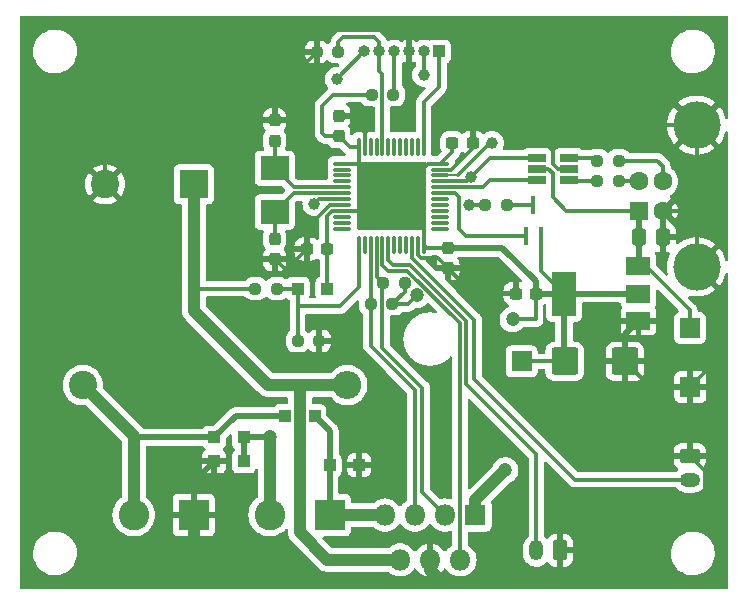
<source format=gbr>
%TF.GenerationSoftware,KiCad,Pcbnew,7.0.5*%
%TF.CreationDate,2023-08-10T10:01:06+03:00*%
%TF.ProjectId,shutter,73687574-7465-4722-9e6b-696361645f70,rev?*%
%TF.SameCoordinates,Original*%
%TF.FileFunction,Copper,L1,Top*%
%TF.FilePolarity,Positive*%
%FSLAX46Y46*%
G04 Gerber Fmt 4.6, Leading zero omitted, Abs format (unit mm)*
G04 Created by KiCad (PCBNEW 7.0.5) date 2023-08-10 10:01:06*
%MOMM*%
%LPD*%
G01*
G04 APERTURE LIST*
G04 Aperture macros list*
%AMRoundRect*
0 Rectangle with rounded corners*
0 $1 Rounding radius*
0 $2 $3 $4 $5 $6 $7 $8 $9 X,Y pos of 4 corners*
0 Add a 4 corners polygon primitive as box body*
4,1,4,$2,$3,$4,$5,$6,$7,$8,$9,$2,$3,0*
0 Add four circle primitives for the rounded corners*
1,1,$1+$1,$2,$3*
1,1,$1+$1,$4,$5*
1,1,$1+$1,$6,$7*
1,1,$1+$1,$8,$9*
0 Add four rect primitives between the rounded corners*
20,1,$1+$1,$2,$3,$4,$5,0*
20,1,$1+$1,$4,$5,$6,$7,0*
20,1,$1+$1,$6,$7,$8,$9,0*
20,1,$1+$1,$8,$9,$2,$3,0*%
G04 Aperture macros list end*
%TA.AperFunction,ComponentPad*%
%ADD10RoundRect,0.250000X-0.625000X0.350000X-0.625000X-0.350000X0.625000X-0.350000X0.625000X0.350000X0*%
%TD*%
%TA.AperFunction,ComponentPad*%
%ADD11O,1.750000X1.200000*%
%TD*%
%TA.AperFunction,SMDPad,CuDef*%
%ADD12RoundRect,0.237500X-0.237500X0.300000X-0.237500X-0.300000X0.237500X-0.300000X0.237500X0.300000X0*%
%TD*%
%TA.AperFunction,SMDPad,CuDef*%
%ADD13RoundRect,0.237500X0.237500X-0.300000X0.237500X0.300000X-0.237500X0.300000X-0.237500X-0.300000X0*%
%TD*%
%TA.AperFunction,SMDPad,CuDef*%
%ADD14R,1.000000X1.000000*%
%TD*%
%TA.AperFunction,SMDPad,CuDef*%
%ADD15RoundRect,0.237500X-0.250000X-0.237500X0.250000X-0.237500X0.250000X0.237500X-0.250000X0.237500X0*%
%TD*%
%TA.AperFunction,ComponentPad*%
%ADD16R,1.700000X1.700000*%
%TD*%
%TA.AperFunction,SMDPad,CuDef*%
%ADD17R,2.400000X2.000000*%
%TD*%
%TA.AperFunction,SMDPad,CuDef*%
%ADD18RoundRect,0.250000X-0.875000X-0.925000X0.875000X-0.925000X0.875000X0.925000X-0.875000X0.925000X0*%
%TD*%
%TA.AperFunction,SMDPad,CuDef*%
%ADD19RoundRect,0.075000X-0.662500X-0.075000X0.662500X-0.075000X0.662500X0.075000X-0.662500X0.075000X0*%
%TD*%
%TA.AperFunction,SMDPad,CuDef*%
%ADD20RoundRect,0.075000X-0.075000X-0.662500X0.075000X-0.662500X0.075000X0.662500X-0.075000X0.662500X0*%
%TD*%
%TA.AperFunction,SMDPad,CuDef*%
%ADD21RoundRect,0.237500X0.300000X0.237500X-0.300000X0.237500X-0.300000X-0.237500X0.300000X-0.237500X0*%
%TD*%
%TA.AperFunction,SMDPad,CuDef*%
%ADD22R,1.560000X0.650000*%
%TD*%
%TA.AperFunction,SMDPad,CuDef*%
%ADD23RoundRect,0.237500X0.250000X0.237500X-0.250000X0.237500X-0.250000X-0.237500X0.250000X-0.237500X0*%
%TD*%
%TA.AperFunction,ComponentPad*%
%ADD24R,1.000000X1.000000*%
%TD*%
%TA.AperFunction,ComponentPad*%
%ADD25O,1.000000X1.000000*%
%TD*%
%TA.AperFunction,SMDPad,CuDef*%
%ADD26R,2.000000X1.500000*%
%TD*%
%TA.AperFunction,SMDPad,CuDef*%
%ADD27R,2.000000X3.800000*%
%TD*%
%TA.AperFunction,SMDPad,CuDef*%
%ADD28RoundRect,0.250000X-0.337500X-0.475000X0.337500X-0.475000X0.337500X0.475000X-0.337500X0.475000X0*%
%TD*%
%TA.AperFunction,SMDPad,CuDef*%
%ADD29RoundRect,0.237500X-0.300000X-0.237500X0.300000X-0.237500X0.300000X0.237500X-0.300000X0.237500X0*%
%TD*%
%TA.AperFunction,SMDPad,CuDef*%
%ADD30R,0.450000X1.500000*%
%TD*%
%TA.AperFunction,ComponentPad*%
%ADD31C,2.400000*%
%TD*%
%TA.AperFunction,ComponentPad*%
%ADD32O,2.400000X2.400000*%
%TD*%
%TA.AperFunction,ComponentPad*%
%ADD33R,2.400000X2.400000*%
%TD*%
%TA.AperFunction,ComponentPad*%
%ADD34R,1.800000X1.800000*%
%TD*%
%TA.AperFunction,ComponentPad*%
%ADD35O,1.800000X1.800000*%
%TD*%
%TA.AperFunction,ComponentPad*%
%ADD36RoundRect,0.250000X0.350000X0.625000X-0.350000X0.625000X-0.350000X-0.625000X0.350000X-0.625000X0*%
%TD*%
%TA.AperFunction,ComponentPad*%
%ADD37O,1.200000X1.750000*%
%TD*%
%TA.AperFunction,ComponentPad*%
%ADD38R,1.600000X1.600000*%
%TD*%
%TA.AperFunction,ComponentPad*%
%ADD39C,1.600000*%
%TD*%
%TA.AperFunction,ComponentPad*%
%ADD40C,4.000000*%
%TD*%
%TA.AperFunction,ComponentPad*%
%ADD41R,2.600000X2.600000*%
%TD*%
%TA.AperFunction,ComponentPad*%
%ADD42C,2.600000*%
%TD*%
%TA.AperFunction,ViaPad*%
%ADD43C,1.200000*%
%TD*%
%TA.AperFunction,ViaPad*%
%ADD44C,1.000000*%
%TD*%
%TA.AperFunction,Conductor*%
%ADD45C,0.300000*%
%TD*%
%TA.AperFunction,Conductor*%
%ADD46C,1.000000*%
%TD*%
%TA.AperFunction,Conductor*%
%ADD47C,0.500000*%
%TD*%
%TA.AperFunction,Conductor*%
%ADD48C,0.200000*%
%TD*%
G04 APERTURE END LIST*
D10*
%TO.P,J9,1,Pin_1*%
%TO.N,GND*%
X169750000Y-108250000D03*
D11*
%TO.P,J9,2,Pin_2*%
%TO.N,Net-(J9-Pin_2)*%
X169750000Y-110250000D03*
%TD*%
D12*
%TO.P,C10,1*%
%TO.N,/OSC_OUT*%
X134594600Y-89867400D03*
%TO.P,C10,2*%
%TO.N,GND*%
X134594600Y-91592400D03*
%TD*%
D13*
%TO.P,C8,1*%
%TO.N,+3V3*%
X140030200Y-81176200D03*
%TO.P,C8,2*%
%TO.N,GND*%
X140030200Y-79451200D03*
%TD*%
D14*
%TO.P,D3,1,K*%
%TO.N,+3V3*%
X139050000Y-94080000D03*
%TO.P,D3,2,A*%
%TO.N,/SHTR_V*%
X136550000Y-94080000D03*
%TD*%
D15*
%TO.P,R2,1*%
%TO.N,Net-(DA1-Vs)*%
X132967500Y-94090000D03*
%TO.P,R2,2*%
%TO.N,/SHTR_V*%
X134792500Y-94090000D03*
%TD*%
%TO.P,R10,1*%
%TO.N,/USBDP*%
X152425000Y-87000000D03*
%TO.P,R10,2*%
%TO.N,Net-(Q1-C)*%
X154250000Y-87000000D03*
%TD*%
D16*
%TO.P,J6,1,Pin_1*%
%TO.N,+3V3*%
X155500000Y-100250000D03*
%TD*%
%TO.P,J4,1,Pin_1*%
%TO.N,/VBUS*%
X169748200Y-97409000D03*
%TD*%
D15*
%TO.P,R5,1*%
%TO.N,/SHTR_B*%
X142724500Y-95377000D03*
%TO.P,R5,2*%
%TO.N,+3V3*%
X144549500Y-95377000D03*
%TD*%
D17*
%TO.P,Y1,1,1*%
%TO.N,/OSC_IN*%
X134594600Y-83900400D03*
%TO.P,Y1,2,2*%
%TO.N,/OSC_OUT*%
X134594600Y-87600400D03*
%TD*%
D18*
%TO.P,C4,1*%
%TO.N,+3V3*%
X159150000Y-100250000D03*
%TO.P,C4,2*%
%TO.N,GND*%
X164250000Y-100250000D03*
%TD*%
D19*
%TO.P,U2,1,VBAT*%
%TO.N,+3V3*%
X140312500Y-83500000D03*
%TO.P,U2,2,PC13*%
%TO.N,unconnected-(U2-PC13-Pad2)*%
X140312500Y-84000000D03*
%TO.P,U2,3,PC14*%
%TO.N,unconnected-(U2-PC14-Pad3)*%
X140312500Y-84500000D03*
%TO.P,U2,4,PC15*%
%TO.N,unconnected-(U2-PC15-Pad4)*%
X140312500Y-85000000D03*
%TO.P,U2,5,PD0*%
%TO.N,/OSC_IN*%
X140312500Y-85500000D03*
%TO.P,U2,6,PD1*%
%TO.N,/OSC_OUT*%
X140312500Y-86000000D03*
%TO.P,U2,7,NRST*%
%TO.N,/NRST*%
X140312500Y-86500000D03*
%TO.P,U2,8,VSSA*%
%TO.N,GND*%
X140312500Y-87000000D03*
%TO.P,U2,9,VDDA*%
%TO.N,+3V3*%
X140312500Y-87500000D03*
%TO.P,U2,10,PA0*%
%TO.N,unconnected-(U2-PA0-Pad10)*%
X140312500Y-88000000D03*
%TO.P,U2,11,PA1*%
%TO.N,unconnected-(U2-PA1-Pad11)*%
X140312500Y-88500000D03*
%TO.P,U2,12,PA2*%
%TO.N,unconnected-(U2-PA2-Pad12)*%
X140312500Y-89000000D03*
D20*
%TO.P,U2,13,PA3*%
%TO.N,/SHTR_V*%
X141725000Y-90412500D03*
%TO.P,U2,14,PA4*%
%TO.N,unconnected-(U2-PA4-Pad14)*%
X142225000Y-90412500D03*
%TO.P,U2,15,PA5*%
%TO.N,/SHTR_B*%
X142725000Y-90412500D03*
%TO.P,U2,16,PA6*%
%TO.N,/SHTR_A*%
X143225000Y-90412500D03*
%TO.P,U2,17,PA7*%
%TO.N,/SHTR_FB*%
X143725000Y-90412500D03*
%TO.P,U2,18,PB0*%
%TO.N,Net-(J8-Pin_2)*%
X144225000Y-90412500D03*
%TO.P,U2,19,PB1*%
%TO.N,unconnected-(U2-PB1-Pad19)*%
X144725000Y-90412500D03*
%TO.P,U2,20,PB2*%
%TO.N,unconnected-(U2-PB2-Pad20)*%
X145225000Y-90412500D03*
%TO.P,U2,21,PB10*%
%TO.N,unconnected-(U2-PB10-Pad21)*%
X145725000Y-90412500D03*
%TO.P,U2,22,PB11*%
%TO.N,Net-(J9-Pin_2)*%
X146225000Y-90412500D03*
%TO.P,U2,23,VSS*%
%TO.N,GND*%
X146725000Y-90412500D03*
%TO.P,U2,24,VDD*%
%TO.N,+3V3*%
X147225000Y-90412500D03*
D19*
%TO.P,U2,25,PB12*%
%TO.N,unconnected-(U2-PB12-Pad25)*%
X148637500Y-89000000D03*
%TO.P,U2,26,PB13*%
%TO.N,unconnected-(U2-PB13-Pad26)*%
X148637500Y-88500000D03*
%TO.P,U2,27,PB14*%
%TO.N,unconnected-(U2-PB14-Pad27)*%
X148637500Y-88000000D03*
%TO.P,U2,28,PB15*%
%TO.N,unconnected-(U2-PB15-Pad28)*%
X148637500Y-87500000D03*
%TO.P,U2,29,PA8*%
%TO.N,unconnected-(U2-PA8-Pad29)*%
X148637500Y-87000000D03*
%TO.P,U2,30,PA9*%
%TO.N,unconnected-(U2-PA9-Pad30)*%
X148637500Y-86500000D03*
%TO.P,U2,31,PA10*%
%TO.N,/USB_PU*%
X148637500Y-86000000D03*
%TO.P,U2,32,PA11*%
%TO.N,/USBDM*%
X148637500Y-85500000D03*
%TO.P,U2,33,PA12*%
%TO.N,/USBDP*%
X148637500Y-85000000D03*
%TO.P,U2,34,PA13*%
%TO.N,/SWDIO*%
X148637500Y-84500000D03*
%TO.P,U2,35,VSS*%
%TO.N,GND*%
X148637500Y-84000000D03*
%TO.P,U2,36,VDD*%
%TO.N,+3V3*%
X148637500Y-83500000D03*
D20*
%TO.P,U2,37,PA14*%
%TO.N,/SWCLK*%
X147225000Y-82087500D03*
%TO.P,U2,38,PA15*%
%TO.N,unconnected-(U2-PA15-Pad38)*%
X146725000Y-82087500D03*
%TO.P,U2,39,PB3*%
%TO.N,unconnected-(U2-PB3-Pad39)*%
X146225000Y-82087500D03*
%TO.P,U2,40,PB4*%
%TO.N,unconnected-(U2-PB4-Pad40)*%
X145725000Y-82087500D03*
%TO.P,U2,41,PB5*%
%TO.N,unconnected-(U2-PB5-Pad41)*%
X145225000Y-82087500D03*
%TO.P,U2,42,PB6*%
%TO.N,unconnected-(U2-PB6-Pad42)*%
X144725000Y-82087500D03*
%TO.P,U2,43,PB7*%
%TO.N,unconnected-(U2-PB7-Pad43)*%
X144225000Y-82087500D03*
%TO.P,U2,44,BOOT0*%
%TO.N,/BOOT0*%
X143725000Y-82087500D03*
%TO.P,U2,45,PB8*%
%TO.N,unconnected-(U2-PB8-Pad45)*%
X143225000Y-82087500D03*
%TO.P,U2,46,PB9*%
%TO.N,unconnected-(U2-PB9-Pad46)*%
X142725000Y-82087500D03*
%TO.P,U2,47,VSS*%
%TO.N,GND*%
X142225000Y-82087500D03*
%TO.P,U2,48,VDD*%
%TO.N,+3V3*%
X141725000Y-82087500D03*
%TD*%
D14*
%TO.P,D1,1,K*%
%TO.N,/Uin*%
X129478400Y-106680000D03*
%TO.P,D1,2,A*%
%TO.N,Net-(D1-A)*%
X131978400Y-106680000D03*
%TD*%
D12*
%TO.P,C6,1*%
%TO.N,+3V3*%
X149275800Y-90628300D03*
%TO.P,C6,2*%
%TO.N,GND*%
X149275800Y-92353300D03*
%TD*%
D21*
%TO.P,C3,1*%
%TO.N,+3V3*%
X156725000Y-94500000D03*
%TO.P,C3,2*%
%TO.N,GND*%
X155000000Y-94500000D03*
%TD*%
D22*
%TO.P,U3,1,I/O1*%
%TO.N,Net-(R9-Pad2)*%
X159500000Y-84900000D03*
%TO.P,U3,2,GND*%
%TO.N,GND*%
X159500000Y-83950000D03*
%TO.P,U3,3,I/O2*%
%TO.N,Net-(R8-Pad2)*%
X159500000Y-83000000D03*
%TO.P,U3,4,I/O2*%
%TO.N,/USBDP*%
X156800000Y-83000000D03*
%TO.P,U3,5,VBUS*%
%TO.N,/VBUS*%
X156800000Y-83950000D03*
%TO.P,U3,6,I/O1*%
%TO.N,/USBDM*%
X156800000Y-84900000D03*
%TD*%
D13*
%TO.P,C9,1*%
%TO.N,/OSC_IN*%
X134594600Y-81557200D03*
%TO.P,C9,2*%
%TO.N,GND*%
X134594600Y-79832200D03*
%TD*%
D14*
%TO.P,D5,1,K*%
%TO.N,Net-(D4-A)*%
X139260000Y-109020000D03*
%TO.P,D5,2,A*%
%TO.N,GND*%
X141760000Y-109020000D03*
%TD*%
D23*
%TO.P,R8,1*%
%TO.N,Net-(J7-D+)*%
X163750000Y-83250000D03*
%TO.P,R8,2*%
%TO.N,Net-(R8-Pad2)*%
X161925000Y-83250000D03*
%TD*%
D24*
%TO.P,J3,1,Pin_1*%
%TO.N,/SWCLK*%
X148515000Y-74000000D03*
D25*
%TO.P,J3,2,Pin_2*%
%TO.N,/SWDIO*%
X147245000Y-74000000D03*
%TO.P,J3,3,Pin_3*%
%TO.N,GND*%
X145975000Y-74000000D03*
%TO.P,J3,4,Pin_4*%
%TO.N,Net-(J3-Pin_4)*%
X144705000Y-74000000D03*
%TO.P,J3,5,Pin_5*%
%TO.N,/BOOT0*%
X143435000Y-74000000D03*
%TO.P,J3,6,Pin_6*%
%TO.N,/NRST*%
X142165000Y-74000000D03*
%TD*%
D26*
%TO.P,U1,1,GND*%
%TO.N,GND*%
X165400000Y-96800000D03*
%TO.P,U1,2,VO*%
%TO.N,+3V3*%
X165400000Y-94500000D03*
D27*
X159100000Y-94500000D03*
D26*
%TO.P,U1,3,VI*%
%TO.N,/VBUS*%
X165400000Y-92200000D03*
%TD*%
D16*
%TO.P,J5,1,Pin_1*%
%TO.N,GND*%
X169799000Y-102412800D03*
%TD*%
D28*
%TO.P,C2,1*%
%TO.N,/VBUS*%
X165425000Y-89750000D03*
%TO.P,C2,2*%
%TO.N,GND*%
X167500000Y-89750000D03*
%TD*%
D15*
%TO.P,R1,1*%
%TO.N,+3V3*%
X142826100Y-77673200D03*
%TO.P,R1,2*%
%TO.N,Net-(J3-Pin_4)*%
X144651100Y-77673200D03*
%TD*%
D23*
%TO.P,R9,1*%
%TO.N,Net-(J7-D-)*%
X163750000Y-85000000D03*
%TO.P,R9,2*%
%TO.N,Net-(R9-Pad2)*%
X161925000Y-85000000D03*
%TD*%
D29*
%TO.P,C5,1*%
%TO.N,+3V3*%
X149633600Y-81737200D03*
%TO.P,C5,2*%
%TO.N,GND*%
X151358600Y-81737200D03*
%TD*%
D15*
%TO.P,R6,1*%
%TO.N,/SHTR_A*%
X143765900Y-93624400D03*
%TO.P,R6,2*%
%TO.N,+3V3*%
X145590900Y-93624400D03*
%TD*%
D21*
%TO.P,C7,1*%
%TO.N,+3V3*%
X139037400Y-90728800D03*
%TO.P,C7,2*%
%TO.N,GND*%
X137312400Y-90728800D03*
%TD*%
D23*
%TO.P,R7,1*%
%TO.N,/BOOT0*%
X139975600Y-74041000D03*
%TO.P,R7,2*%
%TO.N,GND*%
X138150600Y-74041000D03*
%TD*%
D14*
%TO.P,D4,1,K*%
%TO.N,/Uin*%
X135480000Y-104870000D03*
%TO.P,D4,2,A*%
%TO.N,Net-(D4-A)*%
X137980000Y-104870000D03*
%TD*%
D30*
%TO.P,Q1,1,B*%
%TO.N,/USB_PU*%
X155850000Y-89660000D03*
%TO.P,Q1,2,E*%
%TO.N,+3V3*%
X157150000Y-89660000D03*
%TO.P,Q1,3,C*%
%TO.N,Net-(Q1-C)*%
X156500000Y-87000000D03*
%TD*%
D14*
%TO.P,D2,1,K*%
%TO.N,Net-(D1-A)*%
X131978400Y-108712000D03*
%TO.P,D2,2,A*%
%TO.N,GND*%
X129478400Y-108712000D03*
%TD*%
D15*
%TO.P,R3,1*%
%TO.N,/SHTR_V*%
X136545000Y-98510000D03*
%TO.P,R3,2*%
%TO.N,GND*%
X138370000Y-98510000D03*
%TD*%
D31*
%TO.P,R4,1*%
%TO.N,/Uin*%
X118350000Y-102250000D03*
D32*
%TO.P,R4,2*%
%TO.N,Net-(DA1-Vs)*%
X140750000Y-102250000D03*
%TD*%
D33*
%TO.P,C1,1*%
%TO.N,Net-(DA1-Vs)*%
X127750000Y-85250000D03*
D31*
%TO.P,C1,2*%
%TO.N,GND*%
X120250000Y-85250000D03*
%TD*%
D34*
%TO.P,DA1,1,OUT1*%
%TO.N,Net-(D1-A)*%
X151560000Y-113250000D03*
D35*
%TO.P,DA1,2,EF*%
%TO.N,/SHTR_FB*%
X150290000Y-117050000D03*
%TO.P,DA1,3,IN1*%
%TO.N,/SHTR_A*%
X149020000Y-113250000D03*
%TO.P,DA1,4,GND*%
%TO.N,GND*%
X147750000Y-117050000D03*
%TO.P,DA1,5,IN2*%
%TO.N,/SHTR_B*%
X146480000Y-113250000D03*
%TO.P,DA1,6,Vs*%
%TO.N,Net-(DA1-Vs)*%
X145210000Y-117050000D03*
%TO.P,DA1,7,OUT2*%
%TO.N,Net-(D4-A)*%
X143940000Y-113250000D03*
%TD*%
D36*
%TO.P,J8,1,Pin_1*%
%TO.N,GND*%
X158750000Y-116250000D03*
D37*
%TO.P,J8,2,Pin_2*%
%TO.N,Net-(J8-Pin_2)*%
X156750000Y-116250000D03*
%TD*%
D38*
%TO.P,J7,1,VBUS*%
%TO.N,/VBUS*%
X165462500Y-87500000D03*
D39*
%TO.P,J7,2,D-*%
%TO.N,Net-(J7-D-)*%
X165462500Y-85000000D03*
%TO.P,J7,3,D+*%
%TO.N,Net-(J7-D+)*%
X167462500Y-85000000D03*
%TO.P,J7,4,GND*%
%TO.N,GND*%
X167462500Y-87500000D03*
D40*
%TO.P,J7,5,Shield*%
X170322500Y-80250000D03*
X170322500Y-92250000D03*
%TD*%
D41*
%TO.P,J1,1,Pin_1*%
%TO.N,Net-(D4-A)*%
X139250000Y-113250000D03*
D42*
%TO.P,J1,2,Pin_2*%
%TO.N,Net-(D1-A)*%
X134170000Y-113250000D03*
%TD*%
D41*
%TO.P,J2,1,Pin_1*%
%TO.N,GND*%
X127750000Y-113250000D03*
D42*
%TO.P,J2,2,Pin_2*%
%TO.N,/Uin*%
X122670000Y-113250000D03*
%TD*%
D43*
%TO.N,GND*%
X136220200Y-92354400D03*
X138896900Y-82473800D03*
X142225000Y-79868000D03*
X148767800Y-102946200D03*
X152450800Y-92354400D03*
X140520000Y-96970000D03*
%TO.N,+3V3*%
X146608327Y-94666273D03*
X154740000Y-96690000D03*
%TO.N,Net-(D1-A)*%
X154127200Y-109448600D03*
X134188200Y-106680000D03*
D44*
%TO.N,/SWDIO*%
X153000000Y-81750000D03*
X147250000Y-76000000D03*
%TO.N,/NRST*%
X137947400Y-86918800D03*
X139832500Y-76332500D03*
%TO.N,/USBDP*%
X151206200Y-84632800D03*
X151079200Y-86995000D03*
%TD*%
D45*
%TO.N,/VBUS*%
X156800000Y-83950000D02*
X157762400Y-83950000D01*
X157762400Y-83950000D02*
X158140400Y-84328000D01*
X158140400Y-84328000D02*
X158140400Y-86360000D01*
X158140400Y-86360000D02*
X159280400Y-87500000D01*
X159280400Y-87500000D02*
X165462500Y-87500000D01*
%TO.N,GND*%
X159500000Y-83950000D02*
X158600600Y-83950000D01*
X158600600Y-83950000D02*
X158165800Y-83515200D01*
X158165800Y-83515200D02*
X158165800Y-81332800D01*
X158165800Y-81332800D02*
X158370000Y-81128600D01*
X158370000Y-81128600D02*
X158369000Y-81127600D01*
X158369000Y-81127600D02*
X159246600Y-80250000D01*
X169750000Y-108250000D02*
X171000000Y-109500000D01*
X171000000Y-109500000D02*
X171000000Y-112500000D01*
X162750000Y-116250000D02*
X166500000Y-112500000D01*
X158750000Y-116250000D02*
X162750000Y-116250000D01*
X166500000Y-112500000D02*
X171000000Y-112500000D01*
X169799000Y-102412800D02*
X169799000Y-108201000D01*
X169799000Y-108201000D02*
X169750000Y-108250000D01*
%TO.N,Net-(J9-Pin_2)*%
X151500000Y-101750000D02*
X160000000Y-110250000D01*
X160000000Y-110250000D02*
X169750000Y-110250000D01*
X146225000Y-91475000D02*
X151500000Y-96750000D01*
X151500000Y-96750000D02*
X151500000Y-101750000D01*
%TO.N,Net-(J8-Pin_2)*%
X144225000Y-90412500D02*
X144225000Y-91665000D01*
X144225000Y-91665000D02*
X144610000Y-92050000D01*
X144610000Y-92050000D02*
X146041956Y-92050000D01*
X150790000Y-102130000D02*
X156750000Y-108090000D01*
X146041956Y-92050000D02*
X150790000Y-96798044D01*
X150790000Y-96798044D02*
X150790000Y-102130000D01*
X156750000Y-108090000D02*
X156750000Y-116250000D01*
%TO.N,Net-(J9-Pin_2)*%
X146225000Y-90412500D02*
X146225000Y-91475000D01*
%TO.N,GND*%
X146725000Y-91251041D02*
X146973959Y-91500000D01*
X146725000Y-90412500D02*
X146725000Y-91251041D01*
X146973959Y-91500000D02*
X148422500Y-91500000D01*
X148422500Y-91500000D02*
X149275800Y-92353300D01*
D46*
%TO.N,Net-(DA1-Vs)*%
X140750000Y-102250000D02*
X136905100Y-102250000D01*
X127750000Y-95950000D02*
X127750000Y-94100000D01*
X136728200Y-114728200D02*
X139050000Y-117050000D01*
D45*
X132967500Y-94090000D02*
X127760000Y-94090000D01*
D46*
X139050000Y-117050000D02*
X145210000Y-117050000D01*
X136728200Y-106271800D02*
X136728200Y-102426900D01*
X127750000Y-94100000D02*
X127750000Y-85250000D01*
X136728200Y-106271800D02*
X136728200Y-114728200D01*
X134050000Y-102250000D02*
X133882600Y-102082600D01*
X140750000Y-102250000D02*
X134050000Y-102250000D01*
X133882600Y-102082600D02*
X127750000Y-95950000D01*
D45*
X127760000Y-94090000D02*
X127750000Y-94100000D01*
D46*
X136728200Y-102426900D02*
X136905100Y-102250000D01*
D45*
%TO.N,GND*%
X140540000Y-98510000D02*
X143210000Y-101180000D01*
X151358600Y-81737200D02*
X151358600Y-80619600D01*
X151358600Y-80619600D02*
X151728200Y-80250000D01*
X145975000Y-72772200D02*
X145389600Y-72186800D01*
X137312400Y-88954453D02*
X138455400Y-87811453D01*
X138370000Y-98510000D02*
X140540000Y-98510000D01*
X145389600Y-72186800D02*
X138658600Y-72186800D01*
X139266853Y-87000000D02*
X138455400Y-87811453D01*
D46*
X130302000Y-118999000D02*
X127750000Y-116447000D01*
D45*
X134594600Y-77597000D02*
X138150600Y-74041000D01*
X134594600Y-79832200D02*
X122617800Y-79832200D01*
D46*
X127750000Y-116447000D02*
X127750000Y-113250000D01*
D45*
X156490000Y-80250000D02*
X151728200Y-80250000D01*
X138379200Y-82473800D02*
X135737600Y-79832200D01*
X149553000Y-84000000D02*
X151358600Y-82194400D01*
X156490000Y-73550000D02*
X156490000Y-80250000D01*
X120250000Y-82200000D02*
X120250000Y-85250000D01*
X138150600Y-72694800D02*
X138150600Y-74041000D01*
X143210000Y-105890000D02*
X141760000Y-107340000D01*
X168795500Y-87500000D02*
X168905050Y-87609550D01*
X170322500Y-80250000D02*
X170322500Y-86192100D01*
D47*
X164250000Y-100250000D02*
X164250000Y-97950000D01*
D45*
X140540000Y-96990000D02*
X140520000Y-96970000D01*
X170322500Y-80250000D02*
X159246600Y-80250000D01*
X167462500Y-87500000D02*
X168795500Y-87500000D01*
X135737600Y-79832200D02*
X134594600Y-79832200D01*
X149275800Y-92353300D02*
X149276900Y-92354400D01*
X134594600Y-91592400D02*
X136448800Y-91592400D01*
X136448800Y-91592400D02*
X137312400Y-90728800D01*
X141760000Y-107340000D02*
X141760000Y-109020000D01*
D47*
X167462500Y-87500000D02*
X167462500Y-89712500D01*
D45*
X159246600Y-80250000D02*
X156490000Y-80250000D01*
X145389600Y-72186800D02*
X155126800Y-72186800D01*
D46*
X148844000Y-118999000D02*
X130302000Y-118999000D01*
D45*
X168905050Y-87609550D02*
X170322500Y-89027000D01*
X137312400Y-90728800D02*
X137312400Y-88954453D01*
X138658600Y-72186800D02*
X138150600Y-72694800D01*
X140030200Y-79451200D02*
X141808200Y-79451200D01*
D47*
X127750000Y-110440400D02*
X129478400Y-108712000D01*
D45*
X151358600Y-82194400D02*
X151358600Y-81737200D01*
X136220200Y-92354400D02*
X135356600Y-92354400D01*
X143210000Y-101180000D02*
X143210000Y-105890000D01*
X166412800Y-102412800D02*
X169799000Y-102412800D01*
X140540000Y-98510000D02*
X140540000Y-96990000D01*
D46*
X147750000Y-117050000D02*
X147750000Y-117905000D01*
D45*
X172389800Y-94317300D02*
X172389800Y-99822000D01*
X122617800Y-79832200D02*
X120250000Y-82200000D01*
X138896900Y-82473800D02*
X138379200Y-82473800D01*
X151422500Y-94500000D02*
X149275800Y-92353300D01*
D47*
X167462500Y-89712500D02*
X167500000Y-89750000D01*
X164250000Y-97950000D02*
X165400000Y-96800000D01*
D45*
X141808200Y-79451200D02*
X142225000Y-79868000D01*
X164250000Y-100250000D02*
X166412800Y-102412800D01*
X148637500Y-84000000D02*
X149553000Y-84000000D01*
X170322500Y-92250000D02*
X170322500Y-89027000D01*
X145975000Y-74000000D02*
X145975000Y-72772200D01*
X170322500Y-86192100D02*
X168905050Y-87609550D01*
X172389800Y-99822000D02*
X169799000Y-102412800D01*
X134594600Y-79832200D02*
X134594600Y-77597000D01*
X149276900Y-92354400D02*
X152450800Y-92354400D01*
X155126800Y-72186800D02*
X156490000Y-73550000D01*
X140312500Y-87000000D02*
X139266853Y-87000000D01*
X155000000Y-94500000D02*
X151422500Y-94500000D01*
X135356600Y-92354400D02*
X134594600Y-91592400D01*
X142225000Y-82087500D02*
X142225000Y-79868000D01*
X170322500Y-92250000D02*
X172389800Y-94317300D01*
D46*
X147750000Y-117905000D02*
X148844000Y-118999000D01*
D47*
X127750000Y-113250000D02*
X127750000Y-110440400D01*
%TO.N,/VBUS*%
X165462500Y-89712500D02*
X165425000Y-89750000D01*
D45*
X169748200Y-95935800D02*
X169748200Y-97409000D01*
D47*
X165462500Y-87500000D02*
X165462500Y-89712500D01*
X165425000Y-92175000D02*
X165400000Y-92200000D01*
X165425000Y-89750000D02*
X165425000Y-92175000D01*
D45*
X165400000Y-92200000D02*
X166012400Y-92200000D01*
X166012400Y-92200000D02*
X169748200Y-95935800D01*
%TO.N,+3V3*%
X157150000Y-89660000D02*
X157150000Y-92550000D01*
X147440800Y-90628300D02*
X147225000Y-90412500D01*
X139037400Y-90728800D02*
X139037400Y-88318000D01*
X141725000Y-82087500D02*
X141725000Y-83432000D01*
X145590900Y-94335600D02*
X144549500Y-95377000D01*
X147563800Y-83500000D02*
X148637500Y-83500000D01*
X141725000Y-82087500D02*
X140941500Y-82087500D01*
X144549500Y-95377000D02*
X145897600Y-95377000D01*
X138633200Y-80924400D02*
X138885000Y-81176200D01*
X156700000Y-96690000D02*
X156700000Y-94525000D01*
X141782800Y-83489800D02*
X143027400Y-84734400D01*
X149633600Y-82503900D02*
X148637500Y-83500000D01*
X142826100Y-77673200D02*
X139547600Y-77673200D01*
X139039600Y-87934359D02*
X139039600Y-88315800D01*
D47*
X159150000Y-100250000D02*
X159100000Y-100200000D01*
D45*
X140312500Y-87500000D02*
X147225000Y-87500000D01*
X147225000Y-90412500D02*
X147225000Y-87500000D01*
X140312500Y-87500000D02*
X139473959Y-87500000D01*
X138633200Y-78587600D02*
X138633200Y-80924400D01*
X139473959Y-87500000D02*
X139039600Y-87934359D01*
X138885000Y-81176200D02*
X140030200Y-81176200D01*
X147225000Y-83838800D02*
X147563800Y-83500000D01*
D47*
X159100000Y-94500000D02*
X156725000Y-94500000D01*
X156725000Y-94500000D02*
X156725000Y-93479000D01*
D45*
X139037400Y-88318000D02*
X139039600Y-88315800D01*
X149275800Y-90628300D02*
X147440800Y-90628300D01*
X140312500Y-83500000D02*
X141772600Y-83500000D01*
X156700000Y-94525000D02*
X156725000Y-94500000D01*
D47*
X156725000Y-93479000D02*
X153874300Y-90628300D01*
D45*
X157150000Y-92550000D02*
X159100000Y-94500000D01*
X149633600Y-81737200D02*
X149633600Y-82503900D01*
D47*
X159100000Y-100200000D02*
X159100000Y-94500000D01*
D45*
X139037400Y-90728800D02*
X139050000Y-90741400D01*
X155500000Y-100250000D02*
X159150000Y-100250000D01*
X141725000Y-83432000D02*
X141782800Y-83489800D01*
X139050000Y-90741400D02*
X139050000Y-94080000D01*
X145590900Y-93624400D02*
X145590900Y-94335600D01*
X139547600Y-77673200D02*
X138633200Y-78587600D01*
X145897600Y-95377000D02*
X146608327Y-94666273D01*
D47*
X165400000Y-94500000D02*
X159100000Y-94500000D01*
D45*
X143027400Y-84734400D02*
X147225000Y-84734400D01*
X147225000Y-84734400D02*
X147225000Y-83838800D01*
D47*
X153874300Y-90628300D02*
X149275800Y-90628300D01*
D45*
X140941500Y-82087500D02*
X140030200Y-81176200D01*
X141772600Y-83500000D02*
X141782800Y-83489800D01*
X154740000Y-96690000D02*
X156700000Y-96690000D01*
X147225000Y-87500000D02*
X147225000Y-84734400D01*
%TO.N,/OSC_IN*%
X140312500Y-85500000D02*
X136194200Y-85500000D01*
X134594600Y-81557200D02*
X134594600Y-83900400D01*
X136194200Y-85500000D02*
X134594600Y-83900400D01*
%TO.N,/OSC_OUT*%
X136195000Y-86000000D02*
X134594600Y-87600400D01*
X134594600Y-87600400D02*
X134594600Y-89867400D01*
X140312500Y-86000000D02*
X136195000Y-86000000D01*
D46*
%TO.N,/Uin*%
X122670000Y-106570000D02*
X118350000Y-102250000D01*
X122670000Y-113250000D02*
X122670000Y-106570000D01*
D47*
X135480000Y-104870000D02*
X131288400Y-104870000D01*
X131288400Y-104870000D02*
X129478400Y-106680000D01*
X129478400Y-106680000D02*
X122780000Y-106680000D01*
X122780000Y-106680000D02*
X122670000Y-106570000D01*
%TO.N,Net-(D1-A)*%
X131978400Y-106680000D02*
X131978400Y-108712000D01*
D46*
X151560000Y-113250000D02*
X151560000Y-112015800D01*
X134188200Y-113231800D02*
X134170000Y-113250000D01*
X134188200Y-106680000D02*
X134188200Y-113231800D01*
X151560000Y-112015800D02*
X154127200Y-109448600D01*
D47*
X134188200Y-106680000D02*
X131978400Y-106680000D01*
D45*
%TO.N,/SHTR_V*%
X134802500Y-94080000D02*
X134792500Y-94090000D01*
X136550000Y-98505000D02*
X136550000Y-95560000D01*
X136545000Y-98510000D02*
X136550000Y-98505000D01*
X141725000Y-93985000D02*
X141725000Y-90412500D01*
X136550000Y-95560000D02*
X136550000Y-94080000D01*
X140150000Y-95560000D02*
X141725000Y-93985000D01*
X136550000Y-95560000D02*
X140150000Y-95560000D01*
X136550000Y-94080000D02*
X134802500Y-94080000D01*
D47*
%TO.N,Net-(D4-A)*%
X139260000Y-106150000D02*
X137980000Y-104870000D01*
X139260000Y-109020000D02*
X139260000Y-106150000D01*
X139250000Y-113250000D02*
X139250000Y-109030000D01*
X139250000Y-109030000D02*
X139260000Y-109020000D01*
D46*
X143940000Y-113250000D02*
X139250000Y-113250000D01*
D45*
%TO.N,/SHTR_FB*%
X143725000Y-92055000D02*
X143725000Y-90412500D01*
X150290000Y-117050000D02*
X150290000Y-97005150D01*
X145834850Y-92550000D02*
X144220000Y-92550000D01*
X150290000Y-97005150D02*
X145834850Y-92550000D01*
X144220000Y-92550000D02*
X143725000Y-92055000D01*
%TO.N,/SHTR_A*%
X143225000Y-90412500D02*
X143225000Y-93083500D01*
X143712000Y-99084200D02*
X147091400Y-102463600D01*
X143712000Y-93678300D02*
X143712000Y-99084200D01*
X143225000Y-93083500D02*
X143765900Y-93624400D01*
X147091400Y-111321400D02*
X149020000Y-113250000D01*
X143765900Y-93624400D02*
X143712000Y-93678300D01*
X147091400Y-102463600D02*
X147091400Y-111321400D01*
%TO.N,/SHTR_B*%
X142725000Y-95376500D02*
X142724500Y-95377000D01*
X146480000Y-113250000D02*
X146480000Y-102665000D01*
X146480000Y-102665000D02*
X142724500Y-98909500D01*
X142724500Y-98909500D02*
X142724500Y-95377000D01*
X142725000Y-90412500D02*
X142725000Y-95376500D01*
%TO.N,/SWCLK*%
X147225000Y-78275000D02*
X148515000Y-76985000D01*
X147225000Y-82087500D02*
X147225000Y-78275000D01*
X148515000Y-76985000D02*
X148515000Y-74000000D01*
D48*
%TO.N,/SWDIO*%
X148637500Y-84500000D02*
X150100000Y-84500000D01*
D45*
X147245000Y-74000000D02*
X147245000Y-75995000D01*
X147245000Y-75995000D02*
X147250000Y-76000000D01*
X152850000Y-81750000D02*
X153000000Y-81750000D01*
X150100000Y-84500000D02*
X152850000Y-81750000D01*
%TO.N,Net-(J3-Pin_4)*%
X144705000Y-77619300D02*
X144651100Y-77673200D01*
X144705000Y-74000000D02*
X144705000Y-77619300D01*
%TO.N,/BOOT0*%
X143435000Y-75617000D02*
X143435000Y-74000000D01*
X143725000Y-75907000D02*
X143435000Y-75617000D01*
X143435000Y-73204000D02*
X143435000Y-74000000D01*
X139975600Y-74041000D02*
X139975600Y-73206600D01*
X143725000Y-82087500D02*
X143725000Y-75907000D01*
X143002000Y-72771000D02*
X143435000Y-73204000D01*
X140411200Y-72771000D02*
X143002000Y-72771000D01*
X139975600Y-73206600D02*
X140411200Y-72771000D01*
%TO.N,/NRST*%
X139473959Y-86500000D02*
X138975800Y-86500000D01*
X139832500Y-76332500D02*
X142165000Y-74000000D01*
X138975800Y-86500000D02*
X138366200Y-86500000D01*
X138366200Y-86500000D02*
X137947400Y-86918800D01*
X140312500Y-86500000D02*
X139473959Y-86500000D01*
%TO.N,Net-(J7-D-)*%
X163750000Y-85000000D02*
X165462500Y-85000000D01*
%TO.N,Net-(J7-D+)*%
X167462500Y-83718700D02*
X167462500Y-85000000D01*
X163750000Y-83250000D02*
X166993800Y-83250000D01*
X166993800Y-83250000D02*
X167462500Y-83718700D01*
%TO.N,/USB_PU*%
X155850000Y-89660000D02*
X150823200Y-89660000D01*
X149855600Y-86000000D02*
X148637500Y-86000000D01*
X150190200Y-89027000D02*
X150190200Y-86334600D01*
X150190200Y-86334600D02*
X149855600Y-86000000D01*
X150823200Y-89660000D02*
X150190200Y-89027000D01*
%TO.N,Net-(Q1-C)*%
X156500000Y-87000000D02*
X154250000Y-87000000D01*
%TO.N,Net-(R8-Pad2)*%
X161675000Y-83000000D02*
X161925000Y-83250000D01*
X159500000Y-83000000D02*
X161675000Y-83000000D01*
%TO.N,Net-(R9-Pad2)*%
X159600000Y-85000000D02*
X159500000Y-84900000D01*
X161925000Y-85000000D02*
X159600000Y-85000000D01*
%TO.N,/USBDP*%
X151206200Y-84632800D02*
X152839000Y-83000000D01*
X151084200Y-87000000D02*
X151079200Y-86995000D01*
X148637500Y-85000000D02*
X150839000Y-85000000D01*
X152425000Y-87000000D02*
X151084200Y-87000000D01*
X150839000Y-85000000D02*
X151206200Y-84632800D01*
X152839000Y-83000000D02*
X156800000Y-83000000D01*
%TO.N,/USBDM*%
X152818600Y-84900000D02*
X152218600Y-85500000D01*
X156800000Y-84900000D02*
X152818600Y-84900000D01*
X152218600Y-85500000D02*
X148637500Y-85500000D01*
%TD*%
%TA.AperFunction,Conductor*%
%TO.N,+3V3*%
G36*
X147400000Y-83649999D02*
G01*
X147400000Y-83877621D01*
X147399867Y-83881677D01*
X147399500Y-83887282D01*
X147399500Y-84112718D01*
X147399867Y-84118324D01*
X147400000Y-84122380D01*
X147400000Y-84377621D01*
X147399867Y-84381677D01*
X147399500Y-84387282D01*
X147399500Y-84612718D01*
X147399867Y-84618324D01*
X147400000Y-84622380D01*
X147400000Y-84877621D01*
X147399867Y-84881677D01*
X147399500Y-84887282D01*
X147399500Y-85112718D01*
X147399867Y-85118324D01*
X147400000Y-85122380D01*
X147400000Y-85377621D01*
X147399867Y-85381677D01*
X147399500Y-85387282D01*
X147399500Y-85612718D01*
X147399867Y-85618324D01*
X147400000Y-85622380D01*
X147400000Y-85877621D01*
X147399867Y-85881677D01*
X147399500Y-85887282D01*
X147399500Y-86112718D01*
X147399867Y-86118324D01*
X147400000Y-86122380D01*
X147400000Y-86377621D01*
X147399867Y-86381677D01*
X147399500Y-86387282D01*
X147399500Y-86612718D01*
X147399867Y-86618324D01*
X147400000Y-86622380D01*
X147400000Y-86877621D01*
X147399867Y-86881677D01*
X147399500Y-86887282D01*
X147399500Y-87112718D01*
X147399867Y-87118324D01*
X147400000Y-87122380D01*
X147400000Y-87377621D01*
X147399867Y-87381677D01*
X147399500Y-87387282D01*
X147399500Y-87612718D01*
X147399867Y-87618324D01*
X147400000Y-87622380D01*
X147400000Y-87877621D01*
X147399867Y-87881677D01*
X147399500Y-87887282D01*
X147399500Y-88112718D01*
X147399867Y-88118324D01*
X147400000Y-88122380D01*
X147400000Y-88377621D01*
X147399867Y-88381677D01*
X147399500Y-88387282D01*
X147399500Y-88612718D01*
X147399867Y-88618324D01*
X147400000Y-88622380D01*
X147400000Y-88877621D01*
X147399867Y-88881677D01*
X147399500Y-88887282D01*
X147399500Y-88976000D01*
X147379815Y-89043039D01*
X147327011Y-89088794D01*
X147275500Y-89100000D01*
X141724000Y-89100000D01*
X141656961Y-89080315D01*
X141611206Y-89027511D01*
X141600000Y-88976000D01*
X141600000Y-83524000D01*
X141619685Y-83456961D01*
X141672489Y-83411206D01*
X141724000Y-83400000D01*
X147400000Y-83400000D01*
X147400000Y-83649999D01*
G37*
%TD.AperFunction*%
%TD*%
%TA.AperFunction,Conductor*%
%TO.N,GND*%
G36*
X172943039Y-71019685D02*
G01*
X172988794Y-71072489D01*
X173000000Y-71124000D01*
X173000000Y-79632384D01*
X172980315Y-79699423D01*
X172927511Y-79745178D01*
X172858353Y-79755122D01*
X172794797Y-79726097D01*
X172757023Y-79667319D01*
X172754197Y-79655620D01*
X172748746Y-79627048D01*
X172748746Y-79627046D01*
X172651536Y-79327867D01*
X172651534Y-79327862D01*
X172517599Y-79043238D01*
X172517596Y-79043232D01*
X172349042Y-78777632D01*
X172349039Y-78777628D01*
X172258212Y-78667838D01*
X171293060Y-79632991D01*
X171244152Y-79554001D01*
X171100569Y-79396499D01*
X170942110Y-79276835D01*
X171907527Y-78311419D01*
X171907526Y-78311417D01*
X171664727Y-78135014D01*
X171664709Y-78135003D01*
X171389052Y-77983459D01*
X171389044Y-77983455D01*
X171096573Y-77867659D01*
X170791879Y-77789426D01*
X170791870Y-77789424D01*
X170479798Y-77750000D01*
X170165201Y-77750000D01*
X169853129Y-77789424D01*
X169853120Y-77789426D01*
X169548426Y-77867659D01*
X169255955Y-77983455D01*
X169255947Y-77983459D01*
X168980287Y-78135004D01*
X168980282Y-78135007D01*
X168737472Y-78311418D01*
X168737471Y-78311419D01*
X169702888Y-79276836D01*
X169544431Y-79396499D01*
X169400848Y-79554001D01*
X169351939Y-79632991D01*
X168386786Y-78667838D01*
X168386785Y-78667838D01*
X168295959Y-78777629D01*
X168295957Y-78777632D01*
X168127403Y-79043232D01*
X168127400Y-79043238D01*
X167993465Y-79327862D01*
X167993463Y-79327867D01*
X167896255Y-79627041D01*
X167837308Y-79936050D01*
X167837307Y-79936057D01*
X167817557Y-80249994D01*
X167817557Y-80250005D01*
X167837307Y-80563942D01*
X167837308Y-80563949D01*
X167896255Y-80872958D01*
X167993463Y-81172132D01*
X167993465Y-81172137D01*
X168127400Y-81456761D01*
X168127403Y-81456767D01*
X168295957Y-81722367D01*
X168295960Y-81722371D01*
X168386786Y-81832160D01*
X169351938Y-80867007D01*
X169400848Y-80945999D01*
X169544431Y-81103501D01*
X169702888Y-81223163D01*
X168737471Y-82188579D01*
X168737472Y-82188581D01*
X168980272Y-82364985D01*
X168980290Y-82364996D01*
X169255947Y-82516540D01*
X169255955Y-82516544D01*
X169548426Y-82632340D01*
X169853120Y-82710573D01*
X169853129Y-82710575D01*
X170165201Y-82749999D01*
X170165215Y-82750000D01*
X170479785Y-82750000D01*
X170479798Y-82749999D01*
X170791870Y-82710575D01*
X170791879Y-82710573D01*
X171096573Y-82632340D01*
X171389044Y-82516544D01*
X171389052Y-82516540D01*
X171664709Y-82364996D01*
X171664719Y-82364990D01*
X171907526Y-82188579D01*
X171907527Y-82188579D01*
X170942111Y-81223163D01*
X171100569Y-81103501D01*
X171244152Y-80945999D01*
X171293060Y-80867008D01*
X172258212Y-81832160D01*
X172349044Y-81722364D01*
X172517596Y-81456767D01*
X172517599Y-81456761D01*
X172651534Y-81172137D01*
X172651536Y-81172132D01*
X172748744Y-80872958D01*
X172754196Y-80844380D01*
X172786094Y-80782216D01*
X172846536Y-80747166D01*
X172916333Y-80750358D01*
X172973324Y-80790778D01*
X172999416Y-80855593D01*
X173000000Y-80867615D01*
X173000000Y-91632384D01*
X172980315Y-91699423D01*
X172927511Y-91745178D01*
X172858353Y-91755122D01*
X172794797Y-91726097D01*
X172757023Y-91667319D01*
X172754197Y-91655620D01*
X172748746Y-91627048D01*
X172748746Y-91627046D01*
X172651536Y-91327867D01*
X172651534Y-91327862D01*
X172517599Y-91043238D01*
X172517596Y-91043232D01*
X172349042Y-90777632D01*
X172349039Y-90777628D01*
X172258212Y-90667838D01*
X171293059Y-91632990D01*
X171244152Y-91554001D01*
X171100569Y-91396499D01*
X170942110Y-91276835D01*
X171907527Y-90311419D01*
X171907526Y-90311417D01*
X171664727Y-90135014D01*
X171664709Y-90135003D01*
X171389052Y-89983459D01*
X171389044Y-89983455D01*
X171096573Y-89867659D01*
X170791879Y-89789426D01*
X170791870Y-89789424D01*
X170479798Y-89750000D01*
X170165201Y-89750000D01*
X169853129Y-89789424D01*
X169853120Y-89789426D01*
X169548426Y-89867659D01*
X169255955Y-89983455D01*
X169255947Y-89983459D01*
X168980290Y-90135003D01*
X168980272Y-90135014D01*
X168784385Y-90277334D01*
X168718579Y-90300814D01*
X168650525Y-90284988D01*
X168601830Y-90234882D01*
X168587500Y-90177016D01*
X168587500Y-90000000D01*
X167750000Y-90000000D01*
X167750000Y-90974999D01*
X167887472Y-90974999D01*
X167887484Y-90974998D01*
X167955066Y-90968094D01*
X168023759Y-90980863D01*
X168074644Y-91028744D01*
X168091565Y-91096533D01*
X168079868Y-91144249D01*
X167993462Y-91327871D01*
X167896255Y-91627041D01*
X167837308Y-91936050D01*
X167837307Y-91936057D01*
X167817557Y-92249994D01*
X167817557Y-92250005D01*
X167837307Y-92563942D01*
X167837308Y-92563949D01*
X167889313Y-92836566D01*
X167882539Y-92906106D01*
X167839244Y-92960945D01*
X167773173Y-92983672D01*
X167705305Y-92967070D01*
X167679828Y-92947482D01*
X166936818Y-92204472D01*
X166903333Y-92143149D01*
X166900499Y-92116791D01*
X166900499Y-91402129D01*
X166900498Y-91402123D01*
X166900497Y-91402116D01*
X166894091Y-91342517D01*
X166894047Y-91342400D01*
X166843797Y-91207671D01*
X166843795Y-91207668D01*
X166843792Y-91207664D01*
X166783725Y-91127424D01*
X166759308Y-91061963D01*
X166774159Y-90993690D01*
X166823564Y-90944284D01*
X166891836Y-90929431D01*
X166921996Y-90935409D01*
X167009802Y-90964505D01*
X167009809Y-90964506D01*
X167112519Y-90974999D01*
X167249999Y-90974999D01*
X167250000Y-90974998D01*
X167250000Y-89624000D01*
X167269685Y-89556961D01*
X167322489Y-89511206D01*
X167374000Y-89500000D01*
X168587499Y-89500000D01*
X168587499Y-89225028D01*
X168587498Y-89225013D01*
X168577005Y-89122302D01*
X168521858Y-88955880D01*
X168521856Y-88955875D01*
X168429815Y-88806654D01*
X168305843Y-88682682D01*
X168250497Y-88648544D01*
X168203773Y-88596596D01*
X168203379Y-88594432D01*
X167572951Y-87964004D01*
X167597699Y-87960446D01*
X167721945Y-87903705D01*
X167825173Y-87814258D01*
X167899019Y-87699351D01*
X167925435Y-87609382D01*
X168541525Y-88225472D01*
X168592636Y-88152478D01*
X168688764Y-87946331D01*
X168688769Y-87946317D01*
X168747639Y-87726610D01*
X168747641Y-87726599D01*
X168767466Y-87500002D01*
X168767466Y-87499997D01*
X168747641Y-87273400D01*
X168747639Y-87273389D01*
X168688769Y-87053682D01*
X168688765Y-87053673D01*
X168592633Y-86847516D01*
X168592631Y-86847512D01*
X168541526Y-86774526D01*
X168541525Y-86774526D01*
X167925435Y-87390616D01*
X167899019Y-87300649D01*
X167825173Y-87185742D01*
X167721945Y-87096295D01*
X167597699Y-87039554D01*
X167572951Y-87035995D01*
X168187972Y-86420974D01*
X168187971Y-86420973D01*
X168114983Y-86369866D01*
X168114981Y-86369865D01*
X168099523Y-86362657D01*
X168047084Y-86316484D01*
X168027932Y-86249290D01*
X168048148Y-86182409D01*
X168099523Y-86137893D01*
X168115234Y-86130568D01*
X168301639Y-86000047D01*
X168462547Y-85839139D01*
X168593068Y-85652734D01*
X168689239Y-85446496D01*
X168748135Y-85226692D01*
X168767968Y-85000000D01*
X168748135Y-84773308D01*
X168689239Y-84553504D01*
X168593068Y-84347266D01*
X168462547Y-84160861D01*
X168462545Y-84160858D01*
X168301640Y-83999953D01*
X168166048Y-83905011D01*
X168122423Y-83850434D01*
X168115991Y-83788306D01*
X168114526Y-83788168D01*
X168115258Y-83780410D01*
X168115260Y-83780404D01*
X168113779Y-83733292D01*
X168113030Y-83709462D01*
X168112999Y-83707512D01*
X168113000Y-83677775D01*
X168112078Y-83670486D01*
X168111622Y-83664680D01*
X168111572Y-83663078D01*
X168110097Y-83616131D01*
X168104176Y-83595753D01*
X168100231Y-83576704D01*
X168097571Y-83555642D01*
X168079685Y-83510469D01*
X168077796Y-83504949D01*
X168071364Y-83482809D01*
X168064244Y-83458302D01*
X168053440Y-83440034D01*
X168044878Y-83422556D01*
X168037068Y-83402829D01*
X168037065Y-83402825D01*
X168008514Y-83363527D01*
X168005311Y-83358651D01*
X167980581Y-83316835D01*
X167980579Y-83316833D01*
X167980578Y-83316831D01*
X167965575Y-83301829D01*
X167952935Y-83287030D01*
X167940461Y-83269860D01*
X167903028Y-83238894D01*
X167898706Y-83234960D01*
X167514234Y-82850488D01*
X167504161Y-82837914D01*
X167503974Y-82838070D01*
X167498998Y-82832055D01*
X167457318Y-82792916D01*
X167447232Y-82783445D01*
X167445858Y-82782112D01*
X167424835Y-82761089D01*
X167419040Y-82756594D01*
X167414598Y-82752799D01*
X167379196Y-82719554D01*
X167379188Y-82719548D01*
X167360592Y-82709325D01*
X167344331Y-82698644D01*
X167327563Y-82685637D01*
X167296779Y-82672316D01*
X167282978Y-82666343D01*
X167277756Y-82663786D01*
X167235168Y-82640373D01*
X167235165Y-82640372D01*
X167214601Y-82635092D01*
X167196196Y-82628790D01*
X167176727Y-82620365D01*
X167176721Y-82620363D01*
X167128751Y-82612766D01*
X167123036Y-82611582D01*
X167106572Y-82607355D01*
X167075980Y-82599500D01*
X167075977Y-82599500D01*
X167054755Y-82599500D01*
X167035355Y-82597973D01*
X167014396Y-82594653D01*
X167014395Y-82594653D01*
X166990586Y-82596903D01*
X166966030Y-82599225D01*
X166960192Y-82599500D01*
X164680708Y-82599500D01*
X164613669Y-82579815D01*
X164588084Y-82556619D01*
X164587947Y-82556757D01*
X164585147Y-82553957D01*
X164583445Y-82552414D01*
X164582844Y-82551654D01*
X164460851Y-82429661D01*
X164460850Y-82429660D01*
X164330890Y-82349500D01*
X164314018Y-82339093D01*
X164314013Y-82339091D01*
X164278765Y-82327411D01*
X164150253Y-82284826D01*
X164150251Y-82284825D01*
X164049178Y-82274500D01*
X163450830Y-82274500D01*
X163450812Y-82274501D01*
X163349747Y-82284825D01*
X163185984Y-82339092D01*
X163185981Y-82339093D01*
X163039151Y-82429659D01*
X162925181Y-82543629D01*
X162863858Y-82577113D01*
X162794166Y-82572129D01*
X162749819Y-82543629D01*
X162693199Y-82487009D01*
X162635850Y-82429660D01*
X162505890Y-82349500D01*
X162489018Y-82339093D01*
X162489013Y-82339091D01*
X162453765Y-82327411D01*
X162325253Y-82284826D01*
X162325251Y-82284825D01*
X162224178Y-82274500D01*
X161625830Y-82274500D01*
X161625812Y-82274501D01*
X161524747Y-82284825D01*
X161524744Y-82284826D01*
X161354128Y-82341364D01*
X161353699Y-82340071D01*
X161311174Y-82349500D01*
X160720954Y-82349500D01*
X160653915Y-82329815D01*
X160644842Y-82322504D01*
X160644645Y-82322768D01*
X160522335Y-82231206D01*
X160522328Y-82231202D01*
X160387482Y-82180908D01*
X160387483Y-82180908D01*
X160327883Y-82174501D01*
X160327881Y-82174500D01*
X160327873Y-82174500D01*
X160327864Y-82174500D01*
X158672129Y-82174500D01*
X158672123Y-82174501D01*
X158612516Y-82180908D01*
X158477671Y-82231202D01*
X158477664Y-82231206D01*
X158362455Y-82317452D01*
X158362452Y-82317455D01*
X158276206Y-82432664D01*
X158276202Y-82432671D01*
X158266182Y-82459538D01*
X158224311Y-82515472D01*
X158158846Y-82539889D01*
X158090573Y-82525037D01*
X158041168Y-82475632D01*
X158033818Y-82459538D01*
X158023797Y-82432671D01*
X158023793Y-82432664D01*
X157937547Y-82317455D01*
X157937544Y-82317452D01*
X157822335Y-82231206D01*
X157822328Y-82231202D01*
X157687482Y-82180908D01*
X157687483Y-82180908D01*
X157627883Y-82174501D01*
X157627881Y-82174500D01*
X157627873Y-82174500D01*
X157627864Y-82174500D01*
X155972129Y-82174500D01*
X155972123Y-82174501D01*
X155912516Y-82180908D01*
X155777671Y-82231202D01*
X155777664Y-82231206D01*
X155655355Y-82322768D01*
X155653560Y-82320370D01*
X155605404Y-82346666D01*
X155579046Y-82349500D01*
X154020897Y-82349500D01*
X153953858Y-82329815D01*
X153908103Y-82277011D01*
X153898159Y-82207853D01*
X153911539Y-82167046D01*
X153928812Y-82134730D01*
X153928814Y-82134727D01*
X153986024Y-81946132D01*
X154005341Y-81750000D01*
X153986024Y-81553868D01*
X153928814Y-81365273D01*
X153928811Y-81365269D01*
X153928811Y-81365266D01*
X153835913Y-81191467D01*
X153835909Y-81191460D01*
X153710883Y-81039116D01*
X153558539Y-80914090D01*
X153558532Y-80914086D01*
X153384733Y-80821188D01*
X153384727Y-80821186D01*
X153196132Y-80763976D01*
X153196129Y-80763975D01*
X153000000Y-80744659D01*
X152803870Y-80763975D01*
X152615266Y-80821188D01*
X152441467Y-80914086D01*
X152441461Y-80914090D01*
X152349564Y-80989508D01*
X152285254Y-81016820D01*
X152216387Y-81005029D01*
X152183219Y-80981336D01*
X152119134Y-80917252D01*
X151972411Y-80826751D01*
X151972400Y-80826746D01*
X151808752Y-80772519D01*
X151707754Y-80762200D01*
X151608600Y-80762200D01*
X151608600Y-81863200D01*
X151588915Y-81930239D01*
X151536111Y-81975994D01*
X151484600Y-81987200D01*
X151232600Y-81987200D01*
X151165561Y-81967515D01*
X151119806Y-81914711D01*
X151108600Y-81863200D01*
X151108600Y-80762199D01*
X151009460Y-80762200D01*
X151009444Y-80762201D01*
X150908447Y-80772519D01*
X150744799Y-80826746D01*
X150744788Y-80826751D01*
X150598065Y-80917252D01*
X150584132Y-80931185D01*
X150522808Y-80964668D01*
X150453116Y-80959682D01*
X150408772Y-80931182D01*
X150394451Y-80916861D01*
X150394450Y-80916861D01*
X150394450Y-80916860D01*
X150297079Y-80856801D01*
X150247618Y-80826293D01*
X150247613Y-80826291D01*
X150232207Y-80821186D01*
X150083853Y-80772026D01*
X150083851Y-80772025D01*
X149982778Y-80761700D01*
X149284430Y-80761700D01*
X149284412Y-80761701D01*
X149183347Y-80772025D01*
X149019584Y-80826292D01*
X149019581Y-80826293D01*
X148872748Y-80916861D01*
X148750761Y-81038848D01*
X148660193Y-81185681D01*
X148660191Y-81185686D01*
X148642103Y-81240272D01*
X148605926Y-81349447D01*
X148605926Y-81349448D01*
X148605925Y-81349448D01*
X148595600Y-81450515D01*
X148595600Y-82023869D01*
X148595601Y-82023887D01*
X148605925Y-82124952D01*
X148632078Y-82203874D01*
X148660192Y-82288716D01*
X148711208Y-82371426D01*
X148729648Y-82438817D01*
X148708726Y-82505481D01*
X148693350Y-82524203D01*
X148404373Y-82813181D01*
X148343050Y-82846666D01*
X148316692Y-82849500D01*
X147999500Y-82849500D01*
X147932461Y-82829815D01*
X147886706Y-82777011D01*
X147875500Y-82725500D01*
X147875500Y-78595807D01*
X147895185Y-78528768D01*
X147911814Y-78508130D01*
X148914513Y-77505431D01*
X148927079Y-77495365D01*
X148926925Y-77495178D01*
X148932933Y-77490205D01*
X148932940Y-77490202D01*
X148981532Y-77438456D01*
X148982856Y-77437088D01*
X149003911Y-77416035D01*
X149008401Y-77410245D01*
X149012183Y-77405815D01*
X149045448Y-77370393D01*
X149055674Y-77351790D01*
X149066353Y-77335533D01*
X149079362Y-77318764D01*
X149098656Y-77274175D01*
X149101212Y-77268956D01*
X149124627Y-77226368D01*
X149129905Y-77205806D01*
X149136207Y-77187399D01*
X149144635Y-77167927D01*
X149152233Y-77119953D01*
X149153415Y-77114242D01*
X149165500Y-77067177D01*
X149165500Y-77045949D01*
X149167027Y-77026550D01*
X149168563Y-77016853D01*
X149170346Y-77005596D01*
X149165775Y-76957239D01*
X149165500Y-76951401D01*
X149165500Y-75064141D01*
X149185185Y-74997102D01*
X149237989Y-74951347D01*
X149246149Y-74947966D01*
X149257331Y-74943796D01*
X149258928Y-74942601D01*
X149334483Y-74886040D01*
X149372546Y-74857546D01*
X149458796Y-74742331D01*
X149509091Y-74607483D01*
X149515500Y-74547873D01*
X149515500Y-74067763D01*
X168145787Y-74067763D01*
X168175413Y-74337013D01*
X168175415Y-74337024D01*
X168243926Y-74599082D01*
X168243928Y-74599088D01*
X168349870Y-74848390D01*
X168464479Y-75036183D01*
X168490979Y-75079605D01*
X168490986Y-75079615D01*
X168664253Y-75287819D01*
X168664259Y-75287824D01*
X168793572Y-75403688D01*
X168865998Y-75468582D01*
X169091910Y-75618044D01*
X169337176Y-75733020D01*
X169337183Y-75733022D01*
X169337185Y-75733023D01*
X169596557Y-75811057D01*
X169596564Y-75811058D01*
X169596569Y-75811060D01*
X169864561Y-75850500D01*
X169864566Y-75850500D01*
X170067629Y-75850500D01*
X170067631Y-75850500D01*
X170067636Y-75850499D01*
X170067648Y-75850499D01*
X170105191Y-75847750D01*
X170270156Y-75835677D01*
X170382758Y-75810593D01*
X170534546Y-75776782D01*
X170534548Y-75776781D01*
X170534553Y-75776780D01*
X170787558Y-75680014D01*
X171023777Y-75547441D01*
X171238177Y-75381888D01*
X171426186Y-75186881D01*
X171583799Y-74966579D01*
X171676703Y-74785879D01*
X171707649Y-74725690D01*
X171707651Y-74725684D01*
X171707656Y-74725675D01*
X171795118Y-74469305D01*
X171844319Y-74202933D01*
X171854212Y-73932235D01*
X171824586Y-73662982D01*
X171756072Y-73400912D01*
X171650130Y-73151610D01*
X171509018Y-72920390D01*
X171482170Y-72888129D01*
X171335746Y-72712180D01*
X171335740Y-72712175D01*
X171134002Y-72531418D01*
X170908092Y-72381957D01*
X170908090Y-72381956D01*
X170662824Y-72266980D01*
X170662819Y-72266978D01*
X170662814Y-72266976D01*
X170403442Y-72188942D01*
X170403428Y-72188939D01*
X170287791Y-72171921D01*
X170135439Y-72149500D01*
X169932369Y-72149500D01*
X169932351Y-72149500D01*
X169729844Y-72164323D01*
X169729831Y-72164325D01*
X169465453Y-72223217D01*
X169465446Y-72223220D01*
X169212439Y-72319987D01*
X168976226Y-72452557D01*
X168761822Y-72618112D01*
X168573822Y-72813109D01*
X168573816Y-72813116D01*
X168416202Y-73033419D01*
X168416199Y-73033424D01*
X168292350Y-73274309D01*
X168292343Y-73274327D01*
X168204884Y-73530685D01*
X168204881Y-73530699D01*
X168155681Y-73797068D01*
X168155680Y-73797075D01*
X168145787Y-74067763D01*
X149515500Y-74067763D01*
X149515499Y-73452128D01*
X149509091Y-73392517D01*
X149490609Y-73342965D01*
X149458797Y-73257671D01*
X149458793Y-73257664D01*
X149372547Y-73142455D01*
X149372544Y-73142452D01*
X149257335Y-73056206D01*
X149257328Y-73056202D01*
X149122482Y-73005908D01*
X149122483Y-73005908D01*
X149062883Y-72999501D01*
X149062881Y-72999500D01*
X149062873Y-72999500D01*
X149062864Y-72999500D01*
X147967129Y-72999500D01*
X147967123Y-72999501D01*
X147907516Y-73005908D01*
X147772671Y-73056202D01*
X147772666Y-73056205D01*
X147764614Y-73062233D01*
X147699149Y-73086648D01*
X147635530Y-73073104D01*
X147635359Y-73073518D01*
X147633123Y-73072592D01*
X147631850Y-73072321D01*
X147629729Y-73071187D01*
X147629728Y-73071186D01*
X147629727Y-73071186D01*
X147441132Y-73013976D01*
X147441129Y-73013975D01*
X147245000Y-72994659D01*
X147048870Y-73013975D01*
X146860266Y-73071188D01*
X146686467Y-73164086D01*
X146681399Y-73167473D01*
X146680386Y-73165958D01*
X146623936Y-73189920D01*
X146555071Y-73178115D01*
X146538574Y-73167511D01*
X146538322Y-73167890D01*
X146533253Y-73164503D01*
X146359541Y-73071652D01*
X146225000Y-73030839D01*
X146225000Y-73792327D01*
X146187129Y-73747195D01*
X146087871Y-73689888D01*
X146003436Y-73675000D01*
X145946564Y-73675000D01*
X145862129Y-73689888D01*
X145762871Y-73747195D01*
X145725000Y-73792327D01*
X145725000Y-73030839D01*
X145724999Y-73030839D01*
X145590458Y-73071652D01*
X145416742Y-73164505D01*
X145411673Y-73167893D01*
X145410556Y-73166221D01*
X145354715Y-73189921D01*
X145285851Y-73178111D01*
X145268811Y-73167158D01*
X145268601Y-73167473D01*
X145263532Y-73164086D01*
X145089733Y-73071188D01*
X145089727Y-73071186D01*
X144901132Y-73013976D01*
X144901129Y-73013975D01*
X144705000Y-72994659D01*
X144508870Y-73013975D01*
X144399838Y-73047050D01*
X144320273Y-73071186D01*
X144320272Y-73071186D01*
X144320267Y-73071188D01*
X144246234Y-73110760D01*
X144177831Y-73125002D01*
X144112588Y-73100002D01*
X144072489Y-73047050D01*
X144067092Y-73033419D01*
X144052186Y-72995772D01*
X144050297Y-72990251D01*
X144036743Y-72943599D01*
X144025941Y-72925335D01*
X144017379Y-72907858D01*
X144016351Y-72905262D01*
X144009568Y-72888129D01*
X143981014Y-72848828D01*
X143977810Y-72843950D01*
X143975363Y-72839813D01*
X143953081Y-72802135D01*
X143938074Y-72787128D01*
X143925435Y-72772330D01*
X143912961Y-72755160D01*
X143875528Y-72724194D01*
X143871206Y-72720260D01*
X143522434Y-72371488D01*
X143512361Y-72358914D01*
X143512174Y-72359070D01*
X143507198Y-72353055D01*
X143471982Y-72319986D01*
X143455432Y-72304445D01*
X143454058Y-72303112D01*
X143433035Y-72282089D01*
X143427240Y-72277594D01*
X143422798Y-72273799D01*
X143387396Y-72240554D01*
X143387388Y-72240548D01*
X143368792Y-72230325D01*
X143352531Y-72219644D01*
X143335763Y-72206637D01*
X143312180Y-72196432D01*
X143291178Y-72187343D01*
X143285956Y-72184786D01*
X143243368Y-72161373D01*
X143243365Y-72161372D01*
X143222801Y-72156092D01*
X143204396Y-72149790D01*
X143184927Y-72141365D01*
X143184921Y-72141363D01*
X143136951Y-72133766D01*
X143131236Y-72132582D01*
X143114772Y-72128355D01*
X143084180Y-72120500D01*
X143084177Y-72120500D01*
X143062955Y-72120500D01*
X143043555Y-72118973D01*
X143022596Y-72115653D01*
X143022595Y-72115653D01*
X142998786Y-72117903D01*
X142974230Y-72120225D01*
X142968392Y-72120500D01*
X140496704Y-72120500D01*
X140480693Y-72118732D01*
X140480671Y-72118974D01*
X140472904Y-72118239D01*
X140401964Y-72120469D01*
X140400016Y-72120500D01*
X140370275Y-72120500D01*
X140370271Y-72120500D01*
X140370261Y-72120501D01*
X140362993Y-72121419D01*
X140357176Y-72121876D01*
X140308635Y-72123402D01*
X140308624Y-72123404D01*
X140288248Y-72129323D01*
X140269208Y-72133266D01*
X140248147Y-72135927D01*
X140248139Y-72135929D01*
X140202975Y-72153811D01*
X140197447Y-72155703D01*
X140150802Y-72169255D01*
X140132532Y-72180060D01*
X140115063Y-72188618D01*
X140095328Y-72196432D01*
X140095326Y-72196433D01*
X140056039Y-72224977D01*
X140051156Y-72228184D01*
X140009332Y-72252919D01*
X139994326Y-72267926D01*
X139979536Y-72280558D01*
X139962367Y-72293032D01*
X139962365Y-72293034D01*
X139931394Y-72330470D01*
X139927462Y-72334791D01*
X139576083Y-72686169D01*
X139563510Y-72696243D01*
X139563665Y-72696430D01*
X139557658Y-72701398D01*
X139509068Y-72753142D01*
X139507714Y-72754538D01*
X139486690Y-72775563D01*
X139486678Y-72775577D01*
X139482187Y-72781365D01*
X139478401Y-72785797D01*
X139445152Y-72821206D01*
X139434922Y-72839813D01*
X139424246Y-72856064D01*
X139411240Y-72872832D01*
X139411236Y-72872838D01*
X139391948Y-72917411D01*
X139389377Y-72922658D01*
X139365972Y-72965230D01*
X139365972Y-72965231D01*
X139360691Y-72985799D01*
X139354391Y-73004201D01*
X139345964Y-73023673D01*
X139338366Y-73071647D01*
X139337181Y-73077370D01*
X139325099Y-73124422D01*
X139324449Y-73129571D01*
X139296515Y-73193614D01*
X139266536Y-73219557D01*
X139264753Y-73220656D01*
X139264747Y-73220661D01*
X139150427Y-73334982D01*
X139089104Y-73368467D01*
X139019412Y-73363483D01*
X138975065Y-73334982D01*
X138861138Y-73221055D01*
X138861134Y-73221052D01*
X138714411Y-73130551D01*
X138714400Y-73130546D01*
X138550752Y-73076319D01*
X138449754Y-73066000D01*
X138400600Y-73066000D01*
X138400600Y-75015999D01*
X138449740Y-75015999D01*
X138449754Y-75015998D01*
X138550752Y-75005680D01*
X138714400Y-74951453D01*
X138714411Y-74951448D01*
X138861133Y-74860948D01*
X138975064Y-74747017D01*
X139036387Y-74713532D01*
X139106079Y-74718516D01*
X139150427Y-74747017D01*
X139264750Y-74861340D01*
X139411584Y-74951908D01*
X139575347Y-75006174D01*
X139676423Y-75016500D01*
X139929192Y-75016499D01*
X139996230Y-75036183D01*
X140041985Y-75088987D01*
X140051929Y-75158146D01*
X140022904Y-75221701D01*
X140016872Y-75228180D01*
X139951707Y-75293345D01*
X139890384Y-75326830D01*
X139851872Y-75329066D01*
X139832500Y-75327159D01*
X139832499Y-75327159D01*
X139636370Y-75346475D01*
X139447766Y-75403688D01*
X139273967Y-75496586D01*
X139273960Y-75496590D01*
X139121616Y-75621616D01*
X138996590Y-75773960D01*
X138996586Y-75773967D01*
X138903688Y-75947766D01*
X138846475Y-76136370D01*
X138827159Y-76332500D01*
X138846475Y-76528629D01*
X138846476Y-76528632D01*
X138880483Y-76640739D01*
X138903688Y-76717233D01*
X138996586Y-76891032D01*
X138996590Y-76891039D01*
X139108470Y-77027364D01*
X139135783Y-77091674D01*
X139123992Y-77160541D01*
X139103163Y-77188757D01*
X139103734Y-77189229D01*
X139098764Y-77195236D01*
X139098763Y-77195237D01*
X139090013Y-77205814D01*
X139067794Y-77232670D01*
X139063862Y-77236991D01*
X138233683Y-78067169D01*
X138221110Y-78077243D01*
X138221265Y-78077430D01*
X138215258Y-78082398D01*
X138166668Y-78134142D01*
X138165314Y-78135538D01*
X138144290Y-78156563D01*
X138144278Y-78156577D01*
X138139787Y-78162365D01*
X138136001Y-78166797D01*
X138102752Y-78202206D01*
X138092522Y-78220813D01*
X138081846Y-78237064D01*
X138068840Y-78253832D01*
X138068836Y-78253838D01*
X138049548Y-78298411D01*
X138046977Y-78303658D01*
X138023572Y-78346230D01*
X138023572Y-78346231D01*
X138018291Y-78366799D01*
X138011991Y-78385201D01*
X138003564Y-78404673D01*
X137995966Y-78452647D01*
X137994781Y-78458370D01*
X137982700Y-78505418D01*
X137982700Y-78526644D01*
X137981173Y-78546044D01*
X137980034Y-78553238D01*
X137977853Y-78567005D01*
X137979470Y-78584106D01*
X137982425Y-78615367D01*
X137982700Y-78621206D01*
X137982700Y-80838894D01*
X137980932Y-80854905D01*
X137981174Y-80854928D01*
X137980439Y-80862694D01*
X137982669Y-80933635D01*
X137982700Y-80935583D01*
X137982700Y-80965320D01*
X137982701Y-80965340D01*
X137983618Y-80972606D01*
X137984076Y-80978424D01*
X137985602Y-81026967D01*
X137985603Y-81026970D01*
X137991523Y-81047348D01*
X137995468Y-81066396D01*
X137998128Y-81087454D01*
X137998131Y-81087464D01*
X138016013Y-81132630D01*
X138017905Y-81138158D01*
X138031454Y-81184795D01*
X138031455Y-81184797D01*
X138042260Y-81203066D01*
X138050817Y-81220534D01*
X138055260Y-81231753D01*
X138058632Y-81240272D01*
X138087183Y-81279570D01*
X138090388Y-81284449D01*
X138115119Y-81326265D01*
X138115123Y-81326269D01*
X138130125Y-81341271D01*
X138142763Y-81356069D01*
X138155233Y-81373233D01*
X138155236Y-81373236D01*
X138155237Y-81373237D01*
X138192676Y-81404209D01*
X138196976Y-81408122D01*
X138342722Y-81553868D01*
X138364564Y-81575710D01*
X138374635Y-81588280D01*
X138374822Y-81588126D01*
X138379795Y-81594137D01*
X138431542Y-81642731D01*
X138432909Y-81644055D01*
X138453965Y-81665111D01*
X138453968Y-81665113D01*
X138459757Y-81669605D01*
X138464197Y-81673397D01*
X138469457Y-81678336D01*
X138499607Y-81706648D01*
X138499610Y-81706650D01*
X138499612Y-81706651D01*
X138518207Y-81716874D01*
X138534468Y-81727556D01*
X138551232Y-81740559D01*
X138551236Y-81740562D01*
X138595811Y-81759851D01*
X138601050Y-81762417D01*
X138643632Y-81785827D01*
X138664204Y-81791108D01*
X138682594Y-81797405D01*
X138702074Y-81805835D01*
X138746221Y-81812826D01*
X138750048Y-81813433D01*
X138755757Y-81814615D01*
X138802823Y-81826700D01*
X138824045Y-81826700D01*
X138843444Y-81828226D01*
X138864405Y-81831547D01*
X138909104Y-81827321D01*
X138912770Y-81826975D01*
X138918608Y-81826700D01*
X139072589Y-81826700D01*
X139139628Y-81846385D01*
X139178128Y-81885604D01*
X139209860Y-81937050D01*
X139331850Y-82059040D01*
X139478684Y-82149608D01*
X139642447Y-82203874D01*
X139743523Y-82214200D01*
X140096891Y-82214199D01*
X140163930Y-82233883D01*
X140184572Y-82250518D01*
X140421064Y-82487009D01*
X140431140Y-82499586D01*
X140431327Y-82499432D01*
X140436294Y-82505437D01*
X140488058Y-82554046D01*
X140489426Y-82555371D01*
X140499959Y-82565904D01*
X140510461Y-82576407D01*
X140510465Y-82576410D01*
X140510466Y-82576411D01*
X140516259Y-82580904D01*
X140520693Y-82584692D01*
X140556106Y-82617948D01*
X140562415Y-82622531D01*
X140561289Y-82624080D01*
X140603351Y-82666381D01*
X140618010Y-82734696D01*
X140593407Y-82800091D01*
X140537356Y-82841804D01*
X140494351Y-82849500D01*
X139612272Y-82849500D01*
X139499764Y-82864313D01*
X139499763Y-82864313D01*
X139359770Y-82922300D01*
X139359767Y-82922301D01*
X139359767Y-82922302D01*
X139314998Y-82956655D01*
X139239549Y-83014549D01*
X139147300Y-83134770D01*
X139089313Y-83274763D01*
X139089313Y-83274764D01*
X139074500Y-83387272D01*
X139074500Y-83612727D01*
X139090374Y-83733292D01*
X139087399Y-83733683D01*
X139087399Y-83766316D01*
X139090374Y-83766708D01*
X139089313Y-83774762D01*
X139089313Y-83774764D01*
X139085938Y-83800393D01*
X139074500Y-83887272D01*
X139074500Y-84112727D01*
X139090374Y-84233292D01*
X139087399Y-84233683D01*
X139087399Y-84266316D01*
X139090374Y-84266708D01*
X139089313Y-84274762D01*
X139089313Y-84274764D01*
X139086829Y-84293629D01*
X139074500Y-84387272D01*
X139074500Y-84612727D01*
X139087217Y-84709314D01*
X139076452Y-84778350D01*
X139030072Y-84830606D01*
X138964278Y-84849500D01*
X136515008Y-84849500D01*
X136447969Y-84829815D01*
X136427327Y-84813181D01*
X136331418Y-84717272D01*
X136297933Y-84655949D01*
X136295099Y-84629591D01*
X136295099Y-82852529D01*
X136295098Y-82852523D01*
X136295097Y-82852516D01*
X136289462Y-82800091D01*
X136288691Y-82792916D01*
X136238397Y-82658071D01*
X136238393Y-82658064D01*
X136152147Y-82542855D01*
X136152144Y-82542852D01*
X136036935Y-82456606D01*
X136036928Y-82456602D01*
X135902082Y-82406308D01*
X135902083Y-82406308D01*
X135842483Y-82399901D01*
X135842481Y-82399900D01*
X135842473Y-82399900D01*
X135842465Y-82399900D01*
X135586629Y-82399900D01*
X135519590Y-82380215D01*
X135473835Y-82327411D01*
X135463891Y-82258253D01*
X135481089Y-82210805D01*
X135505508Y-82171216D01*
X135559774Y-82007453D01*
X135570100Y-81906377D01*
X135570099Y-81208024D01*
X135567726Y-81184798D01*
X135559774Y-81106947D01*
X135547765Y-81070706D01*
X135505508Y-80943184D01*
X135414940Y-80796350D01*
X135400617Y-80782026D01*
X135367132Y-80720704D01*
X135372116Y-80651012D01*
X135400621Y-80606660D01*
X135414547Y-80592735D01*
X135505048Y-80446011D01*
X135505053Y-80446000D01*
X135559280Y-80282352D01*
X135569599Y-80181354D01*
X135569600Y-80181341D01*
X135569600Y-80082200D01*
X133619601Y-80082200D01*
X133619601Y-80181354D01*
X133629919Y-80282352D01*
X133684146Y-80446000D01*
X133684151Y-80446011D01*
X133774652Y-80592734D01*
X133774655Y-80592738D01*
X133788582Y-80606665D01*
X133822067Y-80667988D01*
X133817083Y-80737680D01*
X133788584Y-80782025D01*
X133774261Y-80796348D01*
X133683693Y-80943181D01*
X133683691Y-80943186D01*
X133659291Y-81016820D01*
X133629426Y-81106947D01*
X133629426Y-81106948D01*
X133629425Y-81106948D01*
X133619100Y-81208015D01*
X133619100Y-81906369D01*
X133619101Y-81906387D01*
X133629425Y-82007452D01*
X133683692Y-82171215D01*
X133683693Y-82171218D01*
X133685718Y-82174501D01*
X133708110Y-82210804D01*
X133726550Y-82278196D01*
X133705627Y-82344859D01*
X133651986Y-82389629D01*
X133602571Y-82399900D01*
X133346730Y-82399900D01*
X133346723Y-82399901D01*
X133287116Y-82406308D01*
X133152271Y-82456602D01*
X133152264Y-82456606D01*
X133037055Y-82542852D01*
X133037052Y-82542855D01*
X132950806Y-82658064D01*
X132950802Y-82658071D01*
X132900508Y-82792917D01*
X132895671Y-82837914D01*
X132894101Y-82852523D01*
X132894100Y-82852535D01*
X132894100Y-84948270D01*
X132894101Y-84948276D01*
X132900508Y-85007883D01*
X132950802Y-85142728D01*
X132950806Y-85142735D01*
X133037052Y-85257944D01*
X133037055Y-85257947D01*
X133152264Y-85344193D01*
X133152271Y-85344197D01*
X133287117Y-85394491D01*
X133287116Y-85394491D01*
X133294044Y-85395235D01*
X133346727Y-85400900D01*
X135123791Y-85400899D01*
X135190830Y-85420584D01*
X135211472Y-85437218D01*
X135436972Y-85662718D01*
X135470457Y-85724041D01*
X135465473Y-85793733D01*
X135436972Y-85838080D01*
X135211472Y-86063581D01*
X135150149Y-86097066D01*
X135123791Y-86099900D01*
X133346729Y-86099900D01*
X133346723Y-86099901D01*
X133287116Y-86106308D01*
X133152271Y-86156602D01*
X133152264Y-86156606D01*
X133037055Y-86242852D01*
X133037052Y-86242855D01*
X132950806Y-86358064D01*
X132950802Y-86358071D01*
X132900508Y-86492917D01*
X132894101Y-86552516D01*
X132894100Y-86552535D01*
X132894100Y-88648270D01*
X132894101Y-88648276D01*
X132900508Y-88707883D01*
X132950802Y-88842728D01*
X132950806Y-88842735D01*
X133037052Y-88957944D01*
X133037055Y-88957947D01*
X133152264Y-89044193D01*
X133152271Y-89044197D01*
X133197218Y-89060961D01*
X133287117Y-89094491D01*
X133346727Y-89100900D01*
X133562500Y-89100899D01*
X133629539Y-89120583D01*
X133675294Y-89173387D01*
X133685238Y-89242545D01*
X133680206Y-89263903D01*
X133629426Y-89417147D01*
X133629425Y-89417148D01*
X133619100Y-89518215D01*
X133619100Y-90216569D01*
X133619101Y-90216587D01*
X133629425Y-90317652D01*
X133665709Y-90427148D01*
X133683692Y-90481416D01*
X133774259Y-90628249D01*
X133774261Y-90628251D01*
X133788582Y-90642572D01*
X133822067Y-90703895D01*
X133817083Y-90773587D01*
X133788585Y-90817932D01*
X133774652Y-90831865D01*
X133684151Y-90978588D01*
X133684146Y-90978599D01*
X133629919Y-91142247D01*
X133619600Y-91243245D01*
X133619600Y-91342400D01*
X135569599Y-91342400D01*
X135569599Y-91243260D01*
X135569598Y-91243245D01*
X135559280Y-91142247D01*
X135505120Y-90978800D01*
X136274901Y-90978800D01*
X136274901Y-91015454D01*
X136285219Y-91116452D01*
X136339446Y-91280100D01*
X136339451Y-91280111D01*
X136429952Y-91426834D01*
X136429955Y-91426838D01*
X136551861Y-91548744D01*
X136551865Y-91548747D01*
X136698588Y-91639248D01*
X136698599Y-91639253D01*
X136862247Y-91693480D01*
X136963251Y-91703799D01*
X137062400Y-91703798D01*
X137062400Y-90978800D01*
X136274901Y-90978800D01*
X135505120Y-90978800D01*
X135505053Y-90978599D01*
X135505048Y-90978588D01*
X135414547Y-90831865D01*
X135414544Y-90831861D01*
X135400617Y-90817934D01*
X135367132Y-90756611D01*
X135372116Y-90686919D01*
X135400617Y-90642572D01*
X135414940Y-90628250D01*
X135505508Y-90481416D01*
X135506375Y-90478800D01*
X136274900Y-90478800D01*
X137062400Y-90478800D01*
X137062400Y-89753799D01*
X136963260Y-89753800D01*
X136963244Y-89753801D01*
X136862247Y-89764119D01*
X136698599Y-89818346D01*
X136698588Y-89818351D01*
X136551865Y-89908852D01*
X136551861Y-89908855D01*
X136429955Y-90030761D01*
X136429952Y-90030765D01*
X136339451Y-90177488D01*
X136339446Y-90177499D01*
X136285219Y-90341147D01*
X136274900Y-90442145D01*
X136274900Y-90478800D01*
X135506375Y-90478800D01*
X135559774Y-90317653D01*
X135570100Y-90216577D01*
X135570099Y-89518224D01*
X135569122Y-89508663D01*
X135559774Y-89417147D01*
X135559773Y-89417146D01*
X135508992Y-89263900D01*
X135506591Y-89194075D01*
X135542322Y-89134033D01*
X135604843Y-89102840D01*
X135626699Y-89100899D01*
X135842471Y-89100899D01*
X135842472Y-89100899D01*
X135902083Y-89094491D01*
X136036931Y-89044196D01*
X136152146Y-88957946D01*
X136238396Y-88842731D01*
X136288691Y-88707883D01*
X136295100Y-88648273D01*
X136295099Y-86871207D01*
X136314784Y-86804169D01*
X136331412Y-86783532D01*
X136428128Y-86686817D01*
X136489451Y-86653334D01*
X136515808Y-86650500D01*
X136831671Y-86650500D01*
X136898710Y-86670185D01*
X136944465Y-86722989D01*
X136955074Y-86786654D01*
X136942059Y-86918799D01*
X136961375Y-87114929D01*
X137018588Y-87303533D01*
X137111486Y-87477332D01*
X137111490Y-87477339D01*
X137236516Y-87629683D01*
X137388860Y-87754709D01*
X137388867Y-87754713D01*
X137562666Y-87847611D01*
X137562669Y-87847611D01*
X137562673Y-87847614D01*
X137751268Y-87904824D01*
X137947400Y-87924141D01*
X138143532Y-87904824D01*
X138229103Y-87878866D01*
X138298971Y-87878242D01*
X138358084Y-87915490D01*
X138387675Y-87978784D01*
X138389100Y-87997526D01*
X138389100Y-88211588D01*
X138387031Y-88227974D01*
X138387878Y-88228081D01*
X138386900Y-88235824D01*
X138386900Y-88257044D01*
X138385373Y-88276443D01*
X138382053Y-88297405D01*
X138385797Y-88337011D01*
X138386625Y-88345767D01*
X138386900Y-88351606D01*
X138386900Y-89771188D01*
X138367215Y-89838227D01*
X138327998Y-89876726D01*
X138276550Y-89908459D01*
X138262225Y-89922784D01*
X138200901Y-89956268D01*
X138131209Y-89951282D01*
X138086865Y-89922782D01*
X138072938Y-89908855D01*
X138072934Y-89908852D01*
X137926211Y-89818351D01*
X137926200Y-89818346D01*
X137762552Y-89764119D01*
X137661554Y-89753800D01*
X137562400Y-89753800D01*
X137562400Y-91703799D01*
X137661540Y-91703799D01*
X137661554Y-91703798D01*
X137762552Y-91693480D01*
X137926200Y-91639253D01*
X137926211Y-91639248D01*
X138072935Y-91548747D01*
X138086860Y-91534821D01*
X138148182Y-91501333D01*
X138217873Y-91506314D01*
X138262227Y-91534817D01*
X138276550Y-91549140D01*
X138340597Y-91588644D01*
X138387321Y-91640592D01*
X138399500Y-91694183D01*
X138399500Y-93015858D01*
X138379815Y-93082897D01*
X138327011Y-93128652D01*
X138318847Y-93132034D01*
X138307669Y-93136204D01*
X138307664Y-93136206D01*
X138192455Y-93222452D01*
X138192452Y-93222455D01*
X138106206Y-93337664D01*
X138106202Y-93337671D01*
X138055908Y-93472517D01*
X138052129Y-93507671D01*
X138049501Y-93532123D01*
X138049500Y-93532135D01*
X138049500Y-94627870D01*
X138049501Y-94627876D01*
X138055909Y-94687484D01*
X138076304Y-94742168D01*
X138081288Y-94811860D01*
X138047802Y-94873182D01*
X137986479Y-94906667D01*
X137960122Y-94909500D01*
X137639878Y-94909500D01*
X137572839Y-94889815D01*
X137527084Y-94837011D01*
X137517140Y-94767853D01*
X137523696Y-94742168D01*
X137544090Y-94687485D01*
X137544091Y-94687484D01*
X137544091Y-94687483D01*
X137550500Y-94627873D01*
X137550499Y-93532128D01*
X137544091Y-93472517D01*
X137538214Y-93456761D01*
X137493797Y-93337671D01*
X137493793Y-93337664D01*
X137407547Y-93222455D01*
X137407544Y-93222452D01*
X137292335Y-93136206D01*
X137292328Y-93136202D01*
X137157482Y-93085908D01*
X137157483Y-93085908D01*
X137097883Y-93079501D01*
X137097881Y-93079500D01*
X137097873Y-93079500D01*
X137097864Y-93079500D01*
X136002129Y-93079500D01*
X136002123Y-93079501D01*
X135942516Y-93085908D01*
X135807671Y-93136202D01*
X135807664Y-93136206D01*
X135692455Y-93222452D01*
X135676243Y-93244109D01*
X135620309Y-93285980D01*
X135550617Y-93290963D01*
X135510417Y-93271959D01*
X135509497Y-93273452D01*
X135503351Y-93269661D01*
X135503350Y-93269660D01*
X135356516Y-93179092D01*
X135192753Y-93124826D01*
X135192751Y-93124825D01*
X135091678Y-93114500D01*
X134493330Y-93114500D01*
X134493312Y-93114501D01*
X134392247Y-93124825D01*
X134228484Y-93179092D01*
X134228481Y-93179093D01*
X134081651Y-93269659D01*
X133967681Y-93383629D01*
X133906358Y-93417113D01*
X133836666Y-93412129D01*
X133792319Y-93383629D01*
X133735627Y-93326937D01*
X133678350Y-93269660D01*
X133531516Y-93179092D01*
X133367753Y-93124826D01*
X133367751Y-93124825D01*
X133266678Y-93114500D01*
X132668330Y-93114500D01*
X132668312Y-93114501D01*
X132567247Y-93124825D01*
X132403484Y-93179092D01*
X132403481Y-93179093D01*
X132256648Y-93269661D01*
X132134655Y-93391654D01*
X132134055Y-93392414D01*
X132133510Y-93392799D01*
X132129553Y-93396757D01*
X132128876Y-93396080D01*
X132077032Y-93432789D01*
X132036792Y-93439500D01*
X128874500Y-93439500D01*
X128807461Y-93419815D01*
X128761706Y-93367011D01*
X128750500Y-93315500D01*
X128750500Y-91842400D01*
X133619601Y-91842400D01*
X133619601Y-91941554D01*
X133629919Y-92042552D01*
X133684146Y-92206200D01*
X133684151Y-92206211D01*
X133774652Y-92352934D01*
X133774655Y-92352938D01*
X133896561Y-92474844D01*
X133896565Y-92474847D01*
X134043288Y-92565348D01*
X134043299Y-92565353D01*
X134206947Y-92619580D01*
X134307952Y-92629899D01*
X134344600Y-92629899D01*
X134344600Y-91842400D01*
X134844600Y-91842400D01*
X134844600Y-92629899D01*
X134881240Y-92629899D01*
X134881254Y-92629898D01*
X134982252Y-92619580D01*
X135145900Y-92565353D01*
X135145911Y-92565348D01*
X135292634Y-92474847D01*
X135292638Y-92474844D01*
X135414544Y-92352938D01*
X135414547Y-92352934D01*
X135505048Y-92206211D01*
X135505053Y-92206200D01*
X135559280Y-92042552D01*
X135569599Y-91941554D01*
X135569600Y-91941541D01*
X135569600Y-91842400D01*
X134844600Y-91842400D01*
X134344600Y-91842400D01*
X133619601Y-91842400D01*
X128750500Y-91842400D01*
X128750500Y-87074499D01*
X128770185Y-87007460D01*
X128822989Y-86961705D01*
X128874500Y-86950499D01*
X128997871Y-86950499D01*
X128997872Y-86950499D01*
X129057483Y-86944091D01*
X129192331Y-86893796D01*
X129307546Y-86807546D01*
X129393796Y-86692331D01*
X129444091Y-86557483D01*
X129450500Y-86497873D01*
X129450499Y-84002128D01*
X129444091Y-83942517D01*
X129430102Y-83905011D01*
X129393797Y-83807671D01*
X129393793Y-83807664D01*
X129307547Y-83692455D01*
X129307544Y-83692452D01*
X129192335Y-83606206D01*
X129192328Y-83606202D01*
X129057482Y-83555908D01*
X129057483Y-83555908D01*
X128997883Y-83549501D01*
X128997881Y-83549500D01*
X128997873Y-83549500D01*
X128997864Y-83549500D01*
X126502129Y-83549500D01*
X126502123Y-83549501D01*
X126442516Y-83555908D01*
X126307671Y-83606202D01*
X126307664Y-83606206D01*
X126192455Y-83692452D01*
X126192452Y-83692455D01*
X126106206Y-83807664D01*
X126106202Y-83807671D01*
X126055908Y-83942517D01*
X126049734Y-83999953D01*
X126049501Y-84002123D01*
X126049500Y-84002135D01*
X126049500Y-86497870D01*
X126049501Y-86497876D01*
X126055908Y-86557483D01*
X126106202Y-86692328D01*
X126106206Y-86692335D01*
X126192452Y-86807544D01*
X126192455Y-86807547D01*
X126307664Y-86893793D01*
X126307671Y-86893797D01*
X126352618Y-86910561D01*
X126442517Y-86944091D01*
X126502127Y-86950500D01*
X126625500Y-86950499D01*
X126692539Y-86970183D01*
X126738294Y-87022987D01*
X126749500Y-87074499D01*
X126749500Y-93998259D01*
X126749499Y-95936509D01*
X126749479Y-95938068D01*
X126748848Y-95962972D01*
X126747243Y-96026359D01*
X126747243Y-96026367D01*
X126753003Y-96058501D01*
X126755816Y-96074200D01*
X126758064Y-96086739D01*
X126758718Y-96091404D01*
X126764925Y-96152430D01*
X126764927Y-96152444D01*
X126775208Y-96185213D01*
X126777079Y-96192837D01*
X126783142Y-96226652D01*
X126783142Y-96226655D01*
X126805894Y-96283612D01*
X126807474Y-96288051D01*
X126825841Y-96346588D01*
X126825844Y-96346595D01*
X126842509Y-96376619D01*
X126845879Y-96383714D01*
X126853560Y-96402943D01*
X126856112Y-96409332D01*
X126858622Y-96415614D01*
X126858627Y-96415624D01*
X126879881Y-96447873D01*
X126889804Y-96462930D01*
X126892377Y-96466833D01*
X126894818Y-96470863D01*
X126924588Y-96524498D01*
X126924589Y-96524499D01*
X126924591Y-96524502D01*
X126946968Y-96550567D01*
X126951693Y-96556835D01*
X126960410Y-96570061D01*
X126970598Y-96585519D01*
X127013978Y-96628899D01*
X127017169Y-96632343D01*
X127057131Y-96678892D01*
X127057130Y-96678892D01*
X127084299Y-96699923D01*
X127090186Y-96705107D01*
X133100855Y-102715775D01*
X133100876Y-102715798D01*
X133333005Y-102947926D01*
X133334070Y-102949017D01*
X133369043Y-102985808D01*
X133394940Y-103013052D01*
X133394947Y-103013058D01*
X133425877Y-103034584D01*
X133445295Y-103048100D01*
X133449050Y-103050932D01*
X133496593Y-103089698D01*
X133527045Y-103105604D01*
X133533756Y-103109671D01*
X133561951Y-103129295D01*
X133618332Y-103153490D01*
X133622567Y-103155501D01*
X133676951Y-103183909D01*
X133709973Y-103193356D01*
X133717365Y-103195989D01*
X133748940Y-103209539D01*
X133748941Y-103209540D01*
X133762054Y-103212234D01*
X133809055Y-103221892D01*
X133813595Y-103223006D01*
X133872582Y-103239886D01*
X133906841Y-103242494D01*
X133914609Y-103243585D01*
X133948255Y-103250500D01*
X133948259Y-103250500D01*
X134009601Y-103250500D01*
X134014308Y-103250678D01*
X134050651Y-103253446D01*
X134075475Y-103255337D01*
X134075475Y-103255336D01*
X134075476Y-103255337D01*
X134109559Y-103250996D01*
X134117389Y-103250500D01*
X135603700Y-103250500D01*
X135670739Y-103270185D01*
X135716494Y-103322989D01*
X135727700Y-103374500D01*
X135727700Y-103745500D01*
X135708015Y-103812539D01*
X135655211Y-103858294D01*
X135603700Y-103869500D01*
X134932129Y-103869500D01*
X134932123Y-103869501D01*
X134872516Y-103875908D01*
X134737671Y-103926202D01*
X134737664Y-103926206D01*
X134622457Y-104012451D01*
X134622451Y-104012457D01*
X134579515Y-104069812D01*
X134523581Y-104111682D01*
X134480249Y-104119500D01*
X131352108Y-104119500D01*
X131334137Y-104118191D01*
X131310379Y-104114711D01*
X131310373Y-104114710D01*
X131265303Y-104118654D01*
X131258331Y-104119264D01*
X131252930Y-104119500D01*
X131244683Y-104119500D01*
X131213006Y-104123202D01*
X131211232Y-104123384D01*
X131180790Y-104126047D01*
X131135598Y-104130001D01*
X131128532Y-104131460D01*
X131128520Y-104131404D01*
X131121163Y-104133035D01*
X131121177Y-104133092D01*
X131114140Y-104134760D01*
X131042785Y-104160729D01*
X131041085Y-104161320D01*
X130969068Y-104185185D01*
X130962526Y-104188236D01*
X130962501Y-104188183D01*
X130955708Y-104191471D01*
X130955734Y-104191523D01*
X130949280Y-104194764D01*
X130885868Y-104236470D01*
X130884348Y-104237439D01*
X130819748Y-104277285D01*
X130814083Y-104281765D01*
X130814047Y-104281719D01*
X130808197Y-104286485D01*
X130808234Y-104286529D01*
X130802704Y-104291169D01*
X130750596Y-104346397D01*
X130749341Y-104347689D01*
X129453849Y-105643181D01*
X129392526Y-105676666D01*
X129366168Y-105679500D01*
X128930529Y-105679500D01*
X128930523Y-105679501D01*
X128870916Y-105685908D01*
X128736071Y-105736202D01*
X128736064Y-105736206D01*
X128620857Y-105822451D01*
X128620851Y-105822457D01*
X128577915Y-105879812D01*
X128521981Y-105921682D01*
X128478649Y-105929500D01*
X123495782Y-105929500D01*
X123428743Y-105909815D01*
X123408101Y-105893181D01*
X123406018Y-105891098D01*
X123402828Y-105887655D01*
X123362865Y-105841104D01*
X123335694Y-105820072D01*
X123329807Y-105814887D01*
X120075249Y-102560329D01*
X120041764Y-102499006D01*
X120039277Y-102463385D01*
X120051480Y-102300543D01*
X120055268Y-102250003D01*
X120055268Y-102249995D01*
X120037640Y-102014763D01*
X120036222Y-101995843D01*
X119979508Y-101747363D01*
X119886393Y-101510112D01*
X119758959Y-101289388D01*
X119600050Y-101090123D01*
X119413217Y-100916768D01*
X119202634Y-100773195D01*
X119202630Y-100773193D01*
X119202627Y-100773191D01*
X119202626Y-100773190D01*
X118973006Y-100662612D01*
X118973008Y-100662612D01*
X118729466Y-100587489D01*
X118729462Y-100587488D01*
X118729458Y-100587487D01*
X118608231Y-100569214D01*
X118477440Y-100549500D01*
X118477435Y-100549500D01*
X118222565Y-100549500D01*
X118222559Y-100549500D01*
X118077277Y-100571399D01*
X117970542Y-100587487D01*
X117970538Y-100587488D01*
X117970539Y-100587488D01*
X117970533Y-100587489D01*
X117726992Y-100662612D01*
X117497373Y-100773190D01*
X117497372Y-100773191D01*
X117286782Y-100916768D01*
X117099952Y-101090121D01*
X117099950Y-101090123D01*
X116941041Y-101289388D01*
X116813608Y-101510109D01*
X116720492Y-101747362D01*
X116720490Y-101747369D01*
X116663777Y-101995845D01*
X116644732Y-102249995D01*
X116644732Y-102250004D01*
X116663777Y-102504154D01*
X116712612Y-102718116D01*
X116720492Y-102752637D01*
X116813607Y-102989888D01*
X116941041Y-103210612D01*
X117099950Y-103409877D01*
X117286783Y-103583232D01*
X117497366Y-103726805D01*
X117497371Y-103726807D01*
X117497372Y-103726808D01*
X117497373Y-103726809D01*
X117558812Y-103756396D01*
X117726992Y-103837387D01*
X117726993Y-103837387D01*
X117726996Y-103837389D01*
X117970542Y-103912513D01*
X118222565Y-103950500D01*
X118477429Y-103950500D01*
X118477435Y-103950500D01*
X118552968Y-103939114D01*
X118622187Y-103948586D01*
X118659127Y-103974048D01*
X121633181Y-106948102D01*
X121666666Y-107009425D01*
X121669500Y-107035783D01*
X121669500Y-111687440D01*
X121649815Y-111754479D01*
X121615353Y-111789893D01*
X121544260Y-111838364D01*
X121346442Y-112021910D01*
X121178185Y-112232898D01*
X121043258Y-112466599D01*
X121043256Y-112466603D01*
X120944666Y-112717804D01*
X120944664Y-112717811D01*
X120884616Y-112980898D01*
X120864451Y-113249995D01*
X120864451Y-113250004D01*
X120884616Y-113519101D01*
X120944664Y-113782188D01*
X120944666Y-113782195D01*
X121018689Y-113970802D01*
X121043257Y-114033398D01*
X121178185Y-114267102D01*
X121305276Y-114426468D01*
X121346442Y-114478089D01*
X121484711Y-114606383D01*
X121544259Y-114661635D01*
X121767226Y-114813651D01*
X122010359Y-114930738D01*
X122268228Y-115010280D01*
X122268229Y-115010280D01*
X122268232Y-115010281D01*
X122535063Y-115050499D01*
X122535068Y-115050499D01*
X122535071Y-115050500D01*
X122535072Y-115050500D01*
X122804928Y-115050500D01*
X122804929Y-115050500D01*
X122804936Y-115050499D01*
X123071767Y-115010281D01*
X123071768Y-115010280D01*
X123071772Y-115010280D01*
X123329641Y-114930738D01*
X123572775Y-114813651D01*
X123795741Y-114661635D01*
X123864492Y-114597844D01*
X125950000Y-114597844D01*
X125956401Y-114657372D01*
X125956403Y-114657379D01*
X126006645Y-114792086D01*
X126006649Y-114792093D01*
X126092809Y-114907187D01*
X126092812Y-114907190D01*
X126207906Y-114993350D01*
X126207913Y-114993354D01*
X126342620Y-115043596D01*
X126342627Y-115043598D01*
X126402155Y-115049999D01*
X126402172Y-115050000D01*
X127500000Y-115050000D01*
X127500000Y-113854310D01*
X127508817Y-113859158D01*
X127667886Y-113900000D01*
X127790894Y-113900000D01*
X127912933Y-113884583D01*
X128000000Y-113850110D01*
X128000000Y-115050000D01*
X129097828Y-115050000D01*
X129097844Y-115049999D01*
X129157372Y-115043598D01*
X129157379Y-115043596D01*
X129292086Y-114993354D01*
X129292093Y-114993350D01*
X129407187Y-114907190D01*
X129407190Y-114907187D01*
X129493350Y-114792093D01*
X129493354Y-114792086D01*
X129543596Y-114657379D01*
X129543598Y-114657372D01*
X129549999Y-114597844D01*
X129550000Y-114597827D01*
X129550000Y-113500000D01*
X128350728Y-113500000D01*
X128373100Y-113452457D01*
X128403873Y-113291138D01*
X128393561Y-113127234D01*
X128352220Y-113000000D01*
X129550000Y-113000000D01*
X129550000Y-111902172D01*
X129549999Y-111902155D01*
X129543598Y-111842627D01*
X129543596Y-111842620D01*
X129493354Y-111707913D01*
X129493350Y-111707906D01*
X129407190Y-111592812D01*
X129407187Y-111592809D01*
X129292093Y-111506649D01*
X129292086Y-111506645D01*
X129157379Y-111456403D01*
X129157372Y-111456401D01*
X129097844Y-111450000D01*
X128000000Y-111450000D01*
X128000000Y-112645689D01*
X127991183Y-112640842D01*
X127832114Y-112600000D01*
X127709106Y-112600000D01*
X127587067Y-112615417D01*
X127500000Y-112649889D01*
X127500000Y-111450000D01*
X126402155Y-111450000D01*
X126342627Y-111456401D01*
X126342620Y-111456403D01*
X126207913Y-111506645D01*
X126207906Y-111506649D01*
X126092812Y-111592809D01*
X126092809Y-111592812D01*
X126006649Y-111707906D01*
X126006645Y-111707913D01*
X125956403Y-111842620D01*
X125956401Y-111842627D01*
X125950000Y-111902155D01*
X125950000Y-113000000D01*
X127149272Y-113000000D01*
X127126900Y-113047543D01*
X127096127Y-113208862D01*
X127106439Y-113372766D01*
X127147780Y-113500000D01*
X125950000Y-113500000D01*
X125950000Y-114597844D01*
X123864492Y-114597844D01*
X123952466Y-114516216D01*
X123993557Y-114478089D01*
X123993557Y-114478087D01*
X123993561Y-114478085D01*
X124161815Y-114267102D01*
X124296743Y-114033398D01*
X124395334Y-113782195D01*
X124455383Y-113519103D01*
X124475549Y-113250000D01*
X124472466Y-113208862D01*
X124458744Y-113025747D01*
X124455383Y-112980897D01*
X124395334Y-112717805D01*
X124296743Y-112466602D01*
X124161815Y-112232898D01*
X123993561Y-112021915D01*
X123993560Y-112021914D01*
X123993557Y-112021910D01*
X123848915Y-111887703D01*
X123795741Y-111838365D01*
X123795737Y-111838362D01*
X123795730Y-111838356D01*
X123724648Y-111789893D01*
X123680346Y-111735864D01*
X123670500Y-111687440D01*
X123670500Y-108962000D01*
X128478400Y-108962000D01*
X128478400Y-109259844D01*
X128484801Y-109319372D01*
X128484803Y-109319379D01*
X128535045Y-109454086D01*
X128535049Y-109454093D01*
X128621209Y-109569187D01*
X128621212Y-109569190D01*
X128736306Y-109655350D01*
X128736313Y-109655354D01*
X128871020Y-109705596D01*
X128871027Y-109705598D01*
X128930555Y-109711999D01*
X128930572Y-109712000D01*
X129228400Y-109712000D01*
X129228400Y-108962000D01*
X129728400Y-108962000D01*
X129728400Y-109712000D01*
X130026228Y-109712000D01*
X130026244Y-109711999D01*
X130085772Y-109705598D01*
X130085779Y-109705596D01*
X130220486Y-109655354D01*
X130220493Y-109655350D01*
X130335587Y-109569190D01*
X130335590Y-109569187D01*
X130421750Y-109454093D01*
X130421754Y-109454086D01*
X130471996Y-109319379D01*
X130471998Y-109319372D01*
X130478399Y-109259844D01*
X130478400Y-109259827D01*
X130478400Y-108962000D01*
X129728400Y-108962000D01*
X129228400Y-108962000D01*
X128478400Y-108962000D01*
X123670500Y-108962000D01*
X123670500Y-107554500D01*
X123690185Y-107487461D01*
X123742989Y-107441706D01*
X123794500Y-107430500D01*
X128478649Y-107430500D01*
X128545688Y-107450185D01*
X128577915Y-107480188D01*
X128620851Y-107537542D01*
X128620854Y-107537546D01*
X128700335Y-107597046D01*
X128742205Y-107652980D01*
X128747189Y-107722672D01*
X128713703Y-107783994D01*
X128700335Y-107795578D01*
X128621209Y-107854812D01*
X128535049Y-107969906D01*
X128535045Y-107969913D01*
X128484803Y-108104620D01*
X128484801Y-108104627D01*
X128478400Y-108164155D01*
X128478400Y-108462000D01*
X130478400Y-108462000D01*
X130478400Y-108164172D01*
X130478399Y-108164155D01*
X130471998Y-108104627D01*
X130471996Y-108104620D01*
X130421754Y-107969913D01*
X130421750Y-107969906D01*
X130335590Y-107854812D01*
X130335587Y-107854809D01*
X130256465Y-107795578D01*
X130214594Y-107739644D01*
X130209610Y-107669953D01*
X130243096Y-107608630D01*
X130256464Y-107597046D01*
X130335946Y-107537546D01*
X130422196Y-107422331D01*
X130472491Y-107287483D01*
X130478900Y-107227873D01*
X130478899Y-106792228D01*
X130498583Y-106725190D01*
X130515213Y-106704553D01*
X130766221Y-106453545D01*
X130827542Y-106420062D01*
X130897234Y-106425046D01*
X130953167Y-106466918D01*
X130977584Y-106532382D01*
X130977900Y-106541228D01*
X130977900Y-107227870D01*
X130977901Y-107227876D01*
X130984308Y-107287483D01*
X131034602Y-107422328D01*
X131034603Y-107422329D01*
X131034604Y-107422331D01*
X131094985Y-107502989D01*
X131120852Y-107537543D01*
X131120855Y-107537547D01*
X131178210Y-107580482D01*
X131220082Y-107636415D01*
X131227900Y-107679749D01*
X131227900Y-107712249D01*
X131208215Y-107779288D01*
X131178212Y-107811515D01*
X131120857Y-107854451D01*
X131120851Y-107854457D01*
X131034606Y-107969664D01*
X131034602Y-107969671D01*
X130984308Y-108104517D01*
X130977901Y-108164116D01*
X130977900Y-108164135D01*
X130977900Y-109259870D01*
X130977901Y-109259876D01*
X130984308Y-109319483D01*
X131034602Y-109454328D01*
X131034605Y-109454333D01*
X131120852Y-109569544D01*
X131120855Y-109569547D01*
X131236064Y-109655793D01*
X131236071Y-109655797D01*
X131370917Y-109706091D01*
X131370916Y-109706091D01*
X131377844Y-109706835D01*
X131430527Y-109712500D01*
X132526272Y-109712499D01*
X132585883Y-109706091D01*
X132720731Y-109655796D01*
X132835946Y-109569546D01*
X132922196Y-109454331D01*
X132922285Y-109454093D01*
X132947518Y-109386440D01*
X132989389Y-109330506D01*
X133054853Y-109306088D01*
X133123126Y-109320939D01*
X133172532Y-109370344D01*
X133187700Y-109429772D01*
X133187699Y-111675032D01*
X133168014Y-111742072D01*
X133133552Y-111777485D01*
X133044260Y-111838364D01*
X132846442Y-112021910D01*
X132678185Y-112232898D01*
X132543258Y-112466599D01*
X132543256Y-112466603D01*
X132444666Y-112717804D01*
X132444664Y-112717811D01*
X132384616Y-112980898D01*
X132364451Y-113249995D01*
X132364451Y-113250004D01*
X132384616Y-113519101D01*
X132444664Y-113782188D01*
X132444666Y-113782195D01*
X132518689Y-113970802D01*
X132543257Y-114033398D01*
X132678185Y-114267102D01*
X132805276Y-114426468D01*
X132846442Y-114478089D01*
X132984711Y-114606383D01*
X133044259Y-114661635D01*
X133267226Y-114813651D01*
X133510359Y-114930738D01*
X133768228Y-115010280D01*
X133768229Y-115010280D01*
X133768232Y-115010281D01*
X134035063Y-115050499D01*
X134035068Y-115050499D01*
X134035071Y-115050500D01*
X134035072Y-115050500D01*
X134304928Y-115050500D01*
X134304929Y-115050500D01*
X134304936Y-115050499D01*
X134571767Y-115010281D01*
X134571768Y-115010280D01*
X134571772Y-115010280D01*
X134829641Y-114930738D01*
X135072775Y-114813651D01*
X135295741Y-114661635D01*
X135452466Y-114516216D01*
X135493557Y-114478089D01*
X135493557Y-114478087D01*
X135493561Y-114478085D01*
X135506754Y-114461540D01*
X135563941Y-114421402D01*
X135633753Y-114418552D01*
X135694023Y-114453897D01*
X135725616Y-114516216D01*
X135727700Y-114538855D01*
X135727700Y-114714706D01*
X135727680Y-114716276D01*
X135725443Y-114804562D01*
X135725443Y-114804570D01*
X135736264Y-114864939D01*
X135736918Y-114869604D01*
X135743125Y-114930630D01*
X135743127Y-114930644D01*
X135753408Y-114963413D01*
X135755279Y-114971037D01*
X135761342Y-115004852D01*
X135761342Y-115004855D01*
X135771953Y-115031418D01*
X135783688Y-115060797D01*
X135784094Y-115061812D01*
X135785674Y-115066251D01*
X135804041Y-115124788D01*
X135804044Y-115124795D01*
X135820709Y-115154819D01*
X135824079Y-115161914D01*
X135836822Y-115193814D01*
X135836827Y-115193824D01*
X135870577Y-115245033D01*
X135873018Y-115249063D01*
X135902788Y-115302698D01*
X135902789Y-115302699D01*
X135902791Y-115302702D01*
X135925168Y-115328767D01*
X135929893Y-115335035D01*
X135942463Y-115354106D01*
X135948798Y-115363719D01*
X135992178Y-115407099D01*
X135995369Y-115410543D01*
X136035331Y-115457092D01*
X136035330Y-115457092D01*
X136062499Y-115478123D01*
X136068386Y-115483307D01*
X137204428Y-116619348D01*
X138332987Y-117747907D01*
X138334052Y-117748998D01*
X138354344Y-117770345D01*
X138394940Y-117813052D01*
X138394947Y-117813058D01*
X138429053Y-117836795D01*
X138445303Y-117848106D01*
X138449044Y-117850926D01*
X138496593Y-117889698D01*
X138527045Y-117905604D01*
X138533756Y-117909671D01*
X138538759Y-117913153D01*
X138561951Y-117929295D01*
X138618329Y-117953489D01*
X138622578Y-117955507D01*
X138676951Y-117983909D01*
X138704489Y-117991788D01*
X138709974Y-117993358D01*
X138717368Y-117995990D01*
X138748942Y-118009540D01*
X138748945Y-118009540D01*
X138748946Y-118009541D01*
X138809022Y-118021887D01*
X138813600Y-118023010D01*
X138827501Y-118026987D01*
X138872582Y-118039887D01*
X138906839Y-118042495D01*
X138914614Y-118043586D01*
X138948255Y-118050500D01*
X138948259Y-118050500D01*
X139009598Y-118050500D01*
X139014304Y-118050678D01*
X139049062Y-118053325D01*
X139075475Y-118055337D01*
X139075475Y-118055336D01*
X139075476Y-118055337D01*
X139109559Y-118050996D01*
X139117389Y-118050500D01*
X144173536Y-118050500D01*
X144240575Y-118070185D01*
X144257521Y-118083272D01*
X144258204Y-118083901D01*
X144258216Y-118083913D01*
X144381685Y-118180012D01*
X144440830Y-118226047D01*
X144441374Y-118226470D01*
X144597677Y-118311057D01*
X144644652Y-118336479D01*
X144645497Y-118336936D01*
X144685005Y-118350499D01*
X144865015Y-118412297D01*
X144865017Y-118412297D01*
X144865019Y-118412298D01*
X145093951Y-118450500D01*
X145093952Y-118450500D01*
X145326048Y-118450500D01*
X145326049Y-118450500D01*
X145554981Y-118412298D01*
X145774503Y-118336936D01*
X145978626Y-118226470D01*
X145979170Y-118226047D01*
X146117935Y-118118042D01*
X146161784Y-118083913D01*
X146318979Y-117913153D01*
X146376490Y-117825124D01*
X146429635Y-117779769D01*
X146498866Y-117770345D01*
X146562202Y-117799846D01*
X146584107Y-117825126D01*
X146641414Y-117912842D01*
X146798558Y-118083545D01*
X146798562Y-118083548D01*
X146981644Y-118226047D01*
X146981648Y-118226050D01*
X147185697Y-118336476D01*
X147185706Y-118336479D01*
X147405139Y-118411811D01*
X147499999Y-118427640D01*
X147500000Y-118427639D01*
X147500000Y-117541683D01*
X147528819Y-117559209D01*
X147674404Y-117600000D01*
X147787622Y-117600000D01*
X147899783Y-117584584D01*
X147999999Y-117541053D01*
X148000000Y-118427639D01*
X148000000Y-118427640D01*
X148094860Y-118411811D01*
X148314293Y-118336479D01*
X148314302Y-118336476D01*
X148518351Y-118226050D01*
X148518355Y-118226047D01*
X148701437Y-118083548D01*
X148701441Y-118083545D01*
X148858584Y-117912842D01*
X148915892Y-117825126D01*
X148969038Y-117779769D01*
X149038269Y-117770345D01*
X149101605Y-117799846D01*
X149123510Y-117825126D01*
X149181016Y-117913147D01*
X149181019Y-117913151D01*
X149181021Y-117913153D01*
X149338216Y-118083913D01*
X149338219Y-118083915D01*
X149338222Y-118083918D01*
X149521365Y-118226464D01*
X149521371Y-118226468D01*
X149521374Y-118226470D01*
X149677677Y-118311057D01*
X149724652Y-118336479D01*
X149725497Y-118336936D01*
X149765005Y-118350499D01*
X149945015Y-118412297D01*
X149945017Y-118412297D01*
X149945019Y-118412298D01*
X150173951Y-118450500D01*
X150173952Y-118450500D01*
X150406048Y-118450500D01*
X150406049Y-118450500D01*
X150634981Y-118412298D01*
X150854503Y-118336936D01*
X151058626Y-118226470D01*
X151059170Y-118226047D01*
X151197935Y-118118042D01*
X151241784Y-118083913D01*
X151398979Y-117913153D01*
X151525924Y-117718849D01*
X151619157Y-117506300D01*
X151676134Y-117281305D01*
X151679895Y-117235915D01*
X151695300Y-117050006D01*
X151695300Y-117049993D01*
X151676135Y-116818702D01*
X151676133Y-116818691D01*
X151619157Y-116593699D01*
X151525924Y-116381151D01*
X151398983Y-116186852D01*
X151398980Y-116186849D01*
X151398979Y-116186847D01*
X151241784Y-116016087D01*
X151241779Y-116016083D01*
X151241777Y-116016081D01*
X151058634Y-115873535D01*
X151058623Y-115873528D01*
X151005481Y-115844768D01*
X150955891Y-115795548D01*
X150940500Y-115735714D01*
X150940500Y-114774499D01*
X150960185Y-114707460D01*
X151012989Y-114661705D01*
X151064500Y-114650499D01*
X152507871Y-114650499D01*
X152507872Y-114650499D01*
X152567483Y-114644091D01*
X152702331Y-114593796D01*
X152817546Y-114507546D01*
X152903796Y-114392331D01*
X152954091Y-114257483D01*
X152960500Y-114197873D01*
X152960499Y-112302128D01*
X152954091Y-112242517D01*
X152926007Y-112167221D01*
X152921024Y-112097533D01*
X152954505Y-112036214D01*
X154491865Y-110498853D01*
X154534752Y-110470909D01*
X154619829Y-110437951D01*
X154619828Y-110437951D01*
X154619837Y-110437948D01*
X154793241Y-110330581D01*
X154943964Y-110193179D01*
X155066873Y-110030421D01*
X155157782Y-109847850D01*
X155213597Y-109651683D01*
X155232415Y-109448600D01*
X155213597Y-109245517D01*
X155157782Y-109049350D01*
X155066873Y-108866779D01*
X154993789Y-108770000D01*
X154943962Y-108704018D01*
X154793241Y-108566619D01*
X154793239Y-108566617D01*
X154619842Y-108459255D01*
X154619835Y-108459251D01*
X154499199Y-108412517D01*
X154429656Y-108385576D01*
X154229176Y-108348100D01*
X154025224Y-108348100D01*
X153824744Y-108385576D01*
X153824741Y-108385576D01*
X153824741Y-108385577D01*
X153634564Y-108459251D01*
X153634557Y-108459255D01*
X153461160Y-108566617D01*
X153461158Y-108566619D01*
X153310437Y-108704018D01*
X153187526Y-108866780D01*
X153094063Y-109054481D01*
X153093461Y-109054181D01*
X153068692Y-109092185D01*
X151152181Y-111008697D01*
X151090858Y-111042182D01*
X151021166Y-111037198D01*
X150965233Y-110995326D01*
X150940816Y-110929862D01*
X150940500Y-110921016D01*
X150940500Y-103499807D01*
X150960185Y-103432768D01*
X151012989Y-103387013D01*
X151082147Y-103377069D01*
X151145703Y-103406094D01*
X151152181Y-103412126D01*
X156063181Y-108323126D01*
X156096666Y-108384449D01*
X156099500Y-108410807D01*
X156099500Y-115023282D01*
X156079815Y-115090321D01*
X156047428Y-115124289D01*
X156026048Y-115139513D01*
X156026040Y-115139520D01*
X155881014Y-115291620D01*
X155767388Y-115468425D01*
X155689274Y-115663544D01*
X155649500Y-115869914D01*
X155649500Y-115869915D01*
X155649500Y-116577425D01*
X155664472Y-116734218D01*
X155723684Y-116935875D01*
X155782519Y-117050000D01*
X155819991Y-117122686D01*
X155949905Y-117287883D01*
X155949909Y-117287887D01*
X156108746Y-117425521D01*
X156290750Y-117530601D01*
X156290752Y-117530601D01*
X156290756Y-117530604D01*
X156489367Y-117599344D01*
X156697398Y-117629254D01*
X156907330Y-117619254D01*
X157111576Y-117569704D01*
X157250411Y-117506300D01*
X157302743Y-117482401D01*
X157302746Y-117482399D01*
X157302753Y-117482396D01*
X157473952Y-117360486D01*
X157572107Y-117257543D01*
X157632615Y-117222609D01*
X157702406Y-117225933D01*
X157759320Y-117266461D01*
X157767389Y-117278016D01*
X157807684Y-117343345D01*
X157931654Y-117467315D01*
X158080875Y-117559356D01*
X158080880Y-117559358D01*
X158247302Y-117614505D01*
X158247309Y-117614506D01*
X158350019Y-117624999D01*
X158499999Y-117624999D01*
X158500000Y-117624998D01*
X158500000Y-116530617D01*
X158569052Y-116584363D01*
X158687424Y-116625000D01*
X158781073Y-116625000D01*
X158873446Y-116609586D01*
X158983514Y-116550019D01*
X159000000Y-116532110D01*
X159000000Y-117624999D01*
X159149972Y-117624999D01*
X159149986Y-117624998D01*
X159252697Y-117614505D01*
X159419119Y-117559358D01*
X159419124Y-117559356D01*
X159568345Y-117467315D01*
X159692315Y-117343345D01*
X159784356Y-117194124D01*
X159784358Y-117194119D01*
X159839505Y-117027697D01*
X159839506Y-117027690D01*
X159849999Y-116924986D01*
X159850000Y-116924973D01*
X159850000Y-116567763D01*
X168145787Y-116567763D01*
X168175413Y-116837013D01*
X168175415Y-116837024D01*
X168231096Y-117050006D01*
X168243928Y-117099088D01*
X168349870Y-117348390D01*
X168490979Y-117579605D01*
X168490986Y-117579615D01*
X168664253Y-117787819D01*
X168664259Y-117787824D01*
X168777958Y-117889698D01*
X168865998Y-117968582D01*
X169091910Y-118118044D01*
X169337176Y-118233020D01*
X169337183Y-118233022D01*
X169337185Y-118233023D01*
X169596557Y-118311057D01*
X169596564Y-118311058D01*
X169596569Y-118311060D01*
X169864561Y-118350500D01*
X169864566Y-118350500D01*
X170067629Y-118350500D01*
X170067631Y-118350500D01*
X170067636Y-118350499D01*
X170067648Y-118350499D01*
X170105191Y-118347750D01*
X170270156Y-118335677D01*
X170382758Y-118310593D01*
X170534546Y-118276782D01*
X170534548Y-118276781D01*
X170534553Y-118276780D01*
X170787558Y-118180014D01*
X171023777Y-118047441D01*
X171238177Y-117881888D01*
X171426186Y-117686881D01*
X171583799Y-117466579D01*
X171686687Y-117266461D01*
X171707649Y-117225690D01*
X171707651Y-117225684D01*
X171707656Y-117225675D01*
X171795118Y-116969305D01*
X171844319Y-116702933D01*
X171854212Y-116432235D01*
X171824586Y-116162982D01*
X171756072Y-115900912D01*
X171650130Y-115651610D01*
X171509018Y-115420390D01*
X171497946Y-115407086D01*
X171335746Y-115212180D01*
X171335740Y-115212175D01*
X171134002Y-115031418D01*
X170908092Y-114881957D01*
X170908090Y-114881956D01*
X170662824Y-114766980D01*
X170662819Y-114766978D01*
X170662814Y-114766976D01*
X170403442Y-114688942D01*
X170403428Y-114688939D01*
X170264984Y-114668565D01*
X170135439Y-114649500D01*
X169932369Y-114649500D01*
X169932351Y-114649500D01*
X169729844Y-114664323D01*
X169729831Y-114664325D01*
X169465453Y-114723217D01*
X169465446Y-114723220D01*
X169212439Y-114819987D01*
X168976226Y-114952557D01*
X168976224Y-114952558D01*
X168976223Y-114952559D01*
X168923391Y-114993354D01*
X168761822Y-115118112D01*
X168573822Y-115313109D01*
X168573816Y-115313116D01*
X168416202Y-115533419D01*
X168416199Y-115533424D01*
X168292350Y-115774309D01*
X168292343Y-115774327D01*
X168204884Y-116030685D01*
X168204881Y-116030699D01*
X168192583Y-116097281D01*
X168159781Y-116274873D01*
X168155681Y-116297068D01*
X168155680Y-116297075D01*
X168145787Y-116567763D01*
X159850000Y-116567763D01*
X159850000Y-116500000D01*
X159029560Y-116500000D01*
X159068278Y-116457941D01*
X159118551Y-116343330D01*
X159128886Y-116218605D01*
X159098163Y-116097281D01*
X159034606Y-116000000D01*
X159849999Y-116000000D01*
X159849999Y-115575028D01*
X159849998Y-115575013D01*
X159839505Y-115472302D01*
X159784358Y-115305880D01*
X159784356Y-115305875D01*
X159692315Y-115156654D01*
X159568345Y-115032684D01*
X159419124Y-114940643D01*
X159419119Y-114940641D01*
X159252697Y-114885494D01*
X159252690Y-114885493D01*
X159149986Y-114875000D01*
X159000000Y-114875000D01*
X159000000Y-115969382D01*
X158930948Y-115915637D01*
X158812576Y-115875000D01*
X158718927Y-115875000D01*
X158626554Y-115890414D01*
X158516486Y-115949981D01*
X158500000Y-115967889D01*
X158500000Y-114875000D01*
X158350027Y-114875000D01*
X158350012Y-114875001D01*
X158247302Y-114885494D01*
X158080880Y-114940641D01*
X158080875Y-114940643D01*
X157931654Y-115032684D01*
X157807682Y-115156656D01*
X157768513Y-115220159D01*
X157716564Y-115266883D01*
X157647602Y-115278104D01*
X157583520Y-115250260D01*
X157565504Y-115231712D01*
X157550092Y-115212114D01*
X157550090Y-115212112D01*
X157443297Y-115119575D01*
X157405523Y-115060797D01*
X157400500Y-115025862D01*
X157400500Y-108869808D01*
X157420185Y-108802769D01*
X157472989Y-108757014D01*
X157542147Y-108747070D01*
X157605703Y-108776095D01*
X157612181Y-108782127D01*
X159479564Y-110649510D01*
X159489635Y-110662080D01*
X159489822Y-110661926D01*
X159494795Y-110667937D01*
X159546542Y-110716531D01*
X159547909Y-110717855D01*
X159568965Y-110738911D01*
X159568968Y-110738913D01*
X159574757Y-110743405D01*
X159579197Y-110747197D01*
X159608498Y-110774711D01*
X159614607Y-110780448D01*
X159614609Y-110780449D01*
X159633205Y-110790672D01*
X159649470Y-110801357D01*
X159666232Y-110814360D01*
X159666235Y-110814361D01*
X159666236Y-110814362D01*
X159710823Y-110833656D01*
X159716059Y-110836221D01*
X159758632Y-110859627D01*
X159774340Y-110863659D01*
X159779186Y-110864904D01*
X159797598Y-110871207D01*
X159817073Y-110879635D01*
X159865071Y-110887237D01*
X159870740Y-110888411D01*
X159917823Y-110900500D01*
X159939051Y-110900500D01*
X159958448Y-110902026D01*
X159979403Y-110905345D01*
X159979404Y-110905346D01*
X159979404Y-110905345D01*
X159979405Y-110905346D01*
X160027760Y-110900775D01*
X160033599Y-110900500D01*
X168523283Y-110900500D01*
X168590322Y-110920185D01*
X168624291Y-110952574D01*
X168639512Y-110973949D01*
X168639520Y-110973959D01*
X168791620Y-111118985D01*
X168886578Y-111180011D01*
X168968428Y-111232613D01*
X169163543Y-111310725D01*
X169240203Y-111325500D01*
X169369914Y-111350500D01*
X169369915Y-111350500D01*
X170077419Y-111350500D01*
X170077425Y-111350500D01*
X170234218Y-111335528D01*
X170435875Y-111276316D01*
X170622682Y-111180011D01*
X170787886Y-111050092D01*
X170925519Y-110891256D01*
X170927844Y-110887230D01*
X171010881Y-110743405D01*
X171030604Y-110709244D01*
X171099344Y-110510633D01*
X171129254Y-110302602D01*
X171119254Y-110092670D01*
X171069704Y-109888424D01*
X171051179Y-109847860D01*
X170982401Y-109697256D01*
X170982398Y-109697251D01*
X170982397Y-109697250D01*
X170982396Y-109697247D01*
X170860486Y-109526048D01*
X170860484Y-109526046D01*
X170757543Y-109427892D01*
X170722608Y-109367383D01*
X170725933Y-109297593D01*
X170766461Y-109240678D01*
X170778017Y-109232610D01*
X170843343Y-109192317D01*
X170967315Y-109068345D01*
X171059356Y-108919124D01*
X171059358Y-108919119D01*
X171114505Y-108752697D01*
X171114506Y-108752690D01*
X171124999Y-108649986D01*
X171125000Y-108649973D01*
X171125000Y-108500000D01*
X170029560Y-108500000D01*
X170068278Y-108457941D01*
X170118551Y-108343330D01*
X170128886Y-108218605D01*
X170098163Y-108097281D01*
X170034606Y-108000000D01*
X171124999Y-108000000D01*
X171124999Y-107850028D01*
X171124998Y-107850013D01*
X171114505Y-107747302D01*
X171059358Y-107580880D01*
X171059356Y-107580875D01*
X170967315Y-107431654D01*
X170843345Y-107307684D01*
X170694124Y-107215643D01*
X170694119Y-107215641D01*
X170527697Y-107160494D01*
X170527690Y-107160493D01*
X170424986Y-107150000D01*
X170000000Y-107150000D01*
X170000000Y-107969382D01*
X169930948Y-107915637D01*
X169812576Y-107875000D01*
X169718927Y-107875000D01*
X169626554Y-107890414D01*
X169516486Y-107949981D01*
X169499999Y-107967889D01*
X169499999Y-107150000D01*
X169075028Y-107150000D01*
X169075012Y-107150001D01*
X168972302Y-107160494D01*
X168805880Y-107215641D01*
X168805875Y-107215643D01*
X168656654Y-107307684D01*
X168532684Y-107431654D01*
X168440643Y-107580875D01*
X168440641Y-107580880D01*
X168385494Y-107747302D01*
X168385493Y-107747309D01*
X168375000Y-107850013D01*
X168375000Y-108000000D01*
X169470440Y-108000000D01*
X169431722Y-108042059D01*
X169381449Y-108156670D01*
X169371114Y-108281395D01*
X169401837Y-108402719D01*
X169465394Y-108500000D01*
X168375001Y-108500000D01*
X168375001Y-108649986D01*
X168385494Y-108752697D01*
X168440641Y-108919119D01*
X168440643Y-108919124D01*
X168532684Y-109068345D01*
X168656654Y-109192315D01*
X168720158Y-109231485D01*
X168766882Y-109283433D01*
X168778105Y-109352396D01*
X168750261Y-109416478D01*
X168731715Y-109434493D01*
X168712113Y-109449908D01*
X168712112Y-109449909D01*
X168619575Y-109556703D01*
X168560797Y-109594477D01*
X168525862Y-109599500D01*
X160320808Y-109599500D01*
X160253769Y-109579815D01*
X160233127Y-109563181D01*
X153980591Y-103310644D01*
X168449000Y-103310644D01*
X168455401Y-103370172D01*
X168455403Y-103370179D01*
X168505645Y-103504886D01*
X168505649Y-103504893D01*
X168591809Y-103619987D01*
X168591812Y-103619990D01*
X168706906Y-103706150D01*
X168706913Y-103706154D01*
X168841620Y-103756396D01*
X168841627Y-103756398D01*
X168901155Y-103762799D01*
X168901172Y-103762800D01*
X169549000Y-103762800D01*
X169549000Y-102848301D01*
X169656685Y-102897480D01*
X169763237Y-102912800D01*
X169834763Y-102912800D01*
X169941315Y-102897480D01*
X170049000Y-102848301D01*
X170049000Y-103762800D01*
X170696828Y-103762800D01*
X170696844Y-103762799D01*
X170756372Y-103756398D01*
X170756379Y-103756396D01*
X170891086Y-103706154D01*
X170891093Y-103706150D01*
X171006187Y-103619990D01*
X171006190Y-103619987D01*
X171092350Y-103504893D01*
X171092354Y-103504886D01*
X171142596Y-103370179D01*
X171142598Y-103370172D01*
X171148999Y-103310644D01*
X171149000Y-103310627D01*
X171149000Y-102662800D01*
X170232686Y-102662800D01*
X170258493Y-102622644D01*
X170299000Y-102484689D01*
X170299000Y-102340911D01*
X170258493Y-102202956D01*
X170232686Y-102162800D01*
X171149000Y-102162800D01*
X171149000Y-101514972D01*
X171148999Y-101514955D01*
X171142598Y-101455427D01*
X171142596Y-101455420D01*
X171092354Y-101320713D01*
X171092350Y-101320706D01*
X171006190Y-101205612D01*
X171006187Y-101205609D01*
X170891093Y-101119449D01*
X170891086Y-101119445D01*
X170756379Y-101069203D01*
X170756372Y-101069201D01*
X170696844Y-101062800D01*
X170049000Y-101062800D01*
X170049000Y-101977298D01*
X169941315Y-101928120D01*
X169834763Y-101912800D01*
X169763237Y-101912800D01*
X169656685Y-101928120D01*
X169549000Y-101977298D01*
X169549000Y-101062800D01*
X168901155Y-101062800D01*
X168841627Y-101069201D01*
X168841620Y-101069203D01*
X168706913Y-101119445D01*
X168706906Y-101119449D01*
X168591812Y-101205609D01*
X168591809Y-101205612D01*
X168505649Y-101320706D01*
X168505645Y-101320713D01*
X168455403Y-101455420D01*
X168455401Y-101455427D01*
X168449000Y-101514955D01*
X168449000Y-102162800D01*
X169365314Y-102162800D01*
X169339507Y-102202956D01*
X169299000Y-102340911D01*
X169299000Y-102484689D01*
X169339507Y-102622644D01*
X169365314Y-102662800D01*
X168449000Y-102662800D01*
X168449000Y-103310644D01*
X153980591Y-103310644D01*
X152186819Y-101516872D01*
X152153334Y-101455549D01*
X152150500Y-101429191D01*
X152150500Y-96835503D01*
X152152268Y-96819491D01*
X152152026Y-96819469D01*
X152152760Y-96811705D01*
X152150531Y-96740749D01*
X152150500Y-96738802D01*
X152150500Y-96709077D01*
X152150500Y-96709075D01*
X152149579Y-96701792D01*
X152149123Y-96695987D01*
X152148293Y-96669563D01*
X152147598Y-96647431D01*
X152141676Y-96627050D01*
X152137731Y-96607995D01*
X152135072Y-96586949D01*
X152135071Y-96586948D01*
X152135071Y-96586942D01*
X152117189Y-96541779D01*
X152115300Y-96536259D01*
X152111884Y-96524502D01*
X152101745Y-96489602D01*
X152093996Y-96476499D01*
X152090936Y-96471324D01*
X152082378Y-96453855D01*
X152074568Y-96434129D01*
X152046006Y-96394818D01*
X152042818Y-96389964D01*
X152018081Y-96348135D01*
X152003074Y-96333128D01*
X151990435Y-96318330D01*
X151989228Y-96316669D01*
X151977963Y-96301163D01*
X151977961Y-96301160D01*
X151940528Y-96270194D01*
X151936206Y-96266260D01*
X149919946Y-94250000D01*
X153962500Y-94250000D01*
X154750000Y-94250000D01*
X154750000Y-93524999D01*
X154650860Y-93525000D01*
X154650844Y-93525001D01*
X154549847Y-93535319D01*
X154386199Y-93589546D01*
X154386188Y-93589551D01*
X154239465Y-93680052D01*
X154239461Y-93680055D01*
X154117555Y-93801961D01*
X154117552Y-93801965D01*
X154027051Y-93948688D01*
X154027046Y-93948699D01*
X153972819Y-94112347D01*
X153962500Y-94213345D01*
X153962500Y-94250000D01*
X149919946Y-94250000D01*
X149062119Y-93392173D01*
X149028634Y-93330850D01*
X149025800Y-93304492D01*
X149025800Y-92603300D01*
X149525800Y-92603300D01*
X149525800Y-93390799D01*
X149562440Y-93390799D01*
X149562454Y-93390798D01*
X149663452Y-93380480D01*
X149827100Y-93326253D01*
X149827111Y-93326248D01*
X149973834Y-93235747D01*
X149973838Y-93235744D01*
X150095744Y-93113838D01*
X150095747Y-93113834D01*
X150186248Y-92967111D01*
X150186253Y-92967100D01*
X150240480Y-92803452D01*
X150250799Y-92702454D01*
X150250800Y-92702441D01*
X150250800Y-92603300D01*
X149525800Y-92603300D01*
X149025800Y-92603300D01*
X148324608Y-92603300D01*
X148257569Y-92583615D01*
X148236927Y-92566981D01*
X147479210Y-91809264D01*
X147445725Y-91747941D01*
X147450709Y-91678249D01*
X147492581Y-91622316D01*
X147519439Y-91607022D01*
X147590228Y-91577700D01*
X147590229Y-91577700D01*
X147590229Y-91577699D01*
X147590233Y-91577698D01*
X147710451Y-91485451D01*
X147802698Y-91365233D01*
X147806792Y-91355348D01*
X147850633Y-91300945D01*
X147916927Y-91278879D01*
X147921354Y-91278800D01*
X148318189Y-91278800D01*
X148385228Y-91298485D01*
X148423728Y-91337704D01*
X148455459Y-91389149D01*
X148469782Y-91403472D01*
X148503267Y-91464795D01*
X148498283Y-91534487D01*
X148469785Y-91578832D01*
X148455852Y-91592765D01*
X148365351Y-91739488D01*
X148365346Y-91739499D01*
X148311119Y-91903147D01*
X148300800Y-92004145D01*
X148300800Y-92103300D01*
X150250799Y-92103300D01*
X150250799Y-92004160D01*
X150250798Y-92004145D01*
X150240480Y-91903147D01*
X150186253Y-91739499D01*
X150186248Y-91739488D01*
X150095747Y-91592765D01*
X150095744Y-91592761D01*
X150093464Y-91590481D01*
X150092398Y-91588530D01*
X150091267Y-91587099D01*
X150091511Y-91586905D01*
X150059979Y-91529158D01*
X150064963Y-91459466D01*
X150106835Y-91403533D01*
X150172299Y-91379116D01*
X150181145Y-91378800D01*
X153512070Y-91378800D01*
X153579109Y-91398485D01*
X153599751Y-91415119D01*
X155504187Y-93319555D01*
X155537672Y-93380878D01*
X155532688Y-93450570D01*
X155490816Y-93506503D01*
X155425352Y-93530920D01*
X155403903Y-93530594D01*
X155349154Y-93525000D01*
X155250000Y-93525000D01*
X155250000Y-94626000D01*
X155230315Y-94693039D01*
X155177511Y-94738794D01*
X155126000Y-94750000D01*
X153962501Y-94750000D01*
X153962501Y-94786654D01*
X153972819Y-94887652D01*
X154027046Y-95051300D01*
X154027051Y-95051311D01*
X154117552Y-95198034D01*
X154117555Y-95198038D01*
X154239461Y-95319944D01*
X154239465Y-95319947D01*
X154386188Y-95410448D01*
X154386198Y-95410452D01*
X154387361Y-95410838D01*
X154388055Y-95411318D01*
X154392740Y-95413503D01*
X154392366Y-95414303D01*
X154444807Y-95450609D01*
X154471632Y-95515124D01*
X154459318Y-95583900D01*
X154411777Y-95635102D01*
X154393154Y-95644171D01*
X154247373Y-95700647D01*
X154247357Y-95700655D01*
X154073960Y-95808017D01*
X154073958Y-95808019D01*
X153923237Y-95945418D01*
X153800327Y-96108178D01*
X153709422Y-96290739D01*
X153709417Y-96290752D01*
X153653602Y-96486917D01*
X153634785Y-96689999D01*
X153634785Y-96690000D01*
X153653602Y-96893082D01*
X153709417Y-97089247D01*
X153709422Y-97089260D01*
X153800327Y-97271821D01*
X153923237Y-97434581D01*
X154073958Y-97571980D01*
X154073960Y-97571982D01*
X154115729Y-97597844D01*
X154247363Y-97679348D01*
X154437544Y-97753024D01*
X154638024Y-97790500D01*
X154638026Y-97790500D01*
X154841974Y-97790500D01*
X154841976Y-97790500D01*
X155042456Y-97753024D01*
X155232637Y-97679348D01*
X155406041Y-97571981D01*
X155556764Y-97434579D01*
X155590599Y-97389773D01*
X155646709Y-97348137D01*
X155689554Y-97340500D01*
X156626790Y-97340500D01*
X156650022Y-97342696D01*
X156651706Y-97343017D01*
X156658830Y-97344376D01*
X156718508Y-97340621D01*
X156722381Y-97340500D01*
X156740925Y-97340500D01*
X156759325Y-97338175D01*
X156763185Y-97337810D01*
X156822860Y-97334056D01*
X156827358Y-97332594D01*
X156831382Y-97331287D01*
X156854165Y-97326193D01*
X156863058Y-97325071D01*
X156918664Y-97303054D01*
X156922276Y-97301753D01*
X156979171Y-97283268D01*
X156986737Y-97278465D01*
X157007539Y-97267866D01*
X157015871Y-97264568D01*
X157064268Y-97229404D01*
X157067429Y-97227256D01*
X157117940Y-97195202D01*
X157124069Y-97188674D01*
X157141582Y-97173234D01*
X157148837Y-97167963D01*
X157148836Y-97167963D01*
X157186957Y-97121882D01*
X157189499Y-97118998D01*
X157230448Y-97075393D01*
X157234765Y-97067539D01*
X157247891Y-97048226D01*
X157253600Y-97041326D01*
X157279071Y-96987195D01*
X157280799Y-96983803D01*
X157309627Y-96931368D01*
X157311857Y-96922679D01*
X157319764Y-96900720D01*
X157322884Y-96894089D01*
X157323579Y-96892613D01*
X157334785Y-96833864D01*
X157335626Y-96830103D01*
X157350500Y-96772177D01*
X157350500Y-96763206D01*
X157352697Y-96739969D01*
X157352920Y-96738802D01*
X157354376Y-96731170D01*
X157350621Y-96671491D01*
X157350500Y-96667619D01*
X157350500Y-95473030D01*
X157370185Y-95405991D01*
X157409429Y-95367475D01*
X157410440Y-95366852D01*
X157477834Y-95348435D01*
X157544492Y-95369378D01*
X157589245Y-95423033D01*
X157599501Y-95472413D01*
X157599501Y-96447876D01*
X157605908Y-96507483D01*
X157656202Y-96642328D01*
X157656206Y-96642335D01*
X157742452Y-96757544D01*
X157742455Y-96757547D01*
X157857664Y-96843793D01*
X157857671Y-96843797D01*
X157902618Y-96860561D01*
X157992517Y-96894091D01*
X158052127Y-96900500D01*
X158225500Y-96900499D01*
X158292539Y-96920183D01*
X158338294Y-96972987D01*
X158349500Y-97024499D01*
X158349500Y-98450500D01*
X158329815Y-98517539D01*
X158277011Y-98563294D01*
X158228120Y-98573936D01*
X158228141Y-98574341D01*
X158225691Y-98574465D01*
X158225534Y-98574500D01*
X158225015Y-98574500D01*
X158224980Y-98574501D01*
X158122203Y-98585000D01*
X158122200Y-98585001D01*
X157955668Y-98640185D01*
X157955663Y-98640187D01*
X157806342Y-98732289D01*
X157682289Y-98856342D01*
X157590187Y-99005663D01*
X157590185Y-99005668D01*
X157577995Y-99042455D01*
X157535001Y-99172203D01*
X157535001Y-99172204D01*
X157535000Y-99172204D01*
X157524500Y-99274983D01*
X157524500Y-99475500D01*
X157504815Y-99542539D01*
X157452011Y-99588294D01*
X157400500Y-99599500D01*
X156974499Y-99599500D01*
X156907460Y-99579815D01*
X156861705Y-99527011D01*
X156850499Y-99475500D01*
X156850499Y-99352129D01*
X156850498Y-99352123D01*
X156850497Y-99352116D01*
X156844091Y-99292517D01*
X156837562Y-99275013D01*
X156793797Y-99157671D01*
X156793793Y-99157664D01*
X156707547Y-99042455D01*
X156707544Y-99042452D01*
X156592335Y-98956206D01*
X156592328Y-98956202D01*
X156457482Y-98905908D01*
X156457483Y-98905908D01*
X156397883Y-98899501D01*
X156397881Y-98899500D01*
X156397873Y-98899500D01*
X156397864Y-98899500D01*
X154602129Y-98899500D01*
X154602123Y-98899501D01*
X154542516Y-98905908D01*
X154407671Y-98956202D01*
X154407664Y-98956206D01*
X154292455Y-99042452D01*
X154292452Y-99042455D01*
X154206206Y-99157664D01*
X154206202Y-99157671D01*
X154155908Y-99292517D01*
X154151842Y-99330340D01*
X154149501Y-99352123D01*
X154149500Y-99352135D01*
X154149500Y-101147870D01*
X154149501Y-101147876D01*
X154155908Y-101207483D01*
X154206202Y-101342328D01*
X154206206Y-101342335D01*
X154292452Y-101457544D01*
X154292455Y-101457547D01*
X154407664Y-101543793D01*
X154407671Y-101543797D01*
X154542517Y-101594091D01*
X154542516Y-101594091D01*
X154549444Y-101594835D01*
X154602127Y-101600500D01*
X156397872Y-101600499D01*
X156457483Y-101594091D01*
X156592331Y-101543796D01*
X156707546Y-101457546D01*
X156793796Y-101342331D01*
X156844091Y-101207483D01*
X156850500Y-101147873D01*
X156850500Y-101024499D01*
X156870185Y-100957461D01*
X156922989Y-100911706D01*
X156974500Y-100900500D01*
X157400501Y-100900500D01*
X157467540Y-100920185D01*
X157513295Y-100972989D01*
X157524501Y-101024500D01*
X157524501Y-101225018D01*
X157535000Y-101327796D01*
X157535001Y-101327799D01*
X157590185Y-101494331D01*
X157590187Y-101494336D01*
X157604087Y-101516872D01*
X157682288Y-101643656D01*
X157806344Y-101767712D01*
X157955666Y-101859814D01*
X158122203Y-101914999D01*
X158224991Y-101925500D01*
X160075008Y-101925499D01*
X160177797Y-101914999D01*
X160344334Y-101859814D01*
X160493656Y-101767712D01*
X160617712Y-101643656D01*
X160709814Y-101494334D01*
X160764999Y-101327797D01*
X160775500Y-101225009D01*
X160775499Y-100500000D01*
X162625001Y-100500000D01*
X162625001Y-101224986D01*
X162635494Y-101327697D01*
X162690641Y-101494119D01*
X162690643Y-101494124D01*
X162782684Y-101643345D01*
X162906654Y-101767315D01*
X163055875Y-101859356D01*
X163055880Y-101859358D01*
X163222302Y-101914505D01*
X163222309Y-101914506D01*
X163325019Y-101924999D01*
X163999999Y-101924999D01*
X164000000Y-101924998D01*
X164000000Y-100500000D01*
X164500000Y-100500000D01*
X164500000Y-101924999D01*
X165174972Y-101924999D01*
X165174986Y-101924998D01*
X165277697Y-101914505D01*
X165444119Y-101859358D01*
X165444124Y-101859356D01*
X165593345Y-101767315D01*
X165717315Y-101643345D01*
X165809356Y-101494124D01*
X165809358Y-101494119D01*
X165864505Y-101327697D01*
X165864506Y-101327690D01*
X165874999Y-101224986D01*
X165875000Y-101224973D01*
X165875000Y-100500000D01*
X164500000Y-100500000D01*
X164000000Y-100500000D01*
X162625001Y-100500000D01*
X160775499Y-100500000D01*
X160775499Y-100000000D01*
X162625000Y-100000000D01*
X164000000Y-100000000D01*
X164000000Y-98575000D01*
X164500000Y-98575000D01*
X164500000Y-100000000D01*
X165874999Y-100000000D01*
X165874999Y-99275028D01*
X165874998Y-99275013D01*
X165864505Y-99172302D01*
X165809358Y-99005880D01*
X165809356Y-99005875D01*
X165717315Y-98856654D01*
X165593345Y-98732684D01*
X165444124Y-98640643D01*
X165444119Y-98640641D01*
X165277697Y-98585494D01*
X165277690Y-98585493D01*
X165174986Y-98575000D01*
X164500000Y-98575000D01*
X164000000Y-98575000D01*
X163325028Y-98575000D01*
X163325012Y-98575001D01*
X163222302Y-98585494D01*
X163055880Y-98640641D01*
X163055875Y-98640643D01*
X162906654Y-98732684D01*
X162782684Y-98856654D01*
X162690643Y-99005875D01*
X162690641Y-99005880D01*
X162635494Y-99172302D01*
X162635493Y-99172309D01*
X162625000Y-99275013D01*
X162625000Y-100000000D01*
X160775499Y-100000000D01*
X160775499Y-99274992D01*
X160774943Y-99269553D01*
X160764999Y-99172203D01*
X160764998Y-99172200D01*
X160764234Y-99169895D01*
X160709814Y-99005666D01*
X160617712Y-98856344D01*
X160493656Y-98732288D01*
X160400888Y-98675069D01*
X160344336Y-98640187D01*
X160344331Y-98640185D01*
X160272996Y-98616547D01*
X160177797Y-98585001D01*
X160177795Y-98585000D01*
X160075016Y-98574500D01*
X160075009Y-98574500D01*
X159974500Y-98574500D01*
X159907461Y-98554815D01*
X159861706Y-98502011D01*
X159850500Y-98450500D01*
X159850500Y-97050000D01*
X163900000Y-97050000D01*
X163900000Y-97597844D01*
X163906401Y-97657372D01*
X163906403Y-97657379D01*
X163956645Y-97792086D01*
X163956649Y-97792093D01*
X164042809Y-97907187D01*
X164042812Y-97907190D01*
X164157906Y-97993350D01*
X164157913Y-97993354D01*
X164292620Y-98043596D01*
X164292627Y-98043598D01*
X164352155Y-98049999D01*
X164352172Y-98050000D01*
X165150000Y-98050000D01*
X165150000Y-97050000D01*
X165650000Y-97050000D01*
X165650000Y-98050000D01*
X166447828Y-98050000D01*
X166447844Y-98049999D01*
X166507372Y-98043598D01*
X166507379Y-98043596D01*
X166642086Y-97993354D01*
X166642093Y-97993350D01*
X166757187Y-97907190D01*
X166757190Y-97907187D01*
X166843350Y-97792093D01*
X166843354Y-97792086D01*
X166893596Y-97657379D01*
X166893598Y-97657372D01*
X166899999Y-97597844D01*
X166900000Y-97597827D01*
X166900000Y-97050000D01*
X165650000Y-97050000D01*
X165150000Y-97050000D01*
X163900000Y-97050000D01*
X159850500Y-97050000D01*
X159850500Y-97024499D01*
X159870185Y-96957460D01*
X159922989Y-96911705D01*
X159974500Y-96900499D01*
X160147871Y-96900499D01*
X160147872Y-96900499D01*
X160207483Y-96894091D01*
X160342331Y-96843796D01*
X160457546Y-96757546D01*
X160543796Y-96642331D01*
X160594091Y-96507483D01*
X160600500Y-96447873D01*
X160600500Y-95374500D01*
X160620185Y-95307461D01*
X160672989Y-95261706D01*
X160724500Y-95250500D01*
X163783023Y-95250500D01*
X163850062Y-95270185D01*
X163895817Y-95322989D01*
X163903266Y-95350134D01*
X163904124Y-95349932D01*
X163905907Y-95357479D01*
X163956202Y-95492328D01*
X163956204Y-95492331D01*
X164018652Y-95575751D01*
X164018917Y-95576104D01*
X164043335Y-95641569D01*
X164028484Y-95709842D01*
X164018918Y-95724727D01*
X163956647Y-95807910D01*
X163956645Y-95807913D01*
X163906403Y-95942620D01*
X163906401Y-95942627D01*
X163900000Y-96002155D01*
X163900000Y-96550000D01*
X166900000Y-96550000D01*
X166900000Y-96002172D01*
X166899999Y-96002155D01*
X166893598Y-95942627D01*
X166893596Y-95942620D01*
X166843354Y-95807913D01*
X166843352Y-95807910D01*
X166781082Y-95724727D01*
X166756665Y-95659262D01*
X166771517Y-95590989D01*
X166781083Y-95576104D01*
X166843796Y-95492331D01*
X166894091Y-95357483D01*
X166900500Y-95297873D01*
X166900499Y-94307406D01*
X166920183Y-94240368D01*
X166972987Y-94194613D01*
X167042146Y-94184669D01*
X167105702Y-94213694D01*
X167112180Y-94219726D01*
X168775657Y-95883203D01*
X168809142Y-95944526D01*
X168804158Y-96014218D01*
X168762286Y-96070151D01*
X168731309Y-96087066D01*
X168655871Y-96115202D01*
X168655864Y-96115206D01*
X168540655Y-96201452D01*
X168540652Y-96201455D01*
X168454406Y-96316664D01*
X168454402Y-96316671D01*
X168404108Y-96451517D01*
X168400014Y-96489602D01*
X168397701Y-96511123D01*
X168397700Y-96511135D01*
X168397700Y-98306870D01*
X168397701Y-98306876D01*
X168404108Y-98366483D01*
X168454402Y-98501328D01*
X168454406Y-98501335D01*
X168540652Y-98616544D01*
X168540655Y-98616547D01*
X168655864Y-98702793D01*
X168655871Y-98702797D01*
X168790717Y-98753091D01*
X168790716Y-98753091D01*
X168797644Y-98753835D01*
X168850327Y-98759500D01*
X170646072Y-98759499D01*
X170705683Y-98753091D01*
X170840531Y-98702796D01*
X170955746Y-98616546D01*
X171041996Y-98501331D01*
X171092291Y-98366483D01*
X171098700Y-98306873D01*
X171098699Y-96511128D01*
X171092291Y-96451517D01*
X171085806Y-96434131D01*
X171041997Y-96316671D01*
X171041993Y-96316664D01*
X170955747Y-96201455D01*
X170955744Y-96201452D01*
X170840535Y-96115206D01*
X170840528Y-96115202D01*
X170705682Y-96064908D01*
X170705683Y-96064908D01*
X170646083Y-96058501D01*
X170646081Y-96058500D01*
X170646073Y-96058500D01*
X170646065Y-96058500D01*
X170523041Y-96058500D01*
X170456002Y-96038815D01*
X170410247Y-95986011D01*
X170399102Y-95938392D01*
X170398731Y-95926560D01*
X170398700Y-95924614D01*
X170398700Y-95894877D01*
X170398700Y-95894875D01*
X170397779Y-95887588D01*
X170397322Y-95881779D01*
X170397269Y-95880082D01*
X170395797Y-95833231D01*
X170389876Y-95812853D01*
X170385931Y-95793804D01*
X170383271Y-95772742D01*
X170365385Y-95727569D01*
X170363496Y-95722049D01*
X170357280Y-95700655D01*
X170349944Y-95675402D01*
X170340398Y-95659262D01*
X170339140Y-95657134D01*
X170330578Y-95639656D01*
X170322768Y-95619929D01*
X170322765Y-95619925D01*
X170301742Y-95590989D01*
X170294214Y-95580627D01*
X170291011Y-95575751D01*
X170266281Y-95533935D01*
X170266279Y-95533933D01*
X170266278Y-95533931D01*
X170251275Y-95518929D01*
X170238635Y-95504130D01*
X170226161Y-95486960D01*
X170188728Y-95455994D01*
X170184406Y-95452060D01*
X169621722Y-94889376D01*
X169588237Y-94828053D01*
X169593221Y-94758361D01*
X169635093Y-94702428D01*
X169700557Y-94678011D01*
X169740241Y-94681591D01*
X169853120Y-94710573D01*
X169853129Y-94710575D01*
X170165201Y-94749999D01*
X170165215Y-94750000D01*
X170479785Y-94750000D01*
X170479798Y-94749999D01*
X170791870Y-94710575D01*
X170791879Y-94710573D01*
X171096573Y-94632340D01*
X171389044Y-94516544D01*
X171389052Y-94516540D01*
X171664709Y-94364996D01*
X171664719Y-94364990D01*
X171907526Y-94188579D01*
X171907527Y-94188579D01*
X170942111Y-93223163D01*
X171100569Y-93103501D01*
X171244152Y-92945999D01*
X171293060Y-92867007D01*
X172258212Y-93832160D01*
X172349044Y-93722364D01*
X172517596Y-93456767D01*
X172517599Y-93456761D01*
X172651534Y-93172137D01*
X172651536Y-93172132D01*
X172748744Y-92872958D01*
X172754196Y-92844380D01*
X172786094Y-92782216D01*
X172846536Y-92747166D01*
X172916333Y-92750358D01*
X172973324Y-92790778D01*
X172999416Y-92855593D01*
X173000000Y-92867615D01*
X173000000Y-119376000D01*
X172980315Y-119443039D01*
X172927511Y-119488794D01*
X172876000Y-119500000D01*
X113124000Y-119500000D01*
X113056961Y-119480315D01*
X113011206Y-119427511D01*
X113000000Y-119376000D01*
X113000000Y-116567763D01*
X114145787Y-116567763D01*
X114175413Y-116837013D01*
X114175415Y-116837024D01*
X114231096Y-117050006D01*
X114243928Y-117099088D01*
X114349870Y-117348390D01*
X114490979Y-117579605D01*
X114490986Y-117579615D01*
X114664253Y-117787819D01*
X114664259Y-117787824D01*
X114777958Y-117889698D01*
X114865998Y-117968582D01*
X115091910Y-118118044D01*
X115337176Y-118233020D01*
X115337183Y-118233022D01*
X115337185Y-118233023D01*
X115596557Y-118311057D01*
X115596564Y-118311058D01*
X115596569Y-118311060D01*
X115864561Y-118350500D01*
X115864566Y-118350500D01*
X116067629Y-118350500D01*
X116067631Y-118350500D01*
X116067636Y-118350499D01*
X116067648Y-118350499D01*
X116105191Y-118347750D01*
X116270156Y-118335677D01*
X116382758Y-118310593D01*
X116534546Y-118276782D01*
X116534548Y-118276781D01*
X116534553Y-118276780D01*
X116787558Y-118180014D01*
X117023777Y-118047441D01*
X117238177Y-117881888D01*
X117426186Y-117686881D01*
X117583799Y-117466579D01*
X117686687Y-117266461D01*
X117707649Y-117225690D01*
X117707651Y-117225684D01*
X117707656Y-117225675D01*
X117795118Y-116969305D01*
X117844319Y-116702933D01*
X117854212Y-116432235D01*
X117824586Y-116162982D01*
X117756072Y-115900912D01*
X117650130Y-115651610D01*
X117509018Y-115420390D01*
X117497946Y-115407086D01*
X117335746Y-115212180D01*
X117335740Y-115212175D01*
X117134002Y-115031418D01*
X116908092Y-114881957D01*
X116908090Y-114881956D01*
X116662824Y-114766980D01*
X116662819Y-114766978D01*
X116662814Y-114766976D01*
X116403442Y-114688942D01*
X116403428Y-114688939D01*
X116264984Y-114668565D01*
X116135439Y-114649500D01*
X115932369Y-114649500D01*
X115932351Y-114649500D01*
X115729844Y-114664323D01*
X115729831Y-114664325D01*
X115465453Y-114723217D01*
X115465446Y-114723220D01*
X115212439Y-114819987D01*
X114976226Y-114952557D01*
X114976224Y-114952558D01*
X114976223Y-114952559D01*
X114923391Y-114993354D01*
X114761822Y-115118112D01*
X114573822Y-115313109D01*
X114573816Y-115313116D01*
X114416202Y-115533419D01*
X114416199Y-115533424D01*
X114292350Y-115774309D01*
X114292343Y-115774327D01*
X114204884Y-116030685D01*
X114204881Y-116030699D01*
X114192583Y-116097281D01*
X114159781Y-116274873D01*
X114155681Y-116297068D01*
X114155680Y-116297075D01*
X114145787Y-116567763D01*
X113000000Y-116567763D01*
X113000000Y-85250004D01*
X118545233Y-85250004D01*
X118564273Y-85504079D01*
X118620968Y-85752477D01*
X118620973Y-85752494D01*
X118714058Y-85989671D01*
X118714057Y-85989671D01*
X118841457Y-86210332D01*
X118883452Y-86262993D01*
X119687226Y-85459219D01*
X119725901Y-85552588D01*
X119822075Y-85677925D01*
X119947412Y-85774099D01*
X120040779Y-85812772D01*
X119236813Y-86616737D01*
X119397623Y-86726375D01*
X119397624Y-86726376D01*
X119627176Y-86836921D01*
X119627174Y-86836921D01*
X119870652Y-86912024D01*
X119870658Y-86912026D01*
X120122595Y-86949999D01*
X120122604Y-86950000D01*
X120377396Y-86950000D01*
X120377404Y-86949999D01*
X120629341Y-86912026D01*
X120629347Y-86912024D01*
X120872824Y-86836921D01*
X121102381Y-86726373D01*
X121263185Y-86616737D01*
X120459220Y-85812772D01*
X120552588Y-85774099D01*
X120677925Y-85677925D01*
X120774099Y-85552589D01*
X120812772Y-85459220D01*
X121616545Y-86262993D01*
X121658545Y-86210327D01*
X121785941Y-85989671D01*
X121879026Y-85752494D01*
X121879031Y-85752477D01*
X121935726Y-85504079D01*
X121954767Y-85250004D01*
X121954767Y-85249995D01*
X121935726Y-84995920D01*
X121879031Y-84747522D01*
X121879026Y-84747505D01*
X121785941Y-84510328D01*
X121785942Y-84510328D01*
X121658544Y-84289671D01*
X121616545Y-84237005D01*
X120812772Y-85040778D01*
X120774099Y-84947412D01*
X120677925Y-84822075D01*
X120552588Y-84725901D01*
X120459219Y-84687226D01*
X121263185Y-83883261D01*
X121102377Y-83773624D01*
X121102376Y-83773623D01*
X120872823Y-83663078D01*
X120872825Y-83663078D01*
X120629347Y-83587975D01*
X120629341Y-83587973D01*
X120377404Y-83550000D01*
X120122595Y-83550000D01*
X119870658Y-83587973D01*
X119870652Y-83587975D01*
X119627175Y-83663078D01*
X119397624Y-83773623D01*
X119397616Y-83773628D01*
X119236813Y-83883261D01*
X120040778Y-84687227D01*
X119947412Y-84725901D01*
X119822075Y-84822075D01*
X119725901Y-84947411D01*
X119687226Y-85040779D01*
X118883453Y-84237006D01*
X118841455Y-84289670D01*
X118714058Y-84510328D01*
X118620973Y-84747505D01*
X118620968Y-84747522D01*
X118564273Y-84995920D01*
X118545233Y-85249995D01*
X118545233Y-85250004D01*
X113000000Y-85250004D01*
X113000000Y-79582200D01*
X133619600Y-79582200D01*
X134344600Y-79582200D01*
X134344600Y-78794700D01*
X134844600Y-78794700D01*
X134844600Y-79582200D01*
X135569599Y-79582200D01*
X135569599Y-79483060D01*
X135569598Y-79483045D01*
X135559280Y-79382047D01*
X135505053Y-79218399D01*
X135505048Y-79218388D01*
X135414547Y-79071665D01*
X135414544Y-79071661D01*
X135292638Y-78949755D01*
X135292634Y-78949752D01*
X135145911Y-78859251D01*
X135145900Y-78859246D01*
X134982252Y-78805019D01*
X134881254Y-78794700D01*
X134844600Y-78794700D01*
X134344600Y-78794700D01*
X134307961Y-78794700D01*
X134307943Y-78794701D01*
X134206947Y-78805019D01*
X134043299Y-78859246D01*
X134043288Y-78859251D01*
X133896565Y-78949752D01*
X133896561Y-78949755D01*
X133774655Y-79071661D01*
X133774652Y-79071665D01*
X133684151Y-79218388D01*
X133684146Y-79218399D01*
X133629919Y-79382047D01*
X133619600Y-79483045D01*
X133619600Y-79582200D01*
X113000000Y-79582200D01*
X113000000Y-74067763D01*
X114145787Y-74067763D01*
X114175413Y-74337013D01*
X114175415Y-74337024D01*
X114243926Y-74599082D01*
X114243928Y-74599088D01*
X114349870Y-74848390D01*
X114464479Y-75036183D01*
X114490979Y-75079605D01*
X114490986Y-75079615D01*
X114664253Y-75287819D01*
X114664259Y-75287824D01*
X114793572Y-75403688D01*
X114865998Y-75468582D01*
X115091910Y-75618044D01*
X115337176Y-75733020D01*
X115337183Y-75733022D01*
X115337185Y-75733023D01*
X115596557Y-75811057D01*
X115596564Y-75811058D01*
X115596569Y-75811060D01*
X115864561Y-75850500D01*
X115864566Y-75850500D01*
X116067629Y-75850500D01*
X116067631Y-75850500D01*
X116067636Y-75850499D01*
X116067648Y-75850499D01*
X116105191Y-75847750D01*
X116270156Y-75835677D01*
X116382758Y-75810593D01*
X116534546Y-75776782D01*
X116534548Y-75776781D01*
X116534553Y-75776780D01*
X116787558Y-75680014D01*
X117023777Y-75547441D01*
X117238177Y-75381888D01*
X117426186Y-75186881D01*
X117583799Y-74966579D01*
X117676703Y-74785879D01*
X117707649Y-74725690D01*
X117707651Y-74725684D01*
X117707656Y-74725675D01*
X117795118Y-74469305D01*
X117828052Y-74291000D01*
X137163101Y-74291000D01*
X137163101Y-74327654D01*
X137173419Y-74428652D01*
X137227646Y-74592300D01*
X137227651Y-74592311D01*
X137318152Y-74739034D01*
X137318155Y-74739038D01*
X137440061Y-74860944D01*
X137440065Y-74860947D01*
X137586788Y-74951448D01*
X137586799Y-74951453D01*
X137750447Y-75005680D01*
X137851451Y-75015999D01*
X137900599Y-75015998D01*
X137900600Y-75015998D01*
X137900600Y-74291000D01*
X137163101Y-74291000D01*
X117828052Y-74291000D01*
X117844319Y-74202933D01*
X117854212Y-73932235D01*
X117838672Y-73791000D01*
X137163100Y-73791000D01*
X137900600Y-73791000D01*
X137900600Y-73066000D01*
X137900599Y-73065999D01*
X137851461Y-73066000D01*
X137851443Y-73066001D01*
X137750447Y-73076319D01*
X137586799Y-73130546D01*
X137586788Y-73130551D01*
X137440065Y-73221052D01*
X137440061Y-73221055D01*
X137318155Y-73342961D01*
X137318152Y-73342965D01*
X137227651Y-73489688D01*
X137227646Y-73489699D01*
X137173419Y-73653347D01*
X137163100Y-73754345D01*
X137163100Y-73791000D01*
X117838672Y-73791000D01*
X117824586Y-73662982D01*
X117756072Y-73400912D01*
X117650130Y-73151610D01*
X117509018Y-72920390D01*
X117482170Y-72888129D01*
X117335746Y-72712180D01*
X117335740Y-72712175D01*
X117134002Y-72531418D01*
X116908092Y-72381957D01*
X116908090Y-72381956D01*
X116662824Y-72266980D01*
X116662819Y-72266978D01*
X116662814Y-72266976D01*
X116403442Y-72188942D01*
X116403428Y-72188939D01*
X116287791Y-72171921D01*
X116135439Y-72149500D01*
X115932369Y-72149500D01*
X115932351Y-72149500D01*
X115729844Y-72164323D01*
X115729831Y-72164325D01*
X115465453Y-72223217D01*
X115465446Y-72223220D01*
X115212439Y-72319987D01*
X114976226Y-72452557D01*
X114761822Y-72618112D01*
X114573822Y-72813109D01*
X114573816Y-72813116D01*
X114416202Y-73033419D01*
X114416199Y-73033424D01*
X114292350Y-73274309D01*
X114292343Y-73274327D01*
X114204884Y-73530685D01*
X114204881Y-73530699D01*
X114155681Y-73797068D01*
X114155680Y-73797075D01*
X114145787Y-74067763D01*
X113000000Y-74067763D01*
X113000000Y-71124000D01*
X113019685Y-71056961D01*
X113072489Y-71011206D01*
X113124000Y-71000000D01*
X172876000Y-71000000D01*
X172943039Y-71019685D01*
G37*
%TD.AperFunction*%
%TA.AperFunction,Conductor*%
G36*
X147831904Y-114000304D02*
G01*
X147853809Y-114025583D01*
X147911016Y-114113147D01*
X147911019Y-114113151D01*
X147911021Y-114113153D01*
X148068216Y-114283913D01*
X148068219Y-114283915D01*
X148068222Y-114283918D01*
X148251365Y-114426464D01*
X148251371Y-114426468D01*
X148251374Y-114426470D01*
X148455497Y-114536936D01*
X148555587Y-114571297D01*
X148675015Y-114612297D01*
X148675017Y-114612297D01*
X148675019Y-114612298D01*
X148903951Y-114650500D01*
X148903952Y-114650500D01*
X149136048Y-114650500D01*
X149136049Y-114650500D01*
X149364981Y-114612298D01*
X149475237Y-114574446D01*
X149545035Y-114571297D01*
X149605457Y-114606383D01*
X149637317Y-114668565D01*
X149639500Y-114691728D01*
X149639500Y-115735714D01*
X149619815Y-115802753D01*
X149574519Y-115844768D01*
X149521376Y-115873528D01*
X149521365Y-115873535D01*
X149338222Y-116016081D01*
X149338219Y-116016084D01*
X149338216Y-116016086D01*
X149338216Y-116016087D01*
X149202991Y-116162982D01*
X149181015Y-116186854D01*
X149123509Y-116274874D01*
X149070363Y-116320230D01*
X149001132Y-116329654D01*
X148937796Y-116300152D01*
X148915892Y-116274873D01*
X148858585Y-116187157D01*
X148701441Y-116016454D01*
X148701437Y-116016451D01*
X148518355Y-115873952D01*
X148518351Y-115873949D01*
X148314302Y-115763523D01*
X148314293Y-115763520D01*
X148094861Y-115688188D01*
X148000000Y-115672359D01*
X147999999Y-115672359D01*
X147999999Y-116558315D01*
X147971181Y-116540791D01*
X147825596Y-116500000D01*
X147712378Y-116500000D01*
X147600217Y-116515416D01*
X147500000Y-116558946D01*
X147500000Y-115672359D01*
X147499999Y-115672359D01*
X147405138Y-115688188D01*
X147185706Y-115763520D01*
X147185697Y-115763523D01*
X146981648Y-115873949D01*
X146981644Y-115873952D01*
X146798562Y-116016451D01*
X146798558Y-116016454D01*
X146641413Y-116187159D01*
X146584106Y-116274874D01*
X146530960Y-116320231D01*
X146461728Y-116329654D01*
X146398393Y-116300152D01*
X146376489Y-116274873D01*
X146318983Y-116186852D01*
X146318980Y-116186849D01*
X146318979Y-116186847D01*
X146161784Y-116016087D01*
X146161779Y-116016083D01*
X146161777Y-116016081D01*
X145978634Y-115873535D01*
X145978628Y-115873531D01*
X145774504Y-115763064D01*
X145774495Y-115763061D01*
X145554984Y-115687702D01*
X145383282Y-115659050D01*
X145326049Y-115649500D01*
X145093951Y-115649500D01*
X145048164Y-115657140D01*
X144865015Y-115687702D01*
X144645504Y-115763061D01*
X144645495Y-115763064D01*
X144441371Y-115873531D01*
X144343149Y-115949981D01*
X144258216Y-116016087D01*
X144258210Y-116016092D01*
X144257521Y-116016728D01*
X144257172Y-116016899D01*
X144254170Y-116019237D01*
X144253689Y-116018619D01*
X144194867Y-116047652D01*
X144173536Y-116049500D01*
X139515783Y-116049500D01*
X139448744Y-116029815D01*
X139428102Y-116013181D01*
X138677101Y-115262180D01*
X138643616Y-115200857D01*
X138648600Y-115131165D01*
X138690472Y-115075232D01*
X138755936Y-115050815D01*
X138764782Y-115050499D01*
X140597871Y-115050499D01*
X140597872Y-115050499D01*
X140657483Y-115044091D01*
X140792331Y-114993796D01*
X140907546Y-114907546D01*
X140993796Y-114792331D01*
X141044091Y-114657483D01*
X141050500Y-114597873D01*
X141050500Y-114374499D01*
X141070185Y-114307461D01*
X141122989Y-114261706D01*
X141174500Y-114250500D01*
X142903536Y-114250500D01*
X142970575Y-114270185D01*
X142987521Y-114283272D01*
X142988204Y-114283901D01*
X142988216Y-114283913D01*
X143104603Y-114374500D01*
X143164862Y-114421402D01*
X143171374Y-114426470D01*
X143375497Y-114536936D01*
X143475587Y-114571297D01*
X143595015Y-114612297D01*
X143595017Y-114612297D01*
X143595019Y-114612298D01*
X143823951Y-114650500D01*
X143823952Y-114650500D01*
X144056048Y-114650500D01*
X144056049Y-114650500D01*
X144284981Y-114612298D01*
X144504503Y-114536936D01*
X144708626Y-114426470D01*
X144715138Y-114421402D01*
X144861529Y-114307461D01*
X144891784Y-114283913D01*
X145048979Y-114113153D01*
X145106191Y-114025582D01*
X145159337Y-113980226D01*
X145228568Y-113970802D01*
X145291904Y-114000304D01*
X145313809Y-114025583D01*
X145371016Y-114113147D01*
X145371019Y-114113151D01*
X145371021Y-114113153D01*
X145528216Y-114283913D01*
X145528219Y-114283915D01*
X145528222Y-114283918D01*
X145711365Y-114426464D01*
X145711371Y-114426468D01*
X145711374Y-114426470D01*
X145915497Y-114536936D01*
X146015587Y-114571297D01*
X146135015Y-114612297D01*
X146135017Y-114612297D01*
X146135019Y-114612298D01*
X146363951Y-114650500D01*
X146363952Y-114650500D01*
X146596048Y-114650500D01*
X146596049Y-114650500D01*
X146824981Y-114612298D01*
X147044503Y-114536936D01*
X147248626Y-114426470D01*
X147255138Y-114421402D01*
X147401529Y-114307461D01*
X147431784Y-114283913D01*
X147588979Y-114113153D01*
X147646191Y-114025582D01*
X147699337Y-113980226D01*
X147768568Y-113970802D01*
X147831904Y-114000304D01*
G37*
%TD.AperFunction*%
%TA.AperFunction,Conductor*%
G36*
X132103831Y-94760185D02*
G01*
X132129415Y-94783380D01*
X132129553Y-94783243D01*
X132132352Y-94786042D01*
X132134055Y-94787586D01*
X132134655Y-94788345D01*
X132134660Y-94788349D01*
X132134660Y-94788350D01*
X132256650Y-94910340D01*
X132403484Y-95000908D01*
X132567247Y-95055174D01*
X132668323Y-95065500D01*
X133266676Y-95065499D01*
X133266684Y-95065498D01*
X133266687Y-95065498D01*
X133339637Y-95058046D01*
X133367753Y-95055174D01*
X133531516Y-95000908D01*
X133678350Y-94910340D01*
X133792319Y-94796370D01*
X133853642Y-94762886D01*
X133923334Y-94767870D01*
X133967681Y-94796371D01*
X134081650Y-94910340D01*
X134228484Y-95000908D01*
X134392247Y-95055174D01*
X134493323Y-95065500D01*
X135091676Y-95065499D01*
X135091684Y-95065498D01*
X135091687Y-95065498D01*
X135164637Y-95058046D01*
X135192753Y-95055174D01*
X135356516Y-95000908D01*
X135503350Y-94910340D01*
X135503352Y-94910337D01*
X135503355Y-94910336D01*
X135509018Y-94905859D01*
X135510974Y-94908333D01*
X135559837Y-94881577D01*
X135629535Y-94886477D01*
X135685517Y-94928279D01*
X135692454Y-94937546D01*
X135730859Y-94966296D01*
X135807665Y-95023794D01*
X135807667Y-95023794D01*
X135807669Y-95023796D01*
X135818830Y-95027958D01*
X135874764Y-95069826D01*
X135899184Y-95135289D01*
X135899500Y-95144141D01*
X135899500Y-95486789D01*
X135897304Y-95510020D01*
X135895624Y-95518826D01*
X135895624Y-95518830D01*
X135899378Y-95578507D01*
X135899500Y-95582380D01*
X135899500Y-97580144D01*
X135879815Y-97647183D01*
X135840603Y-97685679D01*
X135834150Y-97689659D01*
X135712159Y-97811651D01*
X135621593Y-97958481D01*
X135621591Y-97958486D01*
X135610038Y-97993350D01*
X135567326Y-98122247D01*
X135567326Y-98122248D01*
X135567325Y-98122248D01*
X135557000Y-98223315D01*
X135557000Y-98796669D01*
X135557001Y-98796687D01*
X135567325Y-98897752D01*
X135603084Y-99005663D01*
X135621592Y-99061516D01*
X135712160Y-99208350D01*
X135834150Y-99330340D01*
X135980984Y-99420908D01*
X136144747Y-99475174D01*
X136245823Y-99485500D01*
X136844176Y-99485499D01*
X136844184Y-99485498D01*
X136844187Y-99485498D01*
X136899530Y-99479844D01*
X136945253Y-99475174D01*
X137109016Y-99420908D01*
X137255850Y-99330340D01*
X137370175Y-99216014D01*
X137431494Y-99182532D01*
X137501186Y-99187516D01*
X137545534Y-99216017D01*
X137659461Y-99329944D01*
X137659465Y-99329947D01*
X137806188Y-99420448D01*
X137806199Y-99420453D01*
X137969847Y-99474680D01*
X138070851Y-99484999D01*
X138119999Y-99484998D01*
X138120000Y-99484998D01*
X138120000Y-98760000D01*
X138620000Y-98760000D01*
X138620000Y-99484999D01*
X138669140Y-99484999D01*
X138669154Y-99484998D01*
X138770152Y-99474680D01*
X138933800Y-99420453D01*
X138933811Y-99420448D01*
X139080534Y-99329947D01*
X139080538Y-99329944D01*
X139202444Y-99208038D01*
X139202447Y-99208034D01*
X139292948Y-99061311D01*
X139292953Y-99061300D01*
X139347180Y-98897652D01*
X139357499Y-98796654D01*
X139357500Y-98796641D01*
X139357500Y-98760000D01*
X138620000Y-98760000D01*
X138120000Y-98760000D01*
X138120000Y-97535000D01*
X138620000Y-97535000D01*
X138620000Y-98260000D01*
X139357499Y-98260000D01*
X139357499Y-98223360D01*
X139357498Y-98223345D01*
X139347180Y-98122347D01*
X139292953Y-97958699D01*
X139292948Y-97958688D01*
X139202447Y-97811965D01*
X139202444Y-97811961D01*
X139080538Y-97690055D01*
X139080534Y-97690052D01*
X138933811Y-97599551D01*
X138933800Y-97599546D01*
X138770152Y-97545319D01*
X138669154Y-97535000D01*
X138620000Y-97535000D01*
X138120000Y-97535000D01*
X138119999Y-97534999D01*
X138070861Y-97535000D01*
X138070843Y-97535001D01*
X137969847Y-97545319D01*
X137806199Y-97599546D01*
X137806188Y-97599551D01*
X137659465Y-97690052D01*
X137545534Y-97803983D01*
X137484211Y-97837467D01*
X137414519Y-97832483D01*
X137370173Y-97803983D01*
X137255850Y-97689660D01*
X137255849Y-97689659D01*
X137255846Y-97689656D01*
X137250184Y-97685179D01*
X137251688Y-97683276D01*
X137212673Y-97639891D01*
X137200500Y-97586312D01*
X137200500Y-96334500D01*
X137220185Y-96267461D01*
X137272989Y-96221706D01*
X137324500Y-96210500D01*
X140064495Y-96210500D01*
X140080505Y-96212267D01*
X140080528Y-96212026D01*
X140088294Y-96212760D01*
X140088295Y-96212759D01*
X140088296Y-96212760D01*
X140095271Y-96212540D01*
X140159235Y-96210531D01*
X140161183Y-96210500D01*
X140190925Y-96210500D01*
X140198190Y-96209581D01*
X140204016Y-96209122D01*
X140252569Y-96207597D01*
X140272956Y-96201673D01*
X140291996Y-96197731D01*
X140313058Y-96195071D01*
X140358235Y-96177183D01*
X140363735Y-96175300D01*
X140410398Y-96161744D01*
X140428665Y-96150939D01*
X140446136Y-96142380D01*
X140465871Y-96134568D01*
X140505177Y-96106010D01*
X140510043Y-96102813D01*
X140551865Y-96078081D01*
X140566870Y-96063075D01*
X140581668Y-96050436D01*
X140598837Y-96037963D01*
X140629809Y-96000522D01*
X140633723Y-95996221D01*
X141524821Y-95105123D01*
X141586142Y-95071640D01*
X141655834Y-95076624D01*
X141711767Y-95118496D01*
X141736184Y-95183960D01*
X141736500Y-95192806D01*
X141736500Y-95663669D01*
X141736501Y-95663687D01*
X141746825Y-95764752D01*
X141762883Y-95813211D01*
X141800124Y-95925596D01*
X141801092Y-95928515D01*
X141801093Y-95928518D01*
X141820127Y-95959377D01*
X141891660Y-96075350D01*
X142013650Y-96197340D01*
X142015098Y-96198233D01*
X142015882Y-96199104D01*
X142019317Y-96201821D01*
X142018852Y-96202407D01*
X142061821Y-96250180D01*
X142074000Y-96303771D01*
X142074000Y-98823994D01*
X142072232Y-98840005D01*
X142072474Y-98840028D01*
X142071739Y-98847794D01*
X142073969Y-98918735D01*
X142074000Y-98920683D01*
X142074000Y-98950420D01*
X142074001Y-98950440D01*
X142074918Y-98957706D01*
X142075376Y-98963524D01*
X142076902Y-99012067D01*
X142076903Y-99012070D01*
X142082823Y-99032448D01*
X142086768Y-99051496D01*
X142089428Y-99072554D01*
X142089431Y-99072564D01*
X142107313Y-99117730D01*
X142109205Y-99123258D01*
X142122754Y-99169895D01*
X142122755Y-99169897D01*
X142124182Y-99172309D01*
X142133175Y-99187516D01*
X142133560Y-99188166D01*
X142142117Y-99205634D01*
X142145065Y-99213077D01*
X142149932Y-99225372D01*
X142178483Y-99264670D01*
X142181688Y-99269549D01*
X142206419Y-99311365D01*
X142206423Y-99311369D01*
X142221425Y-99326371D01*
X142234063Y-99341169D01*
X142246533Y-99358333D01*
X142246536Y-99358336D01*
X142246537Y-99358337D01*
X142283976Y-99389309D01*
X142288276Y-99393222D01*
X144042918Y-101147864D01*
X145793181Y-102898127D01*
X145826666Y-102959450D01*
X145829500Y-102985808D01*
X145829500Y-111935714D01*
X145809815Y-112002753D01*
X145764519Y-112044768D01*
X145711376Y-112073528D01*
X145711365Y-112073535D01*
X145528222Y-112216081D01*
X145528219Y-112216084D01*
X145528216Y-112216086D01*
X145528216Y-112216087D01*
X145497457Y-112249500D01*
X145371016Y-112386852D01*
X145313809Y-112474416D01*
X145260662Y-112519773D01*
X145191431Y-112529197D01*
X145128095Y-112499695D01*
X145106191Y-112474416D01*
X145048983Y-112386852D01*
X145048980Y-112386849D01*
X145048979Y-112386847D01*
X144891784Y-112216087D01*
X144891779Y-112216083D01*
X144891777Y-112216081D01*
X144708634Y-112073535D01*
X144708628Y-112073531D01*
X144504504Y-111963064D01*
X144504495Y-111963061D01*
X144284984Y-111887702D01*
X144106106Y-111857853D01*
X144056049Y-111849500D01*
X143823951Y-111849500D01*
X143778164Y-111857140D01*
X143595015Y-111887702D01*
X143375504Y-111963061D01*
X143375495Y-111963064D01*
X143171371Y-112073531D01*
X143050994Y-112167225D01*
X142988216Y-112216087D01*
X142988210Y-112216092D01*
X142987521Y-112216728D01*
X142987172Y-112216899D01*
X142984170Y-112219237D01*
X142983689Y-112218619D01*
X142924867Y-112247652D01*
X142903536Y-112249500D01*
X141174499Y-112249500D01*
X141107460Y-112229815D01*
X141061705Y-112177011D01*
X141050499Y-112125500D01*
X141050499Y-111902129D01*
X141050498Y-111902123D01*
X141048950Y-111887725D01*
X141044091Y-111842517D01*
X141042542Y-111838365D01*
X140993797Y-111707671D01*
X140993793Y-111707664D01*
X140907547Y-111592455D01*
X140907544Y-111592452D01*
X140792335Y-111506206D01*
X140792328Y-111506202D01*
X140657482Y-111455908D01*
X140657483Y-111455908D01*
X140597883Y-111449501D01*
X140597881Y-111449500D01*
X140597873Y-111449500D01*
X140597865Y-111449500D01*
X140124500Y-111449500D01*
X140057461Y-111429815D01*
X140011706Y-111377011D01*
X140000500Y-111325500D01*
X140000500Y-110027236D01*
X140020185Y-109960197D01*
X140050187Y-109927970D01*
X140117546Y-109877546D01*
X140203796Y-109762331D01*
X140254091Y-109627483D01*
X140260500Y-109567873D01*
X140260500Y-109270000D01*
X140760000Y-109270000D01*
X140760000Y-109567844D01*
X140766401Y-109627372D01*
X140766403Y-109627379D01*
X140816645Y-109762086D01*
X140816649Y-109762093D01*
X140902809Y-109877187D01*
X140902812Y-109877190D01*
X141017906Y-109963350D01*
X141017913Y-109963354D01*
X141152620Y-110013596D01*
X141152627Y-110013598D01*
X141212155Y-110019999D01*
X141212172Y-110020000D01*
X141510000Y-110020000D01*
X141510000Y-109270000D01*
X142010000Y-109270000D01*
X142010000Y-110020000D01*
X142307828Y-110020000D01*
X142307844Y-110019999D01*
X142367372Y-110013598D01*
X142367379Y-110013596D01*
X142502086Y-109963354D01*
X142502093Y-109963350D01*
X142617187Y-109877190D01*
X142617190Y-109877187D01*
X142703350Y-109762093D01*
X142703354Y-109762086D01*
X142753596Y-109627379D01*
X142753598Y-109627372D01*
X142759999Y-109567844D01*
X142760000Y-109567827D01*
X142760000Y-109270000D01*
X142010000Y-109270000D01*
X141510000Y-109270000D01*
X140760000Y-109270000D01*
X140260500Y-109270000D01*
X140260499Y-108770000D01*
X140760000Y-108770000D01*
X141510000Y-108770000D01*
X141510000Y-108020000D01*
X142010000Y-108020000D01*
X142010000Y-108770000D01*
X142760000Y-108770000D01*
X142760000Y-108472172D01*
X142759999Y-108472155D01*
X142753598Y-108412627D01*
X142753596Y-108412620D01*
X142703354Y-108277913D01*
X142703350Y-108277906D01*
X142617190Y-108162812D01*
X142617187Y-108162809D01*
X142502093Y-108076649D01*
X142502086Y-108076645D01*
X142367379Y-108026403D01*
X142367372Y-108026401D01*
X142307844Y-108020000D01*
X142010000Y-108020000D01*
X141510000Y-108020000D01*
X141212155Y-108020000D01*
X141152627Y-108026401D01*
X141152620Y-108026403D01*
X141017913Y-108076645D01*
X141017906Y-108076649D01*
X140902812Y-108162809D01*
X140902809Y-108162812D01*
X140816649Y-108277906D01*
X140816645Y-108277913D01*
X140766403Y-108412620D01*
X140766401Y-108412627D01*
X140760000Y-108472155D01*
X140760000Y-108770000D01*
X140260499Y-108770000D01*
X140260499Y-108472128D01*
X140254091Y-108412517D01*
X140253453Y-108410807D01*
X140203797Y-108277671D01*
X140203793Y-108277664D01*
X140117548Y-108162457D01*
X140117546Y-108162454D01*
X140109820Y-108156670D01*
X140060188Y-108119515D01*
X140018318Y-108063581D01*
X140010500Y-108020249D01*
X140010500Y-106213705D01*
X140011809Y-106195735D01*
X140015289Y-106171974D01*
X140010736Y-106119939D01*
X140010500Y-106114532D01*
X140010500Y-106106296D01*
X140010500Y-106106291D01*
X140006791Y-106074564D01*
X140006618Y-106072872D01*
X139999998Y-105997202D01*
X139999996Y-105997197D01*
X139998538Y-105990133D01*
X139998597Y-105990120D01*
X139996967Y-105982764D01*
X139996908Y-105982779D01*
X139995241Y-105975747D01*
X139995241Y-105975745D01*
X139969247Y-105904327D01*
X139968708Y-105902775D01*
X139944814Y-105830665D01*
X139944813Y-105830663D01*
X139941763Y-105824121D01*
X139941817Y-105824095D01*
X139938533Y-105817312D01*
X139938480Y-105817340D01*
X139935238Y-105810885D01*
X139926776Y-105798019D01*
X139893496Y-105747419D01*
X139892555Y-105745941D01*
X139886550Y-105736206D01*
X139852711Y-105681344D01*
X139852710Y-105681343D01*
X139852709Y-105681341D01*
X139848233Y-105675681D01*
X139848280Y-105675643D01*
X139843519Y-105669799D01*
X139843474Y-105669838D01*
X139838831Y-105664305D01*
X139783617Y-105612213D01*
X139782357Y-105610990D01*
X139016818Y-104845450D01*
X138983333Y-104784127D01*
X138980499Y-104757769D01*
X138980499Y-104322129D01*
X138980498Y-104322123D01*
X138975678Y-104277285D01*
X138974091Y-104262517D01*
X138948820Y-104194763D01*
X138923797Y-104127671D01*
X138923793Y-104127664D01*
X138837547Y-104012455D01*
X138837544Y-104012452D01*
X138722335Y-103926206D01*
X138722328Y-103926202D01*
X138587482Y-103875908D01*
X138587483Y-103875908D01*
X138527883Y-103869501D01*
X138527881Y-103869500D01*
X138527873Y-103869500D01*
X138527865Y-103869500D01*
X137852700Y-103869500D01*
X137785661Y-103849815D01*
X137739906Y-103797011D01*
X137728700Y-103745500D01*
X137728700Y-103374500D01*
X137748385Y-103307461D01*
X137801189Y-103261706D01*
X137852700Y-103250500D01*
X139313136Y-103250500D01*
X139380175Y-103270185D01*
X139410081Y-103297185D01*
X139499950Y-103409877D01*
X139686783Y-103583232D01*
X139897366Y-103726805D01*
X139897371Y-103726807D01*
X139897372Y-103726808D01*
X139897373Y-103726809D01*
X139958812Y-103756396D01*
X140126992Y-103837387D01*
X140126993Y-103837387D01*
X140126996Y-103837389D01*
X140370542Y-103912513D01*
X140622565Y-103950500D01*
X140877435Y-103950500D01*
X141129458Y-103912513D01*
X141373004Y-103837389D01*
X141602634Y-103726805D01*
X141813217Y-103583232D01*
X142000050Y-103409877D01*
X142158959Y-103210612D01*
X142286393Y-102989888D01*
X142379508Y-102752637D01*
X142436222Y-102504157D01*
X142449903Y-102321596D01*
X142455268Y-102250004D01*
X142455268Y-102249995D01*
X142437640Y-102014763D01*
X142436222Y-101995843D01*
X142379508Y-101747363D01*
X142286393Y-101510112D01*
X142158959Y-101289388D01*
X142000050Y-101090123D01*
X141813217Y-100916768D01*
X141602634Y-100773195D01*
X141602630Y-100773193D01*
X141602627Y-100773191D01*
X141602626Y-100773190D01*
X141373006Y-100662612D01*
X141373008Y-100662612D01*
X141129466Y-100587489D01*
X141129462Y-100587488D01*
X141129458Y-100587487D01*
X141008231Y-100569214D01*
X140877440Y-100549500D01*
X140877435Y-100549500D01*
X140622565Y-100549500D01*
X140622559Y-100549500D01*
X140477277Y-100571399D01*
X140370542Y-100587487D01*
X140370538Y-100587488D01*
X140370539Y-100587488D01*
X140370533Y-100587489D01*
X140126992Y-100662612D01*
X139897373Y-100773190D01*
X139897372Y-100773191D01*
X139686782Y-100916768D01*
X139522496Y-101069203D01*
X139499950Y-101090123D01*
X139453894Y-101147876D01*
X139410083Y-101202813D01*
X139352894Y-101242953D01*
X139313136Y-101249500D01*
X136918552Y-101249500D01*
X136916989Y-101249480D01*
X136859990Y-101248035D01*
X136828738Y-101247244D01*
X136828737Y-101247244D01*
X136828736Y-101247244D01*
X136826991Y-101247556D01*
X136805126Y-101249500D01*
X134515783Y-101249500D01*
X134448744Y-101229815D01*
X134428102Y-101213181D01*
X128786819Y-95571898D01*
X128753334Y-95510575D01*
X128750500Y-95484217D01*
X128750500Y-94864500D01*
X128770185Y-94797461D01*
X128822989Y-94751706D01*
X128874500Y-94740500D01*
X132036792Y-94740500D01*
X132103831Y-94760185D01*
G37*
%TD.AperFunction*%
%TA.AperFunction,Conductor*%
G36*
X147676726Y-95311822D02*
G01*
X148292514Y-95927610D01*
X148325999Y-95988933D01*
X148321015Y-96058625D01*
X148279143Y-96114558D01*
X148213679Y-96138975D01*
X148188304Y-96138184D01*
X148121793Y-96129239D01*
X148117962Y-96128601D01*
X148071006Y-96119262D01*
X148044380Y-96113966D01*
X148044377Y-96113965D01*
X148044374Y-96113965D01*
X147975959Y-96109481D01*
X147971750Y-96109061D01*
X147936330Y-96104298D01*
X147900653Y-96099500D01*
X147900650Y-96099500D01*
X147825698Y-96099500D01*
X147821650Y-96099367D01*
X147789627Y-96097268D01*
X147750006Y-96094671D01*
X147750002Y-96094671D01*
X147750000Y-96094671D01*
X147720972Y-96096573D01*
X147678971Y-96099326D01*
X147676997Y-96099424D01*
X147674764Y-96099498D01*
X147613977Y-96103567D01*
X147601157Y-96104426D01*
X147557461Y-96107290D01*
X147455620Y-96113965D01*
X147454420Y-96114123D01*
X147450506Y-96114511D01*
X147449375Y-96114587D01*
X147449372Y-96114587D01*
X147449366Y-96114588D01*
X147335446Y-96137742D01*
X147306399Y-96143646D01*
X147166277Y-96171518D01*
X147166270Y-96171520D01*
X147165508Y-96171779D01*
X147157943Y-96173822D01*
X147154095Y-96174603D01*
X147019244Y-96221428D01*
X146886921Y-96266348D01*
X146883320Y-96268124D01*
X146876241Y-96271086D01*
X146869461Y-96273440D01*
X146869457Y-96273442D01*
X146744703Y-96336482D01*
X146622337Y-96396827D01*
X146622328Y-96396832D01*
X146616301Y-96400858D01*
X146609828Y-96404637D01*
X146600544Y-96409329D01*
X146487944Y-96486624D01*
X146377040Y-96560729D01*
X146373307Y-96564002D01*
X146369156Y-96567642D01*
X146363373Y-96572138D01*
X146352132Y-96579854D01*
X146253178Y-96669352D01*
X146155241Y-96755242D01*
X146146196Y-96765555D01*
X146141175Y-96770653D01*
X146128667Y-96781967D01*
X146128660Y-96781974D01*
X146044575Y-96881431D01*
X145960726Y-96977043D01*
X145951308Y-96991136D01*
X145947106Y-96996716D01*
X145934141Y-97012052D01*
X145934140Y-97012053D01*
X145866072Y-97118677D01*
X145865365Y-97119759D01*
X145796828Y-97222336D01*
X145787905Y-97240427D01*
X145784560Y-97246362D01*
X145774198Y-97262597D01*
X145772007Y-97266030D01*
X145766235Y-97278468D01*
X145720103Y-97377877D01*
X145719470Y-97379200D01*
X145666347Y-97486924D01*
X145666345Y-97486930D01*
X145658822Y-97509089D01*
X145656354Y-97515252D01*
X145645177Y-97539342D01*
X145611052Y-97649351D01*
X145609610Y-97653998D01*
X145609103Y-97655558D01*
X145571522Y-97766266D01*
X145571516Y-97766288D01*
X145566320Y-97792410D01*
X145564728Y-97798683D01*
X145555905Y-97827125D01*
X145536472Y-97942327D01*
X145536145Y-97944107D01*
X145513965Y-98055623D01*
X145513964Y-98055628D01*
X145512012Y-98085416D01*
X145511281Y-98091673D01*
X145505791Y-98124230D01*
X145501994Y-98237771D01*
X145501895Y-98239752D01*
X145494671Y-98350000D01*
X145496835Y-98383027D01*
X145496933Y-98389155D01*
X145495723Y-98425367D01*
X145495723Y-98425377D01*
X145506772Y-98535210D01*
X145506951Y-98537360D01*
X145513965Y-98644376D01*
X145513966Y-98644389D01*
X145521050Y-98680003D01*
X145521930Y-98685891D01*
X145525882Y-98725164D01*
X145550727Y-98829421D01*
X145551225Y-98831698D01*
X145571516Y-98933711D01*
X145571518Y-98933719D01*
X145584230Y-98971171D01*
X145585831Y-98976727D01*
X145595729Y-99018255D01*
X145595730Y-99018258D01*
X145595731Y-99018261D01*
X145605048Y-99042452D01*
X145633094Y-99115273D01*
X145633940Y-99117609D01*
X145666348Y-99213077D01*
X145678294Y-99237301D01*
X145685263Y-99251433D01*
X145687515Y-99256573D01*
X145704019Y-99299428D01*
X145704023Y-99299436D01*
X145722567Y-99333273D01*
X145752441Y-99387789D01*
X145753665Y-99390141D01*
X145796822Y-99477655D01*
X145796833Y-99477673D01*
X145822380Y-99515907D01*
X145825199Y-99520557D01*
X145848822Y-99563659D01*
X145848829Y-99563671D01*
X145906671Y-99642175D01*
X145908308Y-99644507D01*
X145949366Y-99705955D01*
X145960727Y-99722957D01*
X145993182Y-99759965D01*
X145996482Y-99764068D01*
X146027551Y-99806235D01*
X146093114Y-99874028D01*
X146095160Y-99876249D01*
X146155242Y-99944758D01*
X146190025Y-99975262D01*
X146194670Y-99979336D01*
X146198358Y-99982849D01*
X146214946Y-100000000D01*
X146237020Y-100022824D01*
X146246934Y-100030653D01*
X146308495Y-100079267D01*
X146310950Y-100081311D01*
X146377040Y-100139270D01*
X146377040Y-100139271D01*
X146423336Y-100170205D01*
X146427307Y-100173092D01*
X146473484Y-100209558D01*
X146473485Y-100209558D01*
X146549059Y-100254320D01*
X146551897Y-100256106D01*
X146603622Y-100290668D01*
X146622338Y-100303174D01*
X146639190Y-100311484D01*
X146675187Y-100329236D01*
X146679318Y-100331473D01*
X146713458Y-100351694D01*
X146732717Y-100363102D01*
X146732722Y-100363104D01*
X146732730Y-100363109D01*
X146810665Y-100396156D01*
X146813826Y-100397604D01*
X146886923Y-100433652D01*
X146945759Y-100453624D01*
X146950014Y-100455245D01*
X147010128Y-100480736D01*
X147088640Y-100502242D01*
X147092160Y-100503320D01*
X147166278Y-100528481D01*
X147224967Y-100540154D01*
X147230384Y-100541232D01*
X147234658Y-100542241D01*
X147300729Y-100560340D01*
X147378224Y-100570761D01*
X147382037Y-100571397D01*
X147455620Y-100586034D01*
X147524067Y-100590519D01*
X147528246Y-100590937D01*
X147599347Y-100600500D01*
X147674302Y-100600500D01*
X147678349Y-100600632D01*
X147710372Y-100602731D01*
X147749994Y-100605329D01*
X147750000Y-100605329D01*
X147750004Y-100605329D01*
X147759771Y-100604688D01*
X147821141Y-100600666D01*
X147823032Y-100600573D01*
X147825218Y-100600500D01*
X147825244Y-100600500D01*
X147898670Y-100595584D01*
X147898845Y-100595623D01*
X147898842Y-100595574D01*
X147991347Y-100589509D01*
X148044380Y-100586034D01*
X148044411Y-100586027D01*
X148045522Y-100585882D01*
X148049478Y-100585489D01*
X148050634Y-100585412D01*
X148193658Y-100556341D01*
X148333722Y-100528481D01*
X148334442Y-100528236D01*
X148342018Y-100526185D01*
X148345903Y-100525396D01*
X148480821Y-100478547D01*
X148613077Y-100433652D01*
X148616687Y-100431871D01*
X148623754Y-100428914D01*
X148630537Y-100426560D01*
X148755220Y-100363554D01*
X148877665Y-100303172D01*
X148883700Y-100299138D01*
X148890164Y-100295364D01*
X148899459Y-100290668D01*
X149012040Y-100213385D01*
X149122957Y-100139273D01*
X149130840Y-100132358D01*
X149136622Y-100127863D01*
X149147869Y-100120144D01*
X149246824Y-100030643D01*
X149344758Y-99944758D01*
X149353799Y-99934446D01*
X149358823Y-99929345D01*
X149371333Y-99918032D01*
X149420808Y-99859511D01*
X149479120Y-99821027D01*
X149548985Y-99820177D01*
X149608218Y-99857233D01*
X149638014Y-99920431D01*
X149639500Y-99939570D01*
X149639500Y-111808271D01*
X149619815Y-111875310D01*
X149567011Y-111921065D01*
X149497853Y-111931009D01*
X149475238Y-111925552D01*
X149364986Y-111887702D01*
X149174204Y-111855866D01*
X149136049Y-111849500D01*
X148903951Y-111849500D01*
X148789899Y-111868531D01*
X148675012Y-111887703D01*
X148670049Y-111888960D01*
X148669736Y-111887725D01*
X148605940Y-111890602D01*
X148547799Y-111857853D01*
X147778219Y-111088273D01*
X147744734Y-111026950D01*
X147741900Y-111000592D01*
X147741900Y-102549101D01*
X147743668Y-102533088D01*
X147743426Y-102533066D01*
X147744160Y-102525304D01*
X147741931Y-102454362D01*
X147741900Y-102452414D01*
X147741900Y-102422677D01*
X147741900Y-102422675D01*
X147740979Y-102415388D01*
X147740522Y-102409579D01*
X147738997Y-102361030D01*
X147733076Y-102340652D01*
X147729131Y-102321603D01*
X147726471Y-102300542D01*
X147708586Y-102255372D01*
X147706697Y-102249852D01*
X147693143Y-102203199D01*
X147682341Y-102184935D01*
X147673779Y-102167458D01*
X147671935Y-102162800D01*
X147665968Y-102147729D01*
X147637414Y-102108428D01*
X147634210Y-102103550D01*
X147609482Y-102061737D01*
X147609481Y-102061735D01*
X147594474Y-102046728D01*
X147581835Y-102031930D01*
X147569361Y-102014760D01*
X147531928Y-101983794D01*
X147527606Y-101979860D01*
X144398819Y-98851073D01*
X144365334Y-98789750D01*
X144362500Y-98763392D01*
X144362500Y-96476499D01*
X144382185Y-96409460D01*
X144434989Y-96363705D01*
X144486500Y-96352499D01*
X144848670Y-96352499D01*
X144848676Y-96352499D01*
X144949753Y-96342174D01*
X145113516Y-96287908D01*
X145260350Y-96197340D01*
X145382340Y-96075350D01*
X145382341Y-96075347D01*
X145382344Y-96075345D01*
X145382945Y-96074586D01*
X145383489Y-96074200D01*
X145387447Y-96070243D01*
X145388123Y-96070919D01*
X145439968Y-96034211D01*
X145480208Y-96027500D01*
X145812095Y-96027500D01*
X145828105Y-96029267D01*
X145828128Y-96029026D01*
X145835894Y-96029760D01*
X145835895Y-96029759D01*
X145835896Y-96029760D01*
X145842871Y-96029540D01*
X145906835Y-96027531D01*
X145908783Y-96027500D01*
X145938525Y-96027500D01*
X145945790Y-96026581D01*
X145951616Y-96026122D01*
X146000169Y-96024597D01*
X146020556Y-96018673D01*
X146039596Y-96014731D01*
X146060658Y-96012071D01*
X146105835Y-95994183D01*
X146111335Y-95992300D01*
X146157998Y-95978744D01*
X146176265Y-95967939D01*
X146193736Y-95959380D01*
X146213471Y-95951568D01*
X146252777Y-95923010D01*
X146257633Y-95919819D01*
X146299465Y-95895081D01*
X146314472Y-95880072D01*
X146329261Y-95867440D01*
X146346437Y-95854963D01*
X146377405Y-95817526D01*
X146381333Y-95813211D01*
X146393934Y-95800611D01*
X146455259Y-95767129D01*
X146500622Y-95766463D01*
X146500643Y-95766244D01*
X146502684Y-95766433D01*
X146504399Y-95766408D01*
X146506351Y-95766773D01*
X146506352Y-95766773D01*
X146710301Y-95766773D01*
X146710303Y-95766773D01*
X146910783Y-95729297D01*
X147100964Y-95655621D01*
X147274368Y-95548254D01*
X147425091Y-95410852D01*
X147490093Y-95324774D01*
X147546199Y-95283141D01*
X147615911Y-95278448D01*
X147676726Y-95311822D01*
G37*
%TD.AperFunction*%
%TA.AperFunction,Conductor*%
G36*
X150539781Y-82514714D02*
G01*
X150584134Y-82543217D01*
X150598061Y-82557144D01*
X150598065Y-82557147D01*
X150744788Y-82647648D01*
X150744799Y-82647653D01*
X150769988Y-82656000D01*
X150827433Y-82695773D01*
X150854256Y-82760288D01*
X150841941Y-82829064D01*
X150818665Y-82861387D01*
X150087181Y-83592871D01*
X150025858Y-83626356D01*
X149956166Y-83621372D01*
X149900233Y-83579500D01*
X149875816Y-83514036D01*
X149875500Y-83505190D01*
X149875500Y-83387286D01*
X149875499Y-83387272D01*
X149859626Y-83266707D01*
X149863098Y-83266249D01*
X149864429Y-83212436D01*
X149894823Y-83162621D01*
X150033113Y-83024331D01*
X150045679Y-83014265D01*
X150045525Y-83014078D01*
X150051533Y-83009105D01*
X150051540Y-83009102D01*
X150100132Y-82957356D01*
X150101456Y-82955988D01*
X150122511Y-82934935D01*
X150127001Y-82929145D01*
X150130783Y-82924715D01*
X150164048Y-82889293D01*
X150174274Y-82870690D01*
X150184953Y-82854433D01*
X150197962Y-82837664D01*
X150217263Y-82793059D01*
X150219807Y-82787865D01*
X150243227Y-82745268D01*
X150248506Y-82724707D01*
X150254808Y-82706298D01*
X150263235Y-82686826D01*
X150263236Y-82686819D01*
X150265413Y-82679330D01*
X150267361Y-82679896D01*
X150292732Y-82626361D01*
X150320185Y-82603346D01*
X150394450Y-82557540D01*
X150408771Y-82543218D01*
X150470089Y-82509733D01*
X150539781Y-82514714D01*
G37*
%TD.AperFunction*%
%TA.AperFunction,Conductor*%
G36*
X141962431Y-78343385D02*
G01*
X141988015Y-78366580D01*
X141988153Y-78366443D01*
X141990952Y-78369242D01*
X141992655Y-78370786D01*
X141993255Y-78371545D01*
X141993260Y-78371550D01*
X142115250Y-78493540D01*
X142262084Y-78584108D01*
X142425847Y-78638374D01*
X142526923Y-78648700D01*
X142950500Y-78648699D01*
X143017539Y-78668383D01*
X143063294Y-78721187D01*
X143074500Y-78772699D01*
X143074500Y-80739278D01*
X143054815Y-80806317D01*
X143002011Y-80852072D01*
X142934314Y-80862216D01*
X142919323Y-80860243D01*
X142837727Y-80849500D01*
X142837720Y-80849500D01*
X142612280Y-80849500D01*
X142612272Y-80849500D01*
X142516792Y-80862071D01*
X142499764Y-80864313D01*
X142499763Y-80864313D01*
X142491707Y-80865374D01*
X142491472Y-80863595D01*
X142457729Y-80865804D01*
X142375000Y-80854911D01*
X142372845Y-80856801D01*
X142355315Y-80916502D01*
X142326487Y-80947838D01*
X142300486Y-80967789D01*
X142235319Y-80992984D01*
X142166874Y-80978946D01*
X142149515Y-80967790D01*
X142123512Y-80947838D01*
X142082310Y-80891410D01*
X142076120Y-80855894D01*
X142074999Y-80854911D01*
X141992270Y-80865804D01*
X141958527Y-80863593D01*
X141958293Y-80865374D01*
X141950236Y-80864313D01*
X141930451Y-80861708D01*
X141837727Y-80849500D01*
X141837720Y-80849500D01*
X141612280Y-80849500D01*
X141612272Y-80849500D01*
X141499764Y-80864313D01*
X141499763Y-80864313D01*
X141359770Y-80922300D01*
X141359767Y-80922301D01*
X141359767Y-80922302D01*
X141239549Y-81014549D01*
X141230021Y-81026967D01*
X141228074Y-81029504D01*
X141171645Y-81070706D01*
X141101899Y-81074860D01*
X141040979Y-81040647D01*
X141008227Y-80978929D01*
X141005699Y-80954016D01*
X141005699Y-80827030D01*
X141005698Y-80827013D01*
X140995374Y-80725947D01*
X140993637Y-80720704D01*
X140941108Y-80562184D01*
X140850540Y-80415350D01*
X140836217Y-80401027D01*
X140802732Y-80339704D01*
X140807716Y-80270012D01*
X140836221Y-80225660D01*
X140850147Y-80211735D01*
X140940648Y-80065011D01*
X140940653Y-80065000D01*
X140994880Y-79901352D01*
X141005199Y-79800354D01*
X141005200Y-79800341D01*
X141005200Y-79701200D01*
X139904200Y-79701200D01*
X139837161Y-79681515D01*
X139791406Y-79628711D01*
X139780200Y-79577200D01*
X139780200Y-79325200D01*
X139799885Y-79258161D01*
X139852689Y-79212406D01*
X139904200Y-79201200D01*
X141005199Y-79201200D01*
X141005199Y-79102060D01*
X141005198Y-79102045D01*
X140994880Y-79001047D01*
X140940653Y-78837399D01*
X140940648Y-78837388D01*
X140850147Y-78690665D01*
X140850144Y-78690661D01*
X140728238Y-78568755D01*
X140728234Y-78568752D01*
X140703082Y-78553238D01*
X140656357Y-78501290D01*
X140645136Y-78432328D01*
X140672979Y-78368246D01*
X140731048Y-78329390D01*
X140768179Y-78323700D01*
X141895392Y-78323700D01*
X141962431Y-78343385D01*
G37*
%TD.AperFunction*%
%TA.AperFunction,Conductor*%
G36*
X146225000Y-74969159D02*
G01*
X146359538Y-74928348D01*
X146412047Y-74900282D01*
X146480450Y-74886040D01*
X146545694Y-74911040D01*
X146587064Y-74967345D01*
X146594500Y-75009640D01*
X146594500Y-75185017D01*
X146574815Y-75252056D01*
X146549166Y-75280870D01*
X146539114Y-75289118D01*
X146414090Y-75441460D01*
X146414086Y-75441467D01*
X146321188Y-75615266D01*
X146263975Y-75803870D01*
X146244659Y-76000000D01*
X146263975Y-76196129D01*
X146321188Y-76384733D01*
X146414086Y-76558532D01*
X146414090Y-76558539D01*
X146539116Y-76710883D01*
X146691460Y-76835909D01*
X146691467Y-76835913D01*
X146865266Y-76928811D01*
X146865269Y-76928811D01*
X146865273Y-76928814D01*
X147053868Y-76986024D01*
X147250000Y-77005341D01*
X147265299Y-77003834D01*
X147333944Y-77016853D01*
X147384655Y-77064917D01*
X147401330Y-77132768D01*
X147378674Y-77198863D01*
X147365134Y-77214918D01*
X146825483Y-77754569D01*
X146812910Y-77764643D01*
X146813065Y-77764830D01*
X146807058Y-77769798D01*
X146758468Y-77821542D01*
X146757114Y-77822938D01*
X146736090Y-77843963D01*
X146736078Y-77843977D01*
X146731587Y-77849765D01*
X146727801Y-77854197D01*
X146694552Y-77889606D01*
X146684322Y-77908213D01*
X146673646Y-77924464D01*
X146660640Y-77941232D01*
X146660636Y-77941238D01*
X146641348Y-77985811D01*
X146638777Y-77991058D01*
X146615372Y-78033630D01*
X146615372Y-78033631D01*
X146610091Y-78054199D01*
X146603791Y-78072601D01*
X146595364Y-78092073D01*
X146587766Y-78140047D01*
X146586581Y-78145770D01*
X146574500Y-78192818D01*
X146574500Y-78214044D01*
X146572973Y-78233444D01*
X146569653Y-78254403D01*
X146574225Y-78302767D01*
X146574500Y-78308606D01*
X146574500Y-80739278D01*
X146554815Y-80806317D01*
X146502011Y-80852072D01*
X146434314Y-80862216D01*
X146419323Y-80860243D01*
X146337727Y-80849500D01*
X146337720Y-80849500D01*
X146112280Y-80849500D01*
X146112272Y-80849500D01*
X146025393Y-80860938D01*
X145999764Y-80864313D01*
X145999762Y-80864313D01*
X145991708Y-80865374D01*
X145991316Y-80862399D01*
X145958684Y-80862399D01*
X145958292Y-80865374D01*
X145950237Y-80864313D01*
X145950236Y-80864313D01*
X145921271Y-80860499D01*
X145837727Y-80849500D01*
X145837720Y-80849500D01*
X145612280Y-80849500D01*
X145612272Y-80849500D01*
X145525393Y-80860938D01*
X145499764Y-80864313D01*
X145499762Y-80864313D01*
X145491708Y-80865374D01*
X145491316Y-80862399D01*
X145458684Y-80862399D01*
X145458292Y-80865374D01*
X145450237Y-80864313D01*
X145450236Y-80864313D01*
X145421271Y-80860499D01*
X145337727Y-80849500D01*
X145337720Y-80849500D01*
X145112280Y-80849500D01*
X145112272Y-80849500D01*
X145025393Y-80860938D01*
X144999764Y-80864313D01*
X144999762Y-80864313D01*
X144991708Y-80865374D01*
X144991316Y-80862399D01*
X144958684Y-80862399D01*
X144958292Y-80865374D01*
X144950237Y-80864313D01*
X144950236Y-80864313D01*
X144921271Y-80860499D01*
X144837727Y-80849500D01*
X144837720Y-80849500D01*
X144612280Y-80849500D01*
X144612272Y-80849500D01*
X144529062Y-80860455D01*
X144515685Y-80862216D01*
X144446650Y-80851452D01*
X144394394Y-80805072D01*
X144375500Y-80739278D01*
X144375500Y-78772699D01*
X144395185Y-78705660D01*
X144447989Y-78659905D01*
X144499500Y-78648699D01*
X144950270Y-78648699D01*
X144950276Y-78648699D01*
X145051353Y-78638374D01*
X145215116Y-78584108D01*
X145361950Y-78493540D01*
X145483940Y-78371550D01*
X145574508Y-78224716D01*
X145628774Y-78060953D01*
X145639100Y-77959877D01*
X145639099Y-77386524D01*
X145637451Y-77370394D01*
X145628774Y-77285447D01*
X145609196Y-77226366D01*
X145574508Y-77121684D01*
X145483940Y-76974850D01*
X145391818Y-76882728D01*
X145358334Y-76821404D01*
X145355500Y-76795047D01*
X145355500Y-75009640D01*
X145375185Y-74942601D01*
X145427989Y-74896846D01*
X145497147Y-74886902D01*
X145537953Y-74900282D01*
X145590461Y-74928348D01*
X145725000Y-74969159D01*
X145725000Y-74207672D01*
X145762871Y-74252805D01*
X145862129Y-74310112D01*
X145946564Y-74325000D01*
X146003436Y-74325000D01*
X146087871Y-74310112D01*
X146187129Y-74252805D01*
X146225000Y-74207672D01*
X146225000Y-74969159D01*
G37*
%TD.AperFunction*%
%TD*%
M02*

</source>
